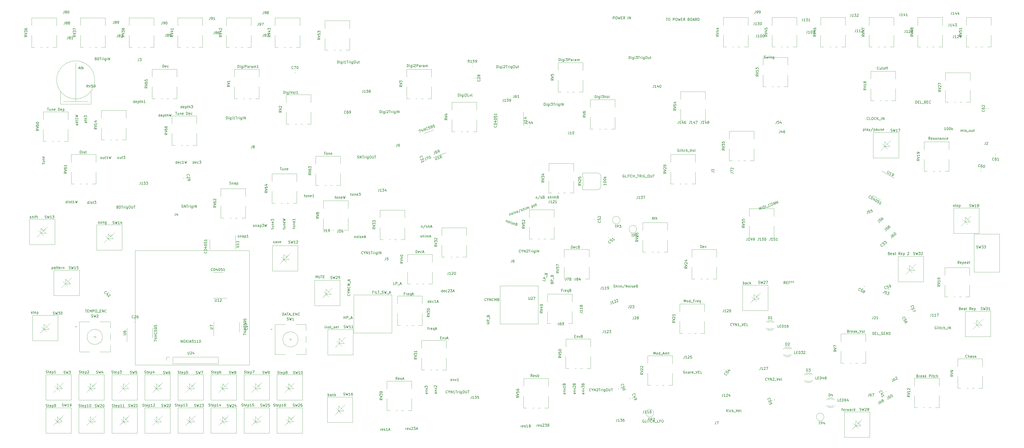
<source format=gbr>
G04 #@! TF.GenerationSoftware,KiCad,Pcbnew,(5.1.2-1)-1*
G04 #@! TF.CreationDate,2022-11-16T18:05:27-05:00*
G04 #@! TF.ProjectId,DrumMachineControlBoard,4472756d-4d61-4636-9869-6e65436f6e74,rev?*
G04 #@! TF.SameCoordinates,Original*
G04 #@! TF.FileFunction,Legend,Top*
G04 #@! TF.FilePolarity,Positive*
%FSLAX46Y46*%
G04 Gerber Fmt 4.6, Leading zero omitted, Abs format (unit mm)*
G04 Created by KiCad (PCBNEW (5.1.2-1)-1) date 2022-11-16 18:05:27*
%MOMM*%
%LPD*%
G04 APERTURE LIST*
%ADD10C,0.150000*%
%ADD11C,0.120000*%
G04 APERTURE END LIST*
D10*
X266328571Y1967619D02*
X266900000Y1967619D01*
X266614285Y967619D02*
X266614285Y1967619D01*
X267423809Y1967619D02*
X267614285Y1967619D01*
X267709523Y1920000D01*
X267804761Y1824761D01*
X267852380Y1634285D01*
X267852380Y1300952D01*
X267804761Y1110476D01*
X267709523Y1015238D01*
X267614285Y967619D01*
X267423809Y967619D01*
X267328571Y1015238D01*
X267233333Y1110476D01*
X267185714Y1300952D01*
X267185714Y1634285D01*
X267233333Y1824761D01*
X267328571Y1920000D01*
X267423809Y1967619D01*
X269042857Y967619D02*
X269042857Y1967619D01*
X269423809Y1967619D01*
X269519047Y1920000D01*
X269566666Y1872380D01*
X269614285Y1777142D01*
X269614285Y1634285D01*
X269566666Y1539047D01*
X269519047Y1491428D01*
X269423809Y1443809D01*
X269042857Y1443809D01*
X270233333Y1967619D02*
X270423809Y1967619D01*
X270519047Y1920000D01*
X270614285Y1824761D01*
X270661904Y1634285D01*
X270661904Y1300952D01*
X270614285Y1110476D01*
X270519047Y1015238D01*
X270423809Y967619D01*
X270233333Y967619D01*
X270138095Y1015238D01*
X270042857Y1110476D01*
X269995238Y1300952D01*
X269995238Y1634285D01*
X270042857Y1824761D01*
X270138095Y1920000D01*
X270233333Y1967619D01*
X270995238Y1967619D02*
X271233333Y967619D01*
X271423809Y1681904D01*
X271614285Y967619D01*
X271852380Y1967619D01*
X272233333Y1491428D02*
X272566666Y1491428D01*
X272709523Y967619D02*
X272233333Y967619D01*
X272233333Y1967619D01*
X272709523Y1967619D01*
X273709523Y967619D02*
X273376190Y1443809D01*
X273138095Y967619D02*
X273138095Y1967619D01*
X273519047Y1967619D01*
X273614285Y1920000D01*
X273661904Y1872380D01*
X273709523Y1777142D01*
X273709523Y1634285D01*
X273661904Y1539047D01*
X273614285Y1491428D01*
X273519047Y1443809D01*
X273138095Y1443809D01*
X275233333Y1491428D02*
X275376190Y1443809D01*
X275423809Y1396190D01*
X275471428Y1300952D01*
X275471428Y1158095D01*
X275423809Y1062857D01*
X275376190Y1015238D01*
X275280952Y967619D01*
X274900000Y967619D01*
X274900000Y1967619D01*
X275233333Y1967619D01*
X275328571Y1920000D01*
X275376190Y1872380D01*
X275423809Y1777142D01*
X275423809Y1681904D01*
X275376190Y1586666D01*
X275328571Y1539047D01*
X275233333Y1491428D01*
X274900000Y1491428D01*
X276090476Y1967619D02*
X276280952Y1967619D01*
X276376190Y1920000D01*
X276471428Y1824761D01*
X276519047Y1634285D01*
X276519047Y1300952D01*
X276471428Y1110476D01*
X276376190Y1015238D01*
X276280952Y967619D01*
X276090476Y967619D01*
X275995238Y1015238D01*
X275900000Y1110476D01*
X275852380Y1300952D01*
X275852380Y1634285D01*
X275900000Y1824761D01*
X275995238Y1920000D01*
X276090476Y1967619D01*
X276900000Y1253333D02*
X277376190Y1253333D01*
X276804761Y967619D02*
X277138095Y1967619D01*
X277471428Y967619D01*
X278376190Y967619D02*
X278042857Y1443809D01*
X277804761Y967619D02*
X277804761Y1967619D01*
X278185714Y1967619D01*
X278280952Y1920000D01*
X278328571Y1872380D01*
X278376190Y1777142D01*
X278376190Y1634285D01*
X278328571Y1539047D01*
X278280952Y1491428D01*
X278185714Y1443809D01*
X277804761Y1443809D01*
X278804761Y967619D02*
X278804761Y1967619D01*
X279042857Y1967619D01*
X279185714Y1920000D01*
X279280952Y1824761D01*
X279328571Y1729523D01*
X279376190Y1539047D01*
X279376190Y1396190D01*
X279328571Y1205714D01*
X279280952Y1110476D01*
X279185714Y1015238D01*
X279042857Y967619D01*
X278804761Y967619D01*
X245427619Y1547619D02*
X245427619Y2547619D01*
X245808571Y2547619D01*
X245903809Y2500000D01*
X245951428Y2452380D01*
X245999047Y2357142D01*
X245999047Y2214285D01*
X245951428Y2119047D01*
X245903809Y2071428D01*
X245808571Y2023809D01*
X245427619Y2023809D01*
X246618095Y2547619D02*
X246808571Y2547619D01*
X246903809Y2500000D01*
X246999047Y2404761D01*
X247046666Y2214285D01*
X247046666Y1880952D01*
X246999047Y1690476D01*
X246903809Y1595238D01*
X246808571Y1547619D01*
X246618095Y1547619D01*
X246522857Y1595238D01*
X246427619Y1690476D01*
X246380000Y1880952D01*
X246380000Y2214285D01*
X246427619Y2404761D01*
X246522857Y2500000D01*
X246618095Y2547619D01*
X247380000Y2547619D02*
X247618095Y1547619D01*
X247808571Y2261904D01*
X247999047Y1547619D01*
X248237142Y2547619D01*
X248618095Y2071428D02*
X248951428Y2071428D01*
X249094285Y1547619D02*
X248618095Y1547619D01*
X248618095Y2547619D01*
X249094285Y2547619D01*
X250094285Y1547619D02*
X249760952Y2023809D01*
X249522857Y1547619D02*
X249522857Y2547619D01*
X249903809Y2547619D01*
X249999047Y2500000D01*
X250046666Y2452380D01*
X250094285Y2357142D01*
X250094285Y2214285D01*
X250046666Y2119047D01*
X249999047Y2071428D01*
X249903809Y2023809D01*
X249522857Y2023809D01*
X251284761Y1547619D02*
X251284761Y2547619D01*
X251760952Y1547619D02*
X251760952Y2547619D01*
X252332380Y1547619D01*
X252332380Y2547619D01*
X115770476Y-27762380D02*
X115770476Y-26762380D01*
X116008571Y-26762380D01*
X116151428Y-26810000D01*
X116246666Y-26905238D01*
X116294285Y-27000476D01*
X116341904Y-27190952D01*
X116341904Y-27333809D01*
X116294285Y-27524285D01*
X116246666Y-27619523D01*
X116151428Y-27714761D01*
X116008571Y-27762380D01*
X115770476Y-27762380D01*
X116770476Y-27762380D02*
X116770476Y-27095714D01*
X116770476Y-26762380D02*
X116722857Y-26810000D01*
X116770476Y-26857619D01*
X116818095Y-26810000D01*
X116770476Y-26762380D01*
X116770476Y-26857619D01*
X117675238Y-27095714D02*
X117675238Y-27905238D01*
X117627619Y-28000476D01*
X117580000Y-28048095D01*
X117484761Y-28095714D01*
X117341904Y-28095714D01*
X117246666Y-28048095D01*
X117675238Y-27714761D02*
X117580000Y-27762380D01*
X117389523Y-27762380D01*
X117294285Y-27714761D01*
X117246666Y-27667142D01*
X117199047Y-27571904D01*
X117199047Y-27286190D01*
X117246666Y-27190952D01*
X117294285Y-27143333D01*
X117389523Y-27095714D01*
X117580000Y-27095714D01*
X117675238Y-27143333D01*
X118151428Y-27762380D02*
X118151428Y-27095714D01*
X118151428Y-26762380D02*
X118103809Y-26810000D01*
X118151428Y-26857619D01*
X118199047Y-26810000D01*
X118151428Y-26762380D01*
X118151428Y-26857619D01*
X118484761Y-26762380D02*
X118818095Y-27762380D01*
X119151428Y-26762380D01*
X119627619Y-27762380D02*
X119532380Y-27714761D01*
X119484761Y-27667142D01*
X119437142Y-27571904D01*
X119437142Y-27286190D01*
X119484761Y-27190952D01*
X119532380Y-27143333D01*
X119627619Y-27095714D01*
X119770476Y-27095714D01*
X119865714Y-27143333D01*
X119913333Y-27190952D01*
X119960952Y-27286190D01*
X119960952Y-27571904D01*
X119913333Y-27667142D01*
X119865714Y-27714761D01*
X119770476Y-27762380D01*
X119627619Y-27762380D01*
X120532380Y-27762380D02*
X120437142Y-27714761D01*
X120389523Y-27619523D01*
X120389523Y-26762380D01*
X121437142Y-27762380D02*
X120865714Y-27762380D01*
X121151428Y-27762380D02*
X121151428Y-26762380D01*
X121056190Y-26905238D01*
X120960952Y-27000476D01*
X120865714Y-27048095D01*
X271311428Y-49640000D02*
X271216190Y-49592380D01*
X271073333Y-49592380D01*
X270930476Y-49640000D01*
X270835238Y-49735238D01*
X270787619Y-49830476D01*
X270740000Y-50020952D01*
X270740000Y-50163809D01*
X270787619Y-50354285D01*
X270835238Y-50449523D01*
X270930476Y-50544761D01*
X271073333Y-50592380D01*
X271168571Y-50592380D01*
X271311428Y-50544761D01*
X271359047Y-50497142D01*
X271359047Y-50163809D01*
X271168571Y-50163809D01*
X271930476Y-50592380D02*
X271835238Y-50544761D01*
X271787619Y-50449523D01*
X271787619Y-49592380D01*
X272311428Y-50592380D02*
X272311428Y-49925714D01*
X272311428Y-49592380D02*
X272263809Y-49640000D01*
X272311428Y-49687619D01*
X272359047Y-49640000D01*
X272311428Y-49592380D01*
X272311428Y-49687619D01*
X272644761Y-49925714D02*
X273025714Y-49925714D01*
X272787619Y-49592380D02*
X272787619Y-50449523D01*
X272835238Y-50544761D01*
X272930476Y-50592380D01*
X273025714Y-50592380D01*
X273787619Y-50544761D02*
X273692380Y-50592380D01*
X273501904Y-50592380D01*
X273406666Y-50544761D01*
X273359047Y-50497142D01*
X273311428Y-50401904D01*
X273311428Y-50116190D01*
X273359047Y-50020952D01*
X273406666Y-49973333D01*
X273501904Y-49925714D01*
X273692380Y-49925714D01*
X273787619Y-49973333D01*
X274216190Y-50592380D02*
X274216190Y-49592380D01*
X274644761Y-50592380D02*
X274644761Y-50068571D01*
X274597142Y-49973333D01*
X274501904Y-49925714D01*
X274359047Y-49925714D01*
X274263809Y-49973333D01*
X274216190Y-50020952D01*
X274882857Y-50687619D02*
X275644761Y-50687619D01*
X275740000Y-49592380D02*
X276073333Y-50592380D01*
X276406666Y-49592380D01*
X276882857Y-50592380D02*
X276787619Y-50544761D01*
X276740000Y-50497142D01*
X276692380Y-50401904D01*
X276692380Y-50116190D01*
X276740000Y-50020952D01*
X276787619Y-49973333D01*
X276882857Y-49925714D01*
X277025714Y-49925714D01*
X277120952Y-49973333D01*
X277168571Y-50020952D01*
X277216190Y-50116190D01*
X277216190Y-50401904D01*
X277168571Y-50497142D01*
X277120952Y-50544761D01*
X277025714Y-50592380D01*
X276882857Y-50592380D01*
X277787619Y-50592380D02*
X277692380Y-50544761D01*
X277644761Y-50449523D01*
X277644761Y-49592380D01*
X143623333Y-83875714D02*
X143623333Y-84542380D01*
X143623333Y-83970952D02*
X143670952Y-83923333D01*
X143766190Y-83875714D01*
X143909047Y-83875714D01*
X144004285Y-83923333D01*
X144051904Y-84018571D01*
X144051904Y-84542380D01*
X144670952Y-84542380D02*
X144575714Y-84494761D01*
X144528095Y-84447142D01*
X144480476Y-84351904D01*
X144480476Y-84066190D01*
X144528095Y-83970952D01*
X144575714Y-83923333D01*
X144670952Y-83875714D01*
X144813809Y-83875714D01*
X144909047Y-83923333D01*
X144956666Y-83970952D01*
X145004285Y-84066190D01*
X145004285Y-84351904D01*
X144956666Y-84447142D01*
X144909047Y-84494761D01*
X144813809Y-84542380D01*
X144670952Y-84542380D01*
X145432857Y-84542380D02*
X145432857Y-83875714D01*
X145432857Y-83542380D02*
X145385238Y-83590000D01*
X145432857Y-83637619D01*
X145480476Y-83590000D01*
X145432857Y-83542380D01*
X145432857Y-83637619D01*
X145861428Y-84494761D02*
X145956666Y-84542380D01*
X146147142Y-84542380D01*
X146242380Y-84494761D01*
X146290000Y-84399523D01*
X146290000Y-84351904D01*
X146242380Y-84256666D01*
X146147142Y-84209047D01*
X146004285Y-84209047D01*
X145909047Y-84161428D01*
X145861428Y-84066190D01*
X145861428Y-84018571D01*
X145909047Y-83923333D01*
X146004285Y-83875714D01*
X146147142Y-83875714D01*
X146242380Y-83923333D01*
X147099523Y-84494761D02*
X147004285Y-84542380D01*
X146813809Y-84542380D01*
X146718571Y-84494761D01*
X146670952Y-84399523D01*
X146670952Y-84018571D01*
X146718571Y-83923333D01*
X146813809Y-83875714D01*
X147004285Y-83875714D01*
X147099523Y-83923333D01*
X147147142Y-84018571D01*
X147147142Y-84113809D01*
X146670952Y-84209047D01*
X147528095Y-84256666D02*
X148004285Y-84256666D01*
X147432857Y-84542380D02*
X147766190Y-83542380D01*
X148099523Y-84542380D01*
X169690000Y-84274761D02*
X169785238Y-84322380D01*
X169975714Y-84322380D01*
X170070952Y-84274761D01*
X170118571Y-84179523D01*
X170118571Y-84131904D01*
X170070952Y-84036666D01*
X169975714Y-83989047D01*
X169832857Y-83989047D01*
X169737619Y-83941428D01*
X169690000Y-83846190D01*
X169690000Y-83798571D01*
X169737619Y-83703333D01*
X169832857Y-83655714D01*
X169975714Y-83655714D01*
X170070952Y-83703333D01*
X170547142Y-84322380D02*
X170547142Y-83322380D01*
X170975714Y-84322380D02*
X170975714Y-83798571D01*
X170928095Y-83703333D01*
X170832857Y-83655714D01*
X170690000Y-83655714D01*
X170594761Y-83703333D01*
X170547142Y-83750952D01*
X171451904Y-84322380D02*
X171451904Y-83655714D01*
X171451904Y-83322380D02*
X171404285Y-83370000D01*
X171451904Y-83417619D01*
X171499523Y-83370000D01*
X171451904Y-83322380D01*
X171451904Y-83417619D01*
X171928095Y-84322380D02*
X171928095Y-83655714D01*
X171928095Y-83750952D02*
X171975714Y-83703333D01*
X172070952Y-83655714D01*
X172213809Y-83655714D01*
X172309047Y-83703333D01*
X172356666Y-83798571D01*
X172356666Y-84322380D01*
X172356666Y-83798571D02*
X172404285Y-83703333D01*
X172499523Y-83655714D01*
X172642380Y-83655714D01*
X172737619Y-83703333D01*
X172785238Y-83798571D01*
X172785238Y-84322380D01*
X173213809Y-84036666D02*
X173690000Y-84036666D01*
X173118571Y-84322380D02*
X173451904Y-83322380D01*
X173785238Y-84322380D01*
X169996190Y-79825714D02*
X169996190Y-80492380D01*
X169996190Y-79920952D02*
X170043809Y-79873333D01*
X170139047Y-79825714D01*
X170281904Y-79825714D01*
X170377142Y-79873333D01*
X170424761Y-79968571D01*
X170424761Y-80492380D01*
X171615238Y-79444761D02*
X170758095Y-80730476D01*
X171900952Y-80444761D02*
X171996190Y-80492380D01*
X172186666Y-80492380D01*
X172281904Y-80444761D01*
X172329523Y-80349523D01*
X172329523Y-80301904D01*
X172281904Y-80206666D01*
X172186666Y-80159047D01*
X172043809Y-80159047D01*
X171948571Y-80111428D01*
X171900952Y-80016190D01*
X171900952Y-79968571D01*
X171948571Y-79873333D01*
X172043809Y-79825714D01*
X172186666Y-79825714D01*
X172281904Y-79873333D01*
X172758095Y-80492380D02*
X172758095Y-79492380D01*
X173186666Y-80492380D02*
X173186666Y-79968571D01*
X173139047Y-79873333D01*
X173043809Y-79825714D01*
X172900952Y-79825714D01*
X172805714Y-79873333D01*
X172758095Y-79920952D01*
X173615238Y-80206666D02*
X174091428Y-80206666D01*
X173520000Y-80492380D02*
X173853333Y-79492380D01*
X174186666Y-80492380D01*
X172460476Y-120025714D02*
X172841428Y-120025714D01*
X172603333Y-120692380D02*
X172603333Y-119835238D01*
X172650952Y-119740000D01*
X172746190Y-119692380D01*
X172841428Y-119692380D01*
X173174761Y-120692380D02*
X173174761Y-120025714D01*
X173174761Y-120216190D02*
X173222380Y-120120952D01*
X173270000Y-120073333D01*
X173365238Y-120025714D01*
X173460476Y-120025714D01*
X174174761Y-120644761D02*
X174079523Y-120692380D01*
X173889047Y-120692380D01*
X173793809Y-120644761D01*
X173746190Y-120549523D01*
X173746190Y-120168571D01*
X173793809Y-120073333D01*
X173889047Y-120025714D01*
X174079523Y-120025714D01*
X174174761Y-120073333D01*
X174222380Y-120168571D01*
X174222380Y-120263809D01*
X173746190Y-120359047D01*
X175079523Y-120025714D02*
X175079523Y-121025714D01*
X175079523Y-120644761D02*
X174984285Y-120692380D01*
X174793809Y-120692380D01*
X174698571Y-120644761D01*
X174650952Y-120597142D01*
X174603333Y-120501904D01*
X174603333Y-120216190D01*
X174650952Y-120120952D01*
X174698571Y-120073333D01*
X174793809Y-120025714D01*
X174984285Y-120025714D01*
X175079523Y-120073333D01*
X175508095Y-120406666D02*
X175984285Y-120406666D01*
X175412857Y-120692380D02*
X175746190Y-119692380D01*
X176079523Y-120692380D01*
X303239689Y-73511746D02*
X302897669Y-72572053D01*
X303455200Y-73129255D01*
X303524130Y-72344040D01*
X303866151Y-73283732D01*
X304313623Y-73120866D02*
X303971603Y-72181173D01*
X304761096Y-72957999D02*
X304419076Y-72018306D01*
X304642812Y-71936873D01*
X304793341Y-71932760D01*
X304915408Y-71989681D01*
X304992729Y-72062889D01*
X305102623Y-72225592D01*
X305151483Y-72359833D01*
X305171882Y-72555109D01*
X305159709Y-72660890D01*
X305102787Y-72782958D01*
X304984832Y-72876565D01*
X304761096Y-72957999D01*
X305700788Y-72615979D02*
X305358768Y-71676286D01*
X305957098Y-72624040D02*
X306673054Y-72363453D01*
X307368611Y-71907591D02*
X307340151Y-71968625D01*
X307222196Y-72062232D01*
X307132701Y-72094805D01*
X306982173Y-72098918D01*
X306860105Y-72041997D01*
X306782784Y-71968789D01*
X306672890Y-71806086D01*
X306624030Y-71671845D01*
X306603631Y-71476569D01*
X306615805Y-71370788D01*
X306672726Y-71248720D01*
X306790681Y-71155113D01*
X306880175Y-71122539D01*
X307030704Y-71118426D01*
X307091738Y-71146887D01*
X307640879Y-70845666D02*
X307819868Y-70780519D01*
X307925649Y-70792693D01*
X308047717Y-70849614D01*
X308157611Y-71012317D01*
X308271618Y-71325547D01*
X308292017Y-71520823D01*
X308235096Y-71642891D01*
X308161888Y-71720212D01*
X307982899Y-71785358D01*
X307877118Y-71773184D01*
X307755050Y-71716263D01*
X307645156Y-71553561D01*
X307531149Y-71240330D01*
X307510750Y-71045054D01*
X307567671Y-70922986D01*
X307640879Y-70845666D01*
X308788350Y-71492198D02*
X308446330Y-70552506D01*
X309325317Y-71296758D01*
X308983297Y-70357066D01*
X309772790Y-71133891D02*
X309430770Y-70194199D01*
X310309757Y-70938451D01*
X309967737Y-69998759D01*
X381661904Y-94672380D02*
X381328571Y-94196190D01*
X381090476Y-94672380D02*
X381090476Y-93672380D01*
X381471428Y-93672380D01*
X381566666Y-93720000D01*
X381614285Y-93767619D01*
X381661904Y-93862857D01*
X381661904Y-94005714D01*
X381614285Y-94100952D01*
X381566666Y-94148571D01*
X381471428Y-94196190D01*
X381090476Y-94196190D01*
X382471428Y-94624761D02*
X382376190Y-94672380D01*
X382185714Y-94672380D01*
X382090476Y-94624761D01*
X382042857Y-94529523D01*
X382042857Y-94148571D01*
X382090476Y-94053333D01*
X382185714Y-94005714D01*
X382376190Y-94005714D01*
X382471428Y-94053333D01*
X382519047Y-94148571D01*
X382519047Y-94243809D01*
X382042857Y-94339047D01*
X382947619Y-94005714D02*
X382947619Y-95005714D01*
X382947619Y-94053333D02*
X383042857Y-94005714D01*
X383233333Y-94005714D01*
X383328571Y-94053333D01*
X383376190Y-94100952D01*
X383423809Y-94196190D01*
X383423809Y-94481904D01*
X383376190Y-94577142D01*
X383328571Y-94624761D01*
X383233333Y-94672380D01*
X383042857Y-94672380D01*
X382947619Y-94624761D01*
X384233333Y-94624761D02*
X384138095Y-94672380D01*
X383947619Y-94672380D01*
X383852380Y-94624761D01*
X383804761Y-94529523D01*
X383804761Y-94148571D01*
X383852380Y-94053333D01*
X383947619Y-94005714D01*
X384138095Y-94005714D01*
X384233333Y-94053333D01*
X384280952Y-94148571D01*
X384280952Y-94243809D01*
X383804761Y-94339047D01*
X385138095Y-94672380D02*
X385138095Y-94148571D01*
X385090476Y-94053333D01*
X384995238Y-94005714D01*
X384804761Y-94005714D01*
X384709523Y-94053333D01*
X385138095Y-94624761D02*
X385042857Y-94672380D01*
X384804761Y-94672380D01*
X384709523Y-94624761D01*
X384661904Y-94529523D01*
X384661904Y-94434285D01*
X384709523Y-94339047D01*
X384804761Y-94291428D01*
X385042857Y-94291428D01*
X385138095Y-94243809D01*
X385471428Y-94005714D02*
X385852380Y-94005714D01*
X385614285Y-93672380D02*
X385614285Y-94529523D01*
X385661904Y-94624761D01*
X385757142Y-94672380D01*
X385852380Y-94672380D01*
X346506899Y-68891675D02*
X346441850Y-68909105D01*
X346294322Y-68878916D01*
X346211844Y-68831297D01*
X346111935Y-68718629D01*
X346077076Y-68588531D01*
X346083456Y-68482243D01*
X346137454Y-68293476D01*
X346208883Y-68169758D01*
X346345360Y-68028611D01*
X346434219Y-67969942D01*
X346564316Y-67935082D01*
X346711844Y-67965271D01*
X346794322Y-68012890D01*
X346894231Y-68125558D01*
X346911661Y-68190607D01*
X346830433Y-69188440D02*
X347330433Y-68322414D01*
X347536630Y-68441462D01*
X347636538Y-68554130D01*
X347671398Y-68684227D01*
X347665018Y-68790515D01*
X347611019Y-68979282D01*
X347539591Y-69103000D01*
X347403113Y-69244148D01*
X347314255Y-69302817D01*
X347184157Y-69337676D01*
X347036630Y-69307487D01*
X346830433Y-69188440D01*
X348400946Y-69325375D02*
X348067612Y-69902725D01*
X348385225Y-68876413D02*
X347821886Y-69375955D01*
X348357997Y-69685479D01*
X349186202Y-69393843D02*
X349268681Y-69441462D01*
X349327350Y-69530320D01*
X349344780Y-69595369D01*
X349338400Y-69701657D01*
X349284401Y-69890424D01*
X349165353Y-70096620D01*
X349028876Y-70237768D01*
X348940018Y-70296437D01*
X348874969Y-70313867D01*
X348768681Y-70307487D01*
X348686202Y-70259868D01*
X348627533Y-70171010D01*
X348610103Y-70105961D01*
X348616483Y-69999673D01*
X348670482Y-69810906D01*
X348789529Y-69604710D01*
X348926007Y-69463562D01*
X349014865Y-69404893D01*
X349079914Y-69387463D01*
X349186202Y-69393843D01*
X350258424Y-70012890D02*
X349846031Y-69774795D01*
X349566696Y-70163379D01*
X349631745Y-70145949D01*
X349738033Y-70152329D01*
X349944230Y-70271376D01*
X350002899Y-70360235D01*
X350020329Y-70425283D01*
X350013949Y-70531572D01*
X349894901Y-70737768D01*
X349806043Y-70796437D01*
X349740994Y-70813867D01*
X349634706Y-70807487D01*
X349428510Y-70688440D01*
X349369840Y-70599581D01*
X349352411Y-70534532D01*
X350624449Y-71378916D02*
X350129578Y-71093201D01*
X350377014Y-71236059D02*
X350877014Y-70370033D01*
X350723106Y-70446132D01*
X350593009Y-70480992D01*
X350486721Y-70474612D01*
X382237142Y-42742380D02*
X382237142Y-42075714D01*
X382237142Y-42170952D02*
X382284761Y-42123333D01*
X382380000Y-42075714D01*
X382522857Y-42075714D01*
X382618095Y-42123333D01*
X382665714Y-42218571D01*
X382665714Y-42742380D01*
X382665714Y-42218571D02*
X382713333Y-42123333D01*
X382808571Y-42075714D01*
X382951428Y-42075714D01*
X383046666Y-42123333D01*
X383094285Y-42218571D01*
X383094285Y-42742380D01*
X383570476Y-42742380D02*
X383570476Y-42075714D01*
X383570476Y-41742380D02*
X383522857Y-41790000D01*
X383570476Y-41837619D01*
X383618095Y-41790000D01*
X383570476Y-41742380D01*
X383570476Y-41837619D01*
X383951428Y-42742380D02*
X384475238Y-42075714D01*
X383951428Y-42075714D02*
X384475238Y-42742380D01*
X384618095Y-42837619D02*
X385380000Y-42837619D01*
X385760952Y-42742380D02*
X385665714Y-42694761D01*
X385618095Y-42647142D01*
X385570476Y-42551904D01*
X385570476Y-42266190D01*
X385618095Y-42170952D01*
X385665714Y-42123333D01*
X385760952Y-42075714D01*
X385903809Y-42075714D01*
X385999047Y-42123333D01*
X386046666Y-42170952D01*
X386094285Y-42266190D01*
X386094285Y-42551904D01*
X386046666Y-42647142D01*
X385999047Y-42694761D01*
X385903809Y-42742380D01*
X385760952Y-42742380D01*
X386951428Y-42075714D02*
X386951428Y-42742380D01*
X386522857Y-42075714D02*
X386522857Y-42599523D01*
X386570476Y-42694761D01*
X386665714Y-42742380D01*
X386808571Y-42742380D01*
X386903809Y-42694761D01*
X386951428Y-42647142D01*
X387284761Y-42075714D02*
X387665714Y-42075714D01*
X387427619Y-41742380D02*
X387427619Y-42599523D01*
X387475238Y-42694761D01*
X387570476Y-42742380D01*
X387665714Y-42742380D01*
X364477619Y-31582380D02*
X364477619Y-30582380D01*
X364715714Y-30582380D01*
X364858571Y-30630000D01*
X364953809Y-30725238D01*
X365001428Y-30820476D01*
X365049047Y-31010952D01*
X365049047Y-31153809D01*
X365001428Y-31344285D01*
X364953809Y-31439523D01*
X364858571Y-31534761D01*
X364715714Y-31582380D01*
X364477619Y-31582380D01*
X365477619Y-31058571D02*
X365810952Y-31058571D01*
X365953809Y-31582380D02*
X365477619Y-31582380D01*
X365477619Y-30582380D01*
X365953809Y-30582380D01*
X366858571Y-31582380D02*
X366382380Y-31582380D01*
X366382380Y-30582380D01*
X366953809Y-31677619D02*
X367715714Y-31677619D01*
X368525238Y-31582380D02*
X368191904Y-31106190D01*
X367953809Y-31582380D02*
X367953809Y-30582380D01*
X368334761Y-30582380D01*
X368430000Y-30630000D01*
X368477619Y-30677619D01*
X368525238Y-30772857D01*
X368525238Y-30915714D01*
X368477619Y-31010952D01*
X368430000Y-31058571D01*
X368334761Y-31106190D01*
X367953809Y-31106190D01*
X368953809Y-31058571D02*
X369287142Y-31058571D01*
X369430000Y-31582380D02*
X368953809Y-31582380D01*
X368953809Y-30582380D01*
X369430000Y-30582380D01*
X370430000Y-31487142D02*
X370382380Y-31534761D01*
X370239523Y-31582380D01*
X370144285Y-31582380D01*
X370001428Y-31534761D01*
X369906190Y-31439523D01*
X369858571Y-31344285D01*
X369810952Y-31153809D01*
X369810952Y-31010952D01*
X369858571Y-30820476D01*
X369906190Y-30725238D01*
X370001428Y-30630000D01*
X370144285Y-30582380D01*
X370239523Y-30582380D01*
X370382380Y-30630000D01*
X370430000Y-30677619D01*
X376378571Y-42072380D02*
X375807142Y-42072380D01*
X376092857Y-42072380D02*
X376092857Y-41072380D01*
X375997619Y-41215238D01*
X375902380Y-41310476D01*
X375807142Y-41358095D01*
X376997619Y-41072380D02*
X377092857Y-41072380D01*
X377188095Y-41120000D01*
X377235714Y-41167619D01*
X377283333Y-41262857D01*
X377330952Y-41453333D01*
X377330952Y-41691428D01*
X377283333Y-41881904D01*
X377235714Y-41977142D01*
X377188095Y-42024761D01*
X377092857Y-42072380D01*
X376997619Y-42072380D01*
X376902380Y-42024761D01*
X376854761Y-41977142D01*
X376807142Y-41881904D01*
X376759523Y-41691428D01*
X376759523Y-41453333D01*
X376807142Y-41262857D01*
X376854761Y-41167619D01*
X376902380Y-41120000D01*
X376997619Y-41072380D01*
X377950000Y-41072380D02*
X378045238Y-41072380D01*
X378140476Y-41120000D01*
X378188095Y-41167619D01*
X378235714Y-41262857D01*
X378283333Y-41453333D01*
X378283333Y-41691428D01*
X378235714Y-41881904D01*
X378188095Y-41977142D01*
X378140476Y-42024761D01*
X378045238Y-42072380D01*
X377950000Y-42072380D01*
X377854761Y-42024761D01*
X377807142Y-41977142D01*
X377759523Y-41881904D01*
X377711904Y-41691428D01*
X377711904Y-41453333D01*
X377759523Y-41262857D01*
X377807142Y-41167619D01*
X377854761Y-41120000D01*
X377950000Y-41072380D01*
X378711904Y-42072380D02*
X378711904Y-41072380D01*
X378807142Y-41691428D02*
X379092857Y-42072380D01*
X379092857Y-41405714D02*
X378711904Y-41786666D01*
X345958095Y-37957142D02*
X345910476Y-38004761D01*
X345767619Y-38052380D01*
X345672380Y-38052380D01*
X345529523Y-38004761D01*
X345434285Y-37909523D01*
X345386666Y-37814285D01*
X345339047Y-37623809D01*
X345339047Y-37480952D01*
X345386666Y-37290476D01*
X345434285Y-37195238D01*
X345529523Y-37100000D01*
X345672380Y-37052380D01*
X345767619Y-37052380D01*
X345910476Y-37100000D01*
X345958095Y-37147619D01*
X346862857Y-38052380D02*
X346386666Y-38052380D01*
X346386666Y-37052380D01*
X347386666Y-37052380D02*
X347577142Y-37052380D01*
X347672380Y-37100000D01*
X347767619Y-37195238D01*
X347815238Y-37385714D01*
X347815238Y-37719047D01*
X347767619Y-37909523D01*
X347672380Y-38004761D01*
X347577142Y-38052380D01*
X347386666Y-38052380D01*
X347291428Y-38004761D01*
X347196190Y-37909523D01*
X347148571Y-37719047D01*
X347148571Y-37385714D01*
X347196190Y-37195238D01*
X347291428Y-37100000D01*
X347386666Y-37052380D01*
X348815238Y-37957142D02*
X348767619Y-38004761D01*
X348624761Y-38052380D01*
X348529523Y-38052380D01*
X348386666Y-38004761D01*
X348291428Y-37909523D01*
X348243809Y-37814285D01*
X348196190Y-37623809D01*
X348196190Y-37480952D01*
X348243809Y-37290476D01*
X348291428Y-37195238D01*
X348386666Y-37100000D01*
X348529523Y-37052380D01*
X348624761Y-37052380D01*
X348767619Y-37100000D01*
X348815238Y-37147619D01*
X349243809Y-38052380D02*
X349243809Y-37052380D01*
X349815238Y-38052380D02*
X349386666Y-37480952D01*
X349815238Y-37052380D02*
X349243809Y-37623809D01*
X350005714Y-38147619D02*
X350767619Y-38147619D01*
X351005714Y-38052380D02*
X351005714Y-37052380D01*
X351481904Y-38052380D02*
X351481904Y-37052380D01*
X352053333Y-38052380D01*
X352053333Y-37052380D01*
X347567619Y-122662380D02*
X347567619Y-121662380D01*
X347805714Y-121662380D01*
X347948571Y-121710000D01*
X348043809Y-121805238D01*
X348091428Y-121900476D01*
X348139047Y-122090952D01*
X348139047Y-122233809D01*
X348091428Y-122424285D01*
X348043809Y-122519523D01*
X347948571Y-122614761D01*
X347805714Y-122662380D01*
X347567619Y-122662380D01*
X348567619Y-122138571D02*
X348900952Y-122138571D01*
X349043809Y-122662380D02*
X348567619Y-122662380D01*
X348567619Y-121662380D01*
X349043809Y-121662380D01*
X349948571Y-122662380D02*
X349472380Y-122662380D01*
X349472380Y-121662380D01*
X350043809Y-122757619D02*
X350805714Y-122757619D01*
X350996190Y-122614761D02*
X351139047Y-122662380D01*
X351377142Y-122662380D01*
X351472380Y-122614761D01*
X351520000Y-122567142D01*
X351567619Y-122471904D01*
X351567619Y-122376666D01*
X351520000Y-122281428D01*
X351472380Y-122233809D01*
X351377142Y-122186190D01*
X351186666Y-122138571D01*
X351091428Y-122090952D01*
X351043809Y-122043333D01*
X350996190Y-121948095D01*
X350996190Y-121852857D01*
X351043809Y-121757619D01*
X351091428Y-121710000D01*
X351186666Y-121662380D01*
X351424761Y-121662380D01*
X351567619Y-121710000D01*
X351996190Y-122138571D02*
X352329523Y-122138571D01*
X352472380Y-122662380D02*
X351996190Y-122662380D01*
X351996190Y-121662380D01*
X352472380Y-121662380D01*
X352900952Y-122662380D02*
X352900952Y-121662380D01*
X353472380Y-122662380D01*
X353472380Y-121662380D01*
X353948571Y-122662380D02*
X353948571Y-121662380D01*
X354186666Y-121662380D01*
X354329523Y-121710000D01*
X354424761Y-121805238D01*
X354472380Y-121900476D01*
X354520000Y-122090952D01*
X354520000Y-122233809D01*
X354472380Y-122424285D01*
X354424761Y-122519523D01*
X354329523Y-122614761D01*
X354186666Y-122662380D01*
X353948571Y-122662380D01*
X372652380Y-119460000D02*
X372557142Y-119412380D01*
X372414285Y-119412380D01*
X372271428Y-119460000D01*
X372176190Y-119555238D01*
X372128571Y-119650476D01*
X372080952Y-119840952D01*
X372080952Y-119983809D01*
X372128571Y-120174285D01*
X372176190Y-120269523D01*
X372271428Y-120364761D01*
X372414285Y-120412380D01*
X372509523Y-120412380D01*
X372652380Y-120364761D01*
X372700000Y-120317142D01*
X372700000Y-119983809D01*
X372509523Y-119983809D01*
X373271428Y-120412380D02*
X373176190Y-120364761D01*
X373128571Y-120269523D01*
X373128571Y-119412380D01*
X373652380Y-120412380D02*
X373652380Y-119745714D01*
X373652380Y-119412380D02*
X373604761Y-119460000D01*
X373652380Y-119507619D01*
X373700000Y-119460000D01*
X373652380Y-119412380D01*
X373652380Y-119507619D01*
X373985714Y-119745714D02*
X374366666Y-119745714D01*
X374128571Y-119412380D02*
X374128571Y-120269523D01*
X374176190Y-120364761D01*
X374271428Y-120412380D01*
X374366666Y-120412380D01*
X375128571Y-120364761D02*
X375033333Y-120412380D01*
X374842857Y-120412380D01*
X374747619Y-120364761D01*
X374700000Y-120317142D01*
X374652380Y-120221904D01*
X374652380Y-119936190D01*
X374700000Y-119840952D01*
X374747619Y-119793333D01*
X374842857Y-119745714D01*
X375033333Y-119745714D01*
X375128571Y-119793333D01*
X375557142Y-120412380D02*
X375557142Y-119412380D01*
X375985714Y-120412380D02*
X375985714Y-119888571D01*
X375938095Y-119793333D01*
X375842857Y-119745714D01*
X375700000Y-119745714D01*
X375604761Y-119793333D01*
X375557142Y-119840952D01*
X376223809Y-120507619D02*
X376985714Y-120507619D01*
X377223809Y-120412380D02*
X377223809Y-119412380D01*
X377700000Y-120412380D02*
X377700000Y-119412380D01*
X378271428Y-120412380D01*
X378271428Y-119412380D01*
X305950952Y-140577142D02*
X305903333Y-140624761D01*
X305760476Y-140672380D01*
X305665238Y-140672380D01*
X305522380Y-140624761D01*
X305427142Y-140529523D01*
X305379523Y-140434285D01*
X305331904Y-140243809D01*
X305331904Y-140100952D01*
X305379523Y-139910476D01*
X305427142Y-139815238D01*
X305522380Y-139720000D01*
X305665238Y-139672380D01*
X305760476Y-139672380D01*
X305903333Y-139720000D01*
X305950952Y-139767619D01*
X306570000Y-140196190D02*
X306570000Y-140672380D01*
X306236666Y-139672380D02*
X306570000Y-140196190D01*
X306903333Y-139672380D01*
X307236666Y-140672380D02*
X307236666Y-139672380D01*
X307808095Y-140672380D01*
X307808095Y-139672380D01*
X308236666Y-139767619D02*
X308284285Y-139720000D01*
X308379523Y-139672380D01*
X308617619Y-139672380D01*
X308712857Y-139720000D01*
X308760476Y-139767619D01*
X308808095Y-139862857D01*
X308808095Y-139958095D01*
X308760476Y-140100952D01*
X308189047Y-140672380D01*
X308808095Y-140672380D01*
X308998571Y-140767619D02*
X309760476Y-140767619D01*
X309855714Y-139672380D02*
X310189047Y-140672380D01*
X310522380Y-139672380D01*
X311236666Y-140624761D02*
X311141428Y-140672380D01*
X310950952Y-140672380D01*
X310855714Y-140624761D01*
X310808095Y-140529523D01*
X310808095Y-140148571D01*
X310855714Y-140053333D01*
X310950952Y-140005714D01*
X311141428Y-140005714D01*
X311236666Y-140053333D01*
X311284285Y-140148571D01*
X311284285Y-140243809D01*
X310808095Y-140339047D01*
X311855714Y-140672380D02*
X311760476Y-140624761D01*
X311712857Y-140529523D01*
X311712857Y-139672380D01*
X290076666Y-153062380D02*
X290076666Y-152062380D01*
X290648095Y-153062380D02*
X290219523Y-152490952D01*
X290648095Y-152062380D02*
X290076666Y-152633809D01*
X291076666Y-153062380D02*
X291076666Y-152395714D01*
X291076666Y-152062380D02*
X291029047Y-152110000D01*
X291076666Y-152157619D01*
X291124285Y-152110000D01*
X291076666Y-152062380D01*
X291076666Y-152157619D01*
X291981428Y-153014761D02*
X291886190Y-153062380D01*
X291695714Y-153062380D01*
X291600476Y-153014761D01*
X291552857Y-152967142D01*
X291505238Y-152871904D01*
X291505238Y-152586190D01*
X291552857Y-152490952D01*
X291600476Y-152443333D01*
X291695714Y-152395714D01*
X291886190Y-152395714D01*
X291981428Y-152443333D01*
X292410000Y-153062380D02*
X292410000Y-152062380D01*
X292505238Y-152681428D02*
X292790952Y-153062380D01*
X292790952Y-152395714D02*
X292410000Y-152776666D01*
X292981428Y-153157619D02*
X293743333Y-153157619D01*
X293838571Y-152062380D02*
X294171904Y-153062380D01*
X294505238Y-152062380D01*
X295219523Y-153014761D02*
X295124285Y-153062380D01*
X294933809Y-153062380D01*
X294838571Y-153014761D01*
X294790952Y-152919523D01*
X294790952Y-152538571D01*
X294838571Y-152443333D01*
X294933809Y-152395714D01*
X295124285Y-152395714D01*
X295219523Y-152443333D01*
X295267142Y-152538571D01*
X295267142Y-152633809D01*
X294790952Y-152729047D01*
X295838571Y-153062380D02*
X295743333Y-153014761D01*
X295695714Y-152919523D01*
X295695714Y-152062380D01*
X273104761Y-137864761D02*
X273247619Y-137912380D01*
X273485714Y-137912380D01*
X273580952Y-137864761D01*
X273628571Y-137817142D01*
X273676190Y-137721904D01*
X273676190Y-137626666D01*
X273628571Y-137531428D01*
X273580952Y-137483809D01*
X273485714Y-137436190D01*
X273295238Y-137388571D01*
X273200000Y-137340952D01*
X273152380Y-137293333D01*
X273104761Y-137198095D01*
X273104761Y-137102857D01*
X273152380Y-137007619D01*
X273200000Y-136960000D01*
X273295238Y-136912380D01*
X273533333Y-136912380D01*
X273676190Y-136960000D01*
X274104761Y-137245714D02*
X274104761Y-137912380D01*
X274104761Y-137340952D02*
X274152380Y-137293333D01*
X274247619Y-137245714D01*
X274390476Y-137245714D01*
X274485714Y-137293333D01*
X274533333Y-137388571D01*
X274533333Y-137912380D01*
X275438095Y-137912380D02*
X275438095Y-137388571D01*
X275390476Y-137293333D01*
X275295238Y-137245714D01*
X275104761Y-137245714D01*
X275009523Y-137293333D01*
X275438095Y-137864761D02*
X275342857Y-137912380D01*
X275104761Y-137912380D01*
X275009523Y-137864761D01*
X274961904Y-137769523D01*
X274961904Y-137674285D01*
X275009523Y-137579047D01*
X275104761Y-137531428D01*
X275342857Y-137531428D01*
X275438095Y-137483809D01*
X275914285Y-137912380D02*
X275914285Y-137245714D01*
X275914285Y-137436190D02*
X275961904Y-137340952D01*
X276009523Y-137293333D01*
X276104761Y-137245714D01*
X276200000Y-137245714D01*
X276914285Y-137864761D02*
X276819047Y-137912380D01*
X276628571Y-137912380D01*
X276533333Y-137864761D01*
X276485714Y-137769523D01*
X276485714Y-137388571D01*
X276533333Y-137293333D01*
X276628571Y-137245714D01*
X276819047Y-137245714D01*
X276914285Y-137293333D01*
X276961904Y-137388571D01*
X276961904Y-137483809D01*
X276485714Y-137579047D01*
X277152380Y-138007619D02*
X277914285Y-138007619D01*
X278009523Y-136912380D02*
X278342857Y-137912380D01*
X278676190Y-136912380D01*
X279009523Y-137388571D02*
X279342857Y-137388571D01*
X279485714Y-137912380D02*
X279009523Y-137912380D01*
X279009523Y-136912380D01*
X279485714Y-136912380D01*
X280390476Y-137912380D02*
X279914285Y-137912380D01*
X279914285Y-136912380D01*
X292234285Y-119047142D02*
X292186666Y-119094761D01*
X292043809Y-119142380D01*
X291948571Y-119142380D01*
X291805714Y-119094761D01*
X291710476Y-118999523D01*
X291662857Y-118904285D01*
X291615238Y-118713809D01*
X291615238Y-118570952D01*
X291662857Y-118380476D01*
X291710476Y-118285238D01*
X291805714Y-118190000D01*
X291948571Y-118142380D01*
X292043809Y-118142380D01*
X292186666Y-118190000D01*
X292234285Y-118237619D01*
X292853333Y-118666190D02*
X292853333Y-119142380D01*
X292520000Y-118142380D02*
X292853333Y-118666190D01*
X293186666Y-118142380D01*
X293520000Y-119142380D02*
X293520000Y-118142380D01*
X294091428Y-119142380D01*
X294091428Y-118142380D01*
X295091428Y-119142380D02*
X294520000Y-119142380D01*
X294805714Y-119142380D02*
X294805714Y-118142380D01*
X294710476Y-118285238D01*
X294615238Y-118380476D01*
X294520000Y-118428095D01*
X295281904Y-119237619D02*
X296043809Y-119237619D01*
X296139047Y-118142380D02*
X296472380Y-119142380D01*
X296805714Y-118142380D01*
X297139047Y-118618571D02*
X297472380Y-118618571D01*
X297615238Y-119142380D02*
X297139047Y-119142380D01*
X297139047Y-118142380D01*
X297615238Y-118142380D01*
X298520000Y-119142380D02*
X298043809Y-119142380D01*
X298043809Y-118142380D01*
X249784761Y-59750000D02*
X249689523Y-59702380D01*
X249546666Y-59702380D01*
X249403809Y-59750000D01*
X249308571Y-59845238D01*
X249260952Y-59940476D01*
X249213333Y-60130952D01*
X249213333Y-60273809D01*
X249260952Y-60464285D01*
X249308571Y-60559523D01*
X249403809Y-60654761D01*
X249546666Y-60702380D01*
X249641904Y-60702380D01*
X249784761Y-60654761D01*
X249832380Y-60607142D01*
X249832380Y-60273809D01*
X249641904Y-60273809D01*
X250737142Y-60702380D02*
X250260952Y-60702380D01*
X250260952Y-59702380D01*
X251070476Y-60702380D02*
X251070476Y-59702380D01*
X251403809Y-59702380D02*
X251975238Y-59702380D01*
X251689523Y-60702380D02*
X251689523Y-59702380D01*
X252880000Y-60607142D02*
X252832380Y-60654761D01*
X252689523Y-60702380D01*
X252594285Y-60702380D01*
X252451428Y-60654761D01*
X252356190Y-60559523D01*
X252308571Y-60464285D01*
X252260952Y-60273809D01*
X252260952Y-60130952D01*
X252308571Y-59940476D01*
X252356190Y-59845238D01*
X252451428Y-59750000D01*
X252594285Y-59702380D01*
X252689523Y-59702380D01*
X252832380Y-59750000D01*
X252880000Y-59797619D01*
X253308571Y-60702380D02*
X253308571Y-59702380D01*
X253308571Y-60178571D02*
X253880000Y-60178571D01*
X253880000Y-60702380D02*
X253880000Y-59702380D01*
X254118095Y-60797619D02*
X254880000Y-60797619D01*
X254975238Y-59702380D02*
X255546666Y-59702380D01*
X255260952Y-60702380D02*
X255260952Y-59702380D01*
X256451428Y-60702380D02*
X256118095Y-60226190D01*
X255880000Y-60702380D02*
X255880000Y-59702380D01*
X256260952Y-59702380D01*
X256356190Y-59750000D01*
X256403809Y-59797619D01*
X256451428Y-59892857D01*
X256451428Y-60035714D01*
X256403809Y-60130952D01*
X256356190Y-60178571D01*
X256260952Y-60226190D01*
X255880000Y-60226190D01*
X256880000Y-60702380D02*
X256880000Y-59702380D01*
X257880000Y-59750000D02*
X257784761Y-59702380D01*
X257641904Y-59702380D01*
X257499047Y-59750000D01*
X257403809Y-59845238D01*
X257356190Y-59940476D01*
X257308571Y-60130952D01*
X257308571Y-60273809D01*
X257356190Y-60464285D01*
X257403809Y-60559523D01*
X257499047Y-60654761D01*
X257641904Y-60702380D01*
X257737142Y-60702380D01*
X257880000Y-60654761D01*
X257927619Y-60607142D01*
X257927619Y-60273809D01*
X257737142Y-60273809D01*
X258118095Y-60797619D02*
X258880000Y-60797619D01*
X259308571Y-59702380D02*
X259499047Y-59702380D01*
X259594285Y-59750000D01*
X259689523Y-59845238D01*
X259737142Y-60035714D01*
X259737142Y-60369047D01*
X259689523Y-60559523D01*
X259594285Y-60654761D01*
X259499047Y-60702380D01*
X259308571Y-60702380D01*
X259213333Y-60654761D01*
X259118095Y-60559523D01*
X259070476Y-60369047D01*
X259070476Y-60035714D01*
X259118095Y-59845238D01*
X259213333Y-59750000D01*
X259308571Y-59702380D01*
X260165714Y-59702380D02*
X260165714Y-60511904D01*
X260213333Y-60607142D01*
X260260952Y-60654761D01*
X260356190Y-60702380D01*
X260546666Y-60702380D01*
X260641904Y-60654761D01*
X260689523Y-60607142D01*
X260737142Y-60511904D01*
X260737142Y-59702380D01*
X261070476Y-59702380D02*
X261641904Y-59702380D01*
X261356190Y-60702380D02*
X261356190Y-59702380D01*
X37749523Y-112822380D02*
X38320952Y-112822380D01*
X38035238Y-113822380D02*
X38035238Y-112822380D01*
X38654285Y-113298571D02*
X38987619Y-113298571D01*
X39130476Y-113822380D02*
X38654285Y-113822380D01*
X38654285Y-112822380D01*
X39130476Y-112822380D01*
X39559047Y-113822380D02*
X39559047Y-112822380D01*
X39892380Y-113536666D01*
X40225714Y-112822380D01*
X40225714Y-113822380D01*
X40701904Y-113822380D02*
X40701904Y-112822380D01*
X41082857Y-112822380D01*
X41178095Y-112870000D01*
X41225714Y-112917619D01*
X41273333Y-113012857D01*
X41273333Y-113155714D01*
X41225714Y-113250952D01*
X41178095Y-113298571D01*
X41082857Y-113346190D01*
X40701904Y-113346190D01*
X41892380Y-112822380D02*
X42082857Y-112822380D01*
X42178095Y-112870000D01*
X42273333Y-112965238D01*
X42320952Y-113155714D01*
X42320952Y-113489047D01*
X42273333Y-113679523D01*
X42178095Y-113774761D01*
X42082857Y-113822380D01*
X41892380Y-113822380D01*
X41797142Y-113774761D01*
X41701904Y-113679523D01*
X41654285Y-113489047D01*
X41654285Y-113155714D01*
X41701904Y-112965238D01*
X41797142Y-112870000D01*
X41892380Y-112822380D01*
X42511428Y-113917619D02*
X43273333Y-113917619D01*
X43511428Y-113298571D02*
X43844761Y-113298571D01*
X43987619Y-113822380D02*
X43511428Y-113822380D01*
X43511428Y-112822380D01*
X43987619Y-112822380D01*
X44416190Y-113822380D02*
X44416190Y-112822380D01*
X44987619Y-113822380D01*
X44987619Y-112822380D01*
X46035238Y-113727142D02*
X45987619Y-113774761D01*
X45844761Y-113822380D01*
X45749523Y-113822380D01*
X45606666Y-113774761D01*
X45511428Y-113679523D01*
X45463809Y-113584285D01*
X45416190Y-113393809D01*
X45416190Y-113250952D01*
X45463809Y-113060476D01*
X45511428Y-112965238D01*
X45606666Y-112870000D01*
X45749523Y-112822380D01*
X45844761Y-112822380D01*
X45987619Y-112870000D01*
X46035238Y-112917619D01*
X115332857Y-115052380D02*
X115332857Y-114052380D01*
X115570952Y-114052380D01*
X115713809Y-114100000D01*
X115809047Y-114195238D01*
X115856666Y-114290476D01*
X115904285Y-114480952D01*
X115904285Y-114623809D01*
X115856666Y-114814285D01*
X115809047Y-114909523D01*
X115713809Y-115004761D01*
X115570952Y-115052380D01*
X115332857Y-115052380D01*
X116285238Y-114766666D02*
X116761428Y-114766666D01*
X116190000Y-115052380D02*
X116523333Y-114052380D01*
X116856666Y-115052380D01*
X117047142Y-114052380D02*
X117618571Y-114052380D01*
X117332857Y-115052380D02*
X117332857Y-114052380D01*
X117904285Y-114766666D02*
X118380476Y-114766666D01*
X117809047Y-115052380D02*
X118142380Y-114052380D01*
X118475714Y-115052380D01*
X118570952Y-115147619D02*
X119332857Y-115147619D01*
X119570952Y-114528571D02*
X119904285Y-114528571D01*
X120047142Y-115052380D02*
X119570952Y-115052380D01*
X119570952Y-114052380D01*
X120047142Y-114052380D01*
X120475714Y-115052380D02*
X120475714Y-114052380D01*
X121047142Y-115052380D01*
X121047142Y-114052380D01*
X122094761Y-114957142D02*
X122047142Y-115004761D01*
X121904285Y-115052380D01*
X121809047Y-115052380D01*
X121666190Y-115004761D01*
X121570952Y-114909523D01*
X121523333Y-114814285D01*
X121475714Y-114623809D01*
X121475714Y-114480952D01*
X121523333Y-114290476D01*
X121570952Y-114195238D01*
X121666190Y-114100000D01*
X121809047Y-114052380D01*
X121904285Y-114052380D01*
X122047142Y-114100000D01*
X122094761Y-114147619D01*
X128479523Y-100362380D02*
X128479523Y-99362380D01*
X128812857Y-100076666D01*
X129146190Y-99362380D01*
X129146190Y-100362380D01*
X129622380Y-99362380D02*
X129622380Y-100171904D01*
X129670000Y-100267142D01*
X129717619Y-100314761D01*
X129812857Y-100362380D01*
X130003333Y-100362380D01*
X130098571Y-100314761D01*
X130146190Y-100267142D01*
X130193809Y-100171904D01*
X130193809Y-99362380D01*
X130527142Y-99362380D02*
X131098571Y-99362380D01*
X130812857Y-100362380D02*
X130812857Y-99362380D01*
X131431904Y-99838571D02*
X131765238Y-99838571D01*
X131908095Y-100362380D02*
X131431904Y-100362380D01*
X131431904Y-99362380D01*
X131908095Y-99362380D01*
X141847142Y-106721428D02*
X141894761Y-106769047D01*
X141942380Y-106911904D01*
X141942380Y-107007142D01*
X141894761Y-107150000D01*
X141799523Y-107245238D01*
X141704285Y-107292857D01*
X141513809Y-107340476D01*
X141370952Y-107340476D01*
X141180476Y-107292857D01*
X141085238Y-107245238D01*
X140990000Y-107150000D01*
X140942380Y-107007142D01*
X140942380Y-106911904D01*
X140990000Y-106769047D01*
X141037619Y-106721428D01*
X141466190Y-106102380D02*
X141942380Y-106102380D01*
X140942380Y-106435714D02*
X141466190Y-106102380D01*
X140942380Y-105769047D01*
X141942380Y-105435714D02*
X140942380Y-105435714D01*
X141656666Y-105102380D01*
X140942380Y-104769047D01*
X141942380Y-104769047D01*
X141847142Y-103721428D02*
X141894761Y-103769047D01*
X141942380Y-103911904D01*
X141942380Y-104007142D01*
X141894761Y-104150000D01*
X141799523Y-104245238D01*
X141704285Y-104292857D01*
X141513809Y-104340476D01*
X141370952Y-104340476D01*
X141180476Y-104292857D01*
X141085238Y-104245238D01*
X140990000Y-104150000D01*
X140942380Y-104007142D01*
X140942380Y-103911904D01*
X140990000Y-103769047D01*
X141037619Y-103721428D01*
X141942380Y-103292857D02*
X140942380Y-103292857D01*
X141656666Y-102959523D01*
X140942380Y-102626190D01*
X141942380Y-102626190D01*
X142037619Y-102388095D02*
X142037619Y-101626190D01*
X141656666Y-101435714D02*
X141656666Y-100959523D01*
X141942380Y-101530952D02*
X140942380Y-101197619D01*
X141942380Y-100864285D01*
X139524761Y-116372380D02*
X139524761Y-115372380D01*
X139524761Y-115848571D02*
X140096190Y-115848571D01*
X140096190Y-116372380D02*
X140096190Y-115372380D01*
X140572380Y-116372380D02*
X140572380Y-115372380D01*
X140953333Y-115372380D01*
X141048571Y-115420000D01*
X141096190Y-115467619D01*
X141143809Y-115562857D01*
X141143809Y-115705714D01*
X141096190Y-115800952D01*
X141048571Y-115848571D01*
X140953333Y-115896190D01*
X140572380Y-115896190D01*
X141334285Y-116467619D02*
X142096190Y-116467619D01*
X142286666Y-116086666D02*
X142762857Y-116086666D01*
X142191428Y-116372380D02*
X142524761Y-115372380D01*
X142858095Y-116372380D01*
X151210952Y-105918571D02*
X150877619Y-105918571D01*
X150877619Y-106442380D02*
X150877619Y-105442380D01*
X151353809Y-105442380D01*
X151734761Y-106442380D02*
X151734761Y-105442380D01*
X152687142Y-106442380D02*
X152210952Y-106442380D01*
X152210952Y-105442380D01*
X152877619Y-105442380D02*
X153449047Y-105442380D01*
X153163333Y-106442380D02*
X153163333Y-105442380D01*
X153544285Y-106537619D02*
X154306190Y-106537619D01*
X154496666Y-106394761D02*
X154639523Y-106442380D01*
X154877619Y-106442380D01*
X154972857Y-106394761D01*
X155020476Y-106347142D01*
X155068095Y-106251904D01*
X155068095Y-106156666D01*
X155020476Y-106061428D01*
X154972857Y-106013809D01*
X154877619Y-105966190D01*
X154687142Y-105918571D01*
X154591904Y-105870952D01*
X154544285Y-105823333D01*
X154496666Y-105728095D01*
X154496666Y-105632857D01*
X154544285Y-105537619D01*
X154591904Y-105490000D01*
X154687142Y-105442380D01*
X154925238Y-105442380D01*
X155068095Y-105490000D01*
X155401428Y-105442380D02*
X155639523Y-106442380D01*
X155830000Y-105728095D01*
X156020476Y-106442380D01*
X156258571Y-105442380D01*
X156401428Y-106537619D02*
X157163333Y-106537619D01*
X157353809Y-106156666D02*
X157830000Y-106156666D01*
X157258571Y-106442380D02*
X157591904Y-105442380D01*
X157925238Y-106442380D01*
X159550000Y-102982380D02*
X159073809Y-102982380D01*
X159073809Y-101982380D01*
X159883333Y-102982380D02*
X159883333Y-101982380D01*
X160264285Y-101982380D01*
X160359523Y-102030000D01*
X160407142Y-102077619D01*
X160454761Y-102172857D01*
X160454761Y-102315714D01*
X160407142Y-102410952D01*
X160359523Y-102458571D01*
X160264285Y-102506190D01*
X159883333Y-102506190D01*
X160645238Y-103077619D02*
X161407142Y-103077619D01*
X161597619Y-102696666D02*
X162073809Y-102696666D01*
X161502380Y-102982380D02*
X161835714Y-101982380D01*
X162169047Y-102982380D01*
X178356190Y-105842380D02*
X178356190Y-104842380D01*
X178356190Y-105794761D02*
X178260952Y-105842380D01*
X178070476Y-105842380D01*
X177975238Y-105794761D01*
X177927619Y-105747142D01*
X177880000Y-105651904D01*
X177880000Y-105366190D01*
X177927619Y-105270952D01*
X177975238Y-105223333D01*
X178070476Y-105175714D01*
X178260952Y-105175714D01*
X178356190Y-105223333D01*
X179213333Y-105794761D02*
X179118095Y-105842380D01*
X178927619Y-105842380D01*
X178832380Y-105794761D01*
X178784761Y-105699523D01*
X178784761Y-105318571D01*
X178832380Y-105223333D01*
X178927619Y-105175714D01*
X179118095Y-105175714D01*
X179213333Y-105223333D01*
X179260952Y-105318571D01*
X179260952Y-105413809D01*
X178784761Y-105509047D01*
X180118095Y-105794761D02*
X180022857Y-105842380D01*
X179832380Y-105842380D01*
X179737142Y-105794761D01*
X179689523Y-105747142D01*
X179641904Y-105651904D01*
X179641904Y-105366190D01*
X179689523Y-105270952D01*
X179737142Y-105223333D01*
X179832380Y-105175714D01*
X180022857Y-105175714D01*
X180118095Y-105223333D01*
X180499047Y-104937619D02*
X180546666Y-104890000D01*
X180641904Y-104842380D01*
X180880000Y-104842380D01*
X180975238Y-104890000D01*
X181022857Y-104937619D01*
X181070476Y-105032857D01*
X181070476Y-105128095D01*
X181022857Y-105270952D01*
X180451428Y-105842380D01*
X181070476Y-105842380D01*
X181403809Y-104842380D02*
X182022857Y-104842380D01*
X181689523Y-105223333D01*
X181832380Y-105223333D01*
X181927619Y-105270952D01*
X181975238Y-105318571D01*
X182022857Y-105413809D01*
X182022857Y-105651904D01*
X181975238Y-105747142D01*
X181927619Y-105794761D01*
X181832380Y-105842380D01*
X181546666Y-105842380D01*
X181451428Y-105794761D01*
X181403809Y-105747142D01*
X182403809Y-105556666D02*
X182880000Y-105556666D01*
X182308571Y-105842380D02*
X182641904Y-104842380D01*
X182975238Y-105842380D01*
X173052380Y-110042380D02*
X173052380Y-109042380D01*
X173052380Y-109994761D02*
X172957142Y-110042380D01*
X172766666Y-110042380D01*
X172671428Y-109994761D01*
X172623809Y-109947142D01*
X172576190Y-109851904D01*
X172576190Y-109566190D01*
X172623809Y-109470952D01*
X172671428Y-109423333D01*
X172766666Y-109375714D01*
X172957142Y-109375714D01*
X173052380Y-109423333D01*
X173909523Y-109994761D02*
X173814285Y-110042380D01*
X173623809Y-110042380D01*
X173528571Y-109994761D01*
X173480952Y-109899523D01*
X173480952Y-109518571D01*
X173528571Y-109423333D01*
X173623809Y-109375714D01*
X173814285Y-109375714D01*
X173909523Y-109423333D01*
X173957142Y-109518571D01*
X173957142Y-109613809D01*
X173480952Y-109709047D01*
X174814285Y-109994761D02*
X174719047Y-110042380D01*
X174528571Y-110042380D01*
X174433333Y-109994761D01*
X174385714Y-109947142D01*
X174338095Y-109851904D01*
X174338095Y-109566190D01*
X174385714Y-109470952D01*
X174433333Y-109423333D01*
X174528571Y-109375714D01*
X174719047Y-109375714D01*
X174814285Y-109423333D01*
X175766666Y-110042380D02*
X175195238Y-110042380D01*
X175480952Y-110042380D02*
X175480952Y-109042380D01*
X175385714Y-109185238D01*
X175290476Y-109280476D01*
X175195238Y-109328095D01*
X176147619Y-109756666D02*
X176623809Y-109756666D01*
X176052380Y-110042380D02*
X176385714Y-109042380D01*
X176719047Y-110042380D01*
X196822380Y-118396666D02*
X195822380Y-118396666D01*
X196298571Y-118396666D02*
X196298571Y-117825238D01*
X196822380Y-117825238D02*
X195822380Y-117825238D01*
X196822380Y-117349047D02*
X195822380Y-117349047D01*
X195822380Y-116968095D01*
X195870000Y-116872857D01*
X195917619Y-116825238D01*
X196012857Y-116777619D01*
X196155714Y-116777619D01*
X196250952Y-116825238D01*
X196298571Y-116872857D01*
X196346190Y-116968095D01*
X196346190Y-117349047D01*
X196917619Y-116587142D02*
X196917619Y-115825238D01*
X196298571Y-115253809D02*
X196346190Y-115110952D01*
X196393809Y-115063333D01*
X196489047Y-115015714D01*
X196631904Y-115015714D01*
X196727142Y-115063333D01*
X196774761Y-115110952D01*
X196822380Y-115206190D01*
X196822380Y-115587142D01*
X195822380Y-115587142D01*
X195822380Y-115253809D01*
X195870000Y-115158571D01*
X195917619Y-115110952D01*
X196012857Y-115063333D01*
X196108095Y-115063333D01*
X196203333Y-115110952D01*
X196250952Y-115158571D01*
X196298571Y-115253809D01*
X196298571Y-115587142D01*
X195505714Y-109237142D02*
X195458095Y-109284761D01*
X195315238Y-109332380D01*
X195220000Y-109332380D01*
X195077142Y-109284761D01*
X194981904Y-109189523D01*
X194934285Y-109094285D01*
X194886666Y-108903809D01*
X194886666Y-108760952D01*
X194934285Y-108570476D01*
X194981904Y-108475238D01*
X195077142Y-108380000D01*
X195220000Y-108332380D01*
X195315238Y-108332380D01*
X195458095Y-108380000D01*
X195505714Y-108427619D01*
X196124761Y-108856190D02*
X196124761Y-109332380D01*
X195791428Y-108332380D02*
X196124761Y-108856190D01*
X196458095Y-108332380D01*
X196791428Y-109332380D02*
X196791428Y-108332380D01*
X197362857Y-109332380D01*
X197362857Y-108332380D01*
X198410476Y-109237142D02*
X198362857Y-109284761D01*
X198220000Y-109332380D01*
X198124761Y-109332380D01*
X197981904Y-109284761D01*
X197886666Y-109189523D01*
X197839047Y-109094285D01*
X197791428Y-108903809D01*
X197791428Y-108760952D01*
X197839047Y-108570476D01*
X197886666Y-108475238D01*
X197981904Y-108380000D01*
X198124761Y-108332380D01*
X198220000Y-108332380D01*
X198362857Y-108380000D01*
X198410476Y-108427619D01*
X198839047Y-109332380D02*
X198839047Y-108332380D01*
X199172380Y-109046666D01*
X199505714Y-108332380D01*
X199505714Y-109332380D01*
X200315238Y-108808571D02*
X200458095Y-108856190D01*
X200505714Y-108903809D01*
X200553333Y-108999047D01*
X200553333Y-109141904D01*
X200505714Y-109237142D01*
X200458095Y-109284761D01*
X200362857Y-109332380D01*
X199981904Y-109332380D01*
X199981904Y-108332380D01*
X200315238Y-108332380D01*
X200410476Y-108380000D01*
X200458095Y-108427619D01*
X200505714Y-108522857D01*
X200505714Y-108618095D01*
X200458095Y-108713333D01*
X200410476Y-108760952D01*
X200315238Y-108808571D01*
X199981904Y-108808571D01*
X221408571Y-102209523D02*
X221456190Y-102066666D01*
X221503809Y-102019047D01*
X221599047Y-101971428D01*
X221741904Y-101971428D01*
X221837142Y-102019047D01*
X221884761Y-102066666D01*
X221932380Y-102161904D01*
X221932380Y-102542857D01*
X220932380Y-102542857D01*
X220932380Y-102209523D01*
X220980000Y-102114285D01*
X221027619Y-102066666D01*
X221122857Y-102019047D01*
X221218095Y-102019047D01*
X221313333Y-102066666D01*
X221360952Y-102114285D01*
X221408571Y-102209523D01*
X221408571Y-102542857D01*
X221932380Y-101542857D02*
X220932380Y-101542857D01*
X220932380Y-101161904D01*
X220980000Y-101066666D01*
X221027619Y-101019047D01*
X221122857Y-100971428D01*
X221265714Y-100971428D01*
X221360952Y-101019047D01*
X221408571Y-101066666D01*
X221456190Y-101161904D01*
X221456190Y-101542857D01*
X222027619Y-100780952D02*
X222027619Y-100019047D01*
X221408571Y-99447619D02*
X221456190Y-99304761D01*
X221503809Y-99257142D01*
X221599047Y-99209523D01*
X221741904Y-99209523D01*
X221837142Y-99257142D01*
X221884761Y-99304761D01*
X221932380Y-99400000D01*
X221932380Y-99780952D01*
X220932380Y-99780952D01*
X220932380Y-99447619D01*
X220980000Y-99352380D01*
X221027619Y-99304761D01*
X221122857Y-99257142D01*
X221218095Y-99257142D01*
X221313333Y-99304761D01*
X221360952Y-99352380D01*
X221408571Y-99447619D01*
X221408571Y-99780952D01*
X218798648Y-101151536D02*
X218635782Y-101599009D01*
X217696089Y-101256989D01*
X218912655Y-100838306D02*
X217972962Y-100496285D01*
X218103256Y-100138307D01*
X218180576Y-100065099D01*
X218241610Y-100036639D01*
X218347392Y-100024465D01*
X218481633Y-100073325D01*
X218554841Y-100150646D01*
X218583302Y-100211679D01*
X218595476Y-100317461D01*
X218465182Y-100675439D01*
X219262736Y-100154923D02*
X219523323Y-99438966D01*
X219137049Y-98690272D02*
X219230656Y-98572317D01*
X219291690Y-98543857D01*
X219397471Y-98531683D01*
X219531713Y-98580543D01*
X219604921Y-98657863D01*
X219633381Y-98718897D01*
X219645555Y-98824679D01*
X219515262Y-99182657D01*
X218575569Y-98840637D01*
X218689576Y-98527406D01*
X218766897Y-98454198D01*
X218827931Y-98425737D01*
X218933712Y-98413563D01*
X219023206Y-98446137D01*
X219096414Y-98523457D01*
X219124875Y-98584491D01*
X219137049Y-98690272D01*
X219023042Y-99003503D01*
X203490168Y-77603163D02*
X203262155Y-78229625D01*
X203457595Y-77692658D02*
X203518629Y-77664197D01*
X203624410Y-77652023D01*
X203758652Y-77700883D01*
X203831859Y-77778204D01*
X203844033Y-77883985D01*
X203664880Y-78376205D01*
X204246594Y-78587932D02*
X204173387Y-78510611D01*
X204144926Y-78449577D01*
X204132752Y-78343796D01*
X204230472Y-78075312D01*
X204307793Y-78002104D01*
X204368827Y-77973644D01*
X204474608Y-77961470D01*
X204608850Y-78010330D01*
X204682058Y-78087651D01*
X204710518Y-78148685D01*
X204722692Y-78254466D01*
X204624972Y-78522949D01*
X204547651Y-78596157D01*
X204486617Y-78624618D01*
X204380836Y-78636792D01*
X204246594Y-78587932D01*
X204962551Y-78848518D02*
X205190564Y-78222057D01*
X205304571Y-77908826D02*
X205243537Y-77937286D01*
X205271997Y-77998320D01*
X205333031Y-77969860D01*
X205304571Y-77908826D01*
X205271997Y-77998320D01*
X205381563Y-78950351D02*
X205454771Y-79027672D01*
X205633760Y-79092819D01*
X205739541Y-79080645D01*
X205816862Y-79007437D01*
X205833148Y-78962690D01*
X205820974Y-78856908D01*
X205747766Y-78779588D01*
X205613525Y-78730728D01*
X205540317Y-78653407D01*
X205528143Y-78547626D01*
X205544430Y-78502879D01*
X205621750Y-78429671D01*
X205727531Y-78417497D01*
X205861773Y-78466357D01*
X205934981Y-78543677D01*
X206544992Y-79373805D02*
X206439211Y-79385979D01*
X206260221Y-79320832D01*
X206187014Y-79243511D01*
X206174840Y-79137730D01*
X206305133Y-78779752D01*
X206382454Y-78706544D01*
X206488235Y-78694370D01*
X206667224Y-78759517D01*
X206740432Y-78836838D01*
X206752606Y-78942619D01*
X206720032Y-79032113D01*
X206239986Y-78958741D01*
X207468562Y-79203206D02*
X207586517Y-79296813D01*
X207614978Y-79357847D01*
X207627152Y-79463628D01*
X207578292Y-79597870D01*
X207500971Y-79671078D01*
X207439937Y-79699538D01*
X207334156Y-79711712D01*
X206976178Y-79581419D01*
X207318198Y-78641726D01*
X207631429Y-78755733D01*
X207704637Y-78833053D01*
X207733097Y-78894087D01*
X207745271Y-78999869D01*
X207712698Y-79089363D01*
X207635377Y-79162571D01*
X207574343Y-79191032D01*
X207468562Y-79203206D01*
X207155331Y-79089199D01*
X204578906Y-75072321D02*
X204806919Y-75698783D01*
X204611479Y-75161815D02*
X204639939Y-75100782D01*
X204713147Y-75023461D01*
X204847389Y-74974601D01*
X204953170Y-74986775D01*
X205030491Y-75059983D01*
X205209644Y-75552203D01*
X205791359Y-75340476D02*
X205685578Y-75328302D01*
X205624544Y-75299841D01*
X205547223Y-75226633D01*
X205449503Y-74958150D01*
X205461677Y-74852369D01*
X205490138Y-74791335D01*
X205563345Y-74714014D01*
X205697587Y-74665154D01*
X205803368Y-74677328D01*
X205864402Y-74705789D01*
X205941723Y-74778996D01*
X206039443Y-75047480D01*
X206027269Y-75153261D01*
X205998809Y-75214295D01*
X205925601Y-75291616D01*
X205791359Y-75340476D01*
X206507315Y-75079889D02*
X206279302Y-74453427D01*
X206165295Y-74140196D02*
X206136834Y-74201230D01*
X206197868Y-74229691D01*
X206226329Y-74168657D01*
X206165295Y-74140196D01*
X206197868Y-74229691D01*
X206893754Y-74888562D02*
X206999535Y-74900736D01*
X207178524Y-74835589D01*
X207251732Y-74758268D01*
X207263906Y-74652487D01*
X207247619Y-74607740D01*
X207170299Y-74534532D01*
X207064517Y-74522358D01*
X206930276Y-74571218D01*
X206824494Y-74559044D01*
X206747174Y-74485836D01*
X206730887Y-74441089D01*
X206743061Y-74335308D01*
X206816269Y-74257987D01*
X206950511Y-74209127D01*
X207056292Y-74221301D01*
X208057183Y-74465108D02*
X207983975Y-74542429D01*
X207804986Y-74607576D01*
X207699205Y-74595402D01*
X207621884Y-74522194D01*
X207491591Y-74164216D01*
X207503765Y-74058434D01*
X207576972Y-73981114D01*
X207755962Y-73915967D01*
X207861743Y-73928141D01*
X207939063Y-74001349D01*
X207971637Y-74090843D01*
X207556737Y-74343205D01*
X208833844Y-73118249D02*
X208468134Y-74619585D01*
X209444348Y-73960221D02*
X209550129Y-73972395D01*
X209729118Y-73907249D01*
X209802326Y-73829928D01*
X209814500Y-73724147D01*
X209798213Y-73679400D01*
X209720893Y-73606192D01*
X209615112Y-73594018D01*
X209480870Y-73642878D01*
X209375089Y-73630704D01*
X209297768Y-73557496D01*
X209281481Y-73512749D01*
X209293655Y-73406967D01*
X209366863Y-73329647D01*
X209501105Y-73280787D01*
X209606886Y-73292961D01*
X210266086Y-73711809D02*
X209924065Y-72772116D01*
X210668811Y-73565228D02*
X210489658Y-73073009D01*
X210412337Y-72999801D01*
X210306556Y-72987627D01*
X210172314Y-73036487D01*
X210099106Y-73113807D01*
X210070646Y-73174841D01*
X211116284Y-73402362D02*
X210888270Y-72775900D01*
X210774264Y-72462669D02*
X210745803Y-72523703D01*
X210806837Y-72552164D01*
X210835297Y-72491130D01*
X210774264Y-72462669D01*
X210806837Y-72552164D01*
X211563756Y-73239495D02*
X211335743Y-72613033D01*
X211368316Y-72702528D02*
X211396777Y-72641494D01*
X211469985Y-72564173D01*
X211604227Y-72515313D01*
X211710008Y-72527487D01*
X211787328Y-72600695D01*
X211966482Y-73092915D01*
X211787328Y-72600695D02*
X211799502Y-72494914D01*
X211872710Y-72417593D01*
X212006952Y-72368733D01*
X212112733Y-72380907D01*
X212190054Y-72454115D01*
X212369207Y-72946335D01*
X213304623Y-71896420D02*
X213646643Y-72836112D01*
X213320909Y-71941167D02*
X213394117Y-71863846D01*
X213573106Y-71798700D01*
X213678888Y-71810873D01*
X213739921Y-71839334D01*
X213817242Y-71912542D01*
X213914962Y-72181026D01*
X213902788Y-72286807D01*
X213874328Y-72347841D01*
X213801120Y-72425161D01*
X213622131Y-72490308D01*
X213516349Y-72478134D01*
X214517076Y-72164575D02*
X214411295Y-72152401D01*
X214350261Y-72123940D01*
X214272940Y-72050732D01*
X214175220Y-71782249D01*
X214187394Y-71676467D01*
X214215855Y-71615433D01*
X214289063Y-71538113D01*
X214423304Y-71489253D01*
X214529086Y-71501427D01*
X214590120Y-71529887D01*
X214667440Y-71603095D01*
X214765160Y-71871579D01*
X214752986Y-71977360D01*
X214724526Y-72038394D01*
X214651318Y-72115715D01*
X214517076Y-72164575D01*
X214870777Y-71326386D02*
X215228755Y-71196093D01*
X214891012Y-70964295D02*
X215184172Y-71769746D01*
X215261493Y-71842954D01*
X215367274Y-71855128D01*
X215456769Y-71822554D01*
X219818571Y-68944761D02*
X219913809Y-68992380D01*
X220104285Y-68992380D01*
X220199523Y-68944761D01*
X220247142Y-68849523D01*
X220247142Y-68801904D01*
X220199523Y-68706666D01*
X220104285Y-68659047D01*
X219961428Y-68659047D01*
X219866190Y-68611428D01*
X219818571Y-68516190D01*
X219818571Y-68468571D01*
X219866190Y-68373333D01*
X219961428Y-68325714D01*
X220104285Y-68325714D01*
X220199523Y-68373333D01*
X220675714Y-68992380D02*
X220675714Y-67992380D01*
X221104285Y-68992380D02*
X221104285Y-68468571D01*
X221056666Y-68373333D01*
X220961428Y-68325714D01*
X220818571Y-68325714D01*
X220723333Y-68373333D01*
X220675714Y-68420952D01*
X221580476Y-68992380D02*
X221580476Y-68325714D01*
X221580476Y-67992380D02*
X221532857Y-68040000D01*
X221580476Y-68087619D01*
X221628095Y-68040000D01*
X221580476Y-67992380D01*
X221580476Y-68087619D01*
X222056666Y-68992380D02*
X222056666Y-68325714D01*
X222056666Y-68420952D02*
X222104285Y-68373333D01*
X222199523Y-68325714D01*
X222342380Y-68325714D01*
X222437619Y-68373333D01*
X222485238Y-68468571D01*
X222485238Y-68992380D01*
X222485238Y-68468571D02*
X222532857Y-68373333D01*
X222628095Y-68325714D01*
X222770952Y-68325714D01*
X222866190Y-68373333D01*
X222913809Y-68468571D01*
X222913809Y-68992380D01*
X223723333Y-68468571D02*
X223866190Y-68516190D01*
X223913809Y-68563809D01*
X223961428Y-68659047D01*
X223961428Y-68801904D01*
X223913809Y-68897142D01*
X223866190Y-68944761D01*
X223770952Y-68992380D01*
X223390000Y-68992380D01*
X223390000Y-67992380D01*
X223723333Y-67992380D01*
X223818571Y-68040000D01*
X223866190Y-68087619D01*
X223913809Y-68182857D01*
X223913809Y-68278095D01*
X223866190Y-68373333D01*
X223818571Y-68420952D01*
X223723333Y-68468571D01*
X223390000Y-68468571D01*
X215077142Y-68365714D02*
X215077142Y-69032380D01*
X215077142Y-68460952D02*
X215124761Y-68413333D01*
X215220000Y-68365714D01*
X215362857Y-68365714D01*
X215458095Y-68413333D01*
X215505714Y-68508571D01*
X215505714Y-69032380D01*
X216696190Y-67984761D02*
X215839047Y-69270476D01*
X216981904Y-68984761D02*
X217077142Y-69032380D01*
X217267619Y-69032380D01*
X217362857Y-68984761D01*
X217410476Y-68889523D01*
X217410476Y-68841904D01*
X217362857Y-68746666D01*
X217267619Y-68699047D01*
X217124761Y-68699047D01*
X217029523Y-68651428D01*
X216981904Y-68556190D01*
X216981904Y-68508571D01*
X217029523Y-68413333D01*
X217124761Y-68365714D01*
X217267619Y-68365714D01*
X217362857Y-68413333D01*
X218172380Y-68508571D02*
X218315238Y-68556190D01*
X218362857Y-68603809D01*
X218410476Y-68699047D01*
X218410476Y-68841904D01*
X218362857Y-68937142D01*
X218315238Y-68984761D01*
X218220000Y-69032380D01*
X217839047Y-69032380D01*
X217839047Y-68032380D01*
X218172380Y-68032380D01*
X218267619Y-68080000D01*
X218315238Y-68127619D01*
X218362857Y-68222857D01*
X218362857Y-68318095D01*
X218315238Y-68413333D01*
X218267619Y-68460952D01*
X218172380Y-68508571D01*
X217839047Y-68508571D01*
X242672380Y-63191428D02*
X242672380Y-63762857D01*
X242672380Y-63477142D02*
X241672380Y-63477142D01*
X241815238Y-63572380D01*
X241910476Y-63667619D01*
X241958095Y-63762857D01*
X241672380Y-62572380D02*
X241672380Y-62477142D01*
X241720000Y-62381904D01*
X241767619Y-62334285D01*
X241862857Y-62286666D01*
X242053333Y-62239047D01*
X242291428Y-62239047D01*
X242481904Y-62286666D01*
X242577142Y-62334285D01*
X242624761Y-62381904D01*
X242672380Y-62477142D01*
X242672380Y-62572380D01*
X242624761Y-62667619D01*
X242577142Y-62715238D01*
X242481904Y-62762857D01*
X242291428Y-62810476D01*
X242053333Y-62810476D01*
X241862857Y-62762857D01*
X241767619Y-62715238D01*
X241720000Y-62667619D01*
X241672380Y-62572380D01*
X241672380Y-61620000D02*
X241672380Y-61524761D01*
X241720000Y-61429523D01*
X241767619Y-61381904D01*
X241862857Y-61334285D01*
X242053333Y-61286666D01*
X242291428Y-61286666D01*
X242481904Y-61334285D01*
X242577142Y-61381904D01*
X242624761Y-61429523D01*
X242672380Y-61524761D01*
X242672380Y-61620000D01*
X242624761Y-61715238D01*
X242577142Y-61762857D01*
X242481904Y-61810476D01*
X242291428Y-61858095D01*
X242053333Y-61858095D01*
X241862857Y-61810476D01*
X241767619Y-61762857D01*
X241720000Y-61715238D01*
X241672380Y-61620000D01*
X242672380Y-60858095D02*
X241672380Y-60858095D01*
X242291428Y-60762857D02*
X242672380Y-60477142D01*
X242005714Y-60477142D02*
X242386666Y-60858095D01*
X168897515Y-42191043D02*
X169523977Y-41963030D01*
X169463271Y-43049302D01*
X170398687Y-41999387D02*
X170626700Y-42625849D01*
X170044657Y-41722842D02*
X170065221Y-42475485D01*
X170646935Y-42263758D01*
X171118920Y-42446695D02*
X170776900Y-41507003D01*
X170939767Y-41954475D02*
X171476734Y-41759035D01*
X171655888Y-42251255D02*
X171313867Y-41311563D01*
X172607754Y-41803454D02*
X172579293Y-41864488D01*
X172461338Y-41958095D01*
X172371844Y-41990669D01*
X172221315Y-41994781D01*
X172099247Y-41937860D01*
X172021927Y-41864652D01*
X171912033Y-41701950D01*
X171863173Y-41567708D01*
X171842773Y-41372432D01*
X171854947Y-41266651D01*
X171911869Y-41144583D01*
X172029824Y-41050976D01*
X172119318Y-41018403D01*
X172269847Y-41014290D01*
X172330881Y-41042750D01*
X173148505Y-40643809D02*
X172701033Y-40806676D01*
X172819152Y-41270435D01*
X172847613Y-41209401D01*
X172920821Y-41132081D01*
X173144557Y-41050647D01*
X173250338Y-41062821D01*
X173311372Y-41091282D01*
X173388693Y-41164490D01*
X173470126Y-41388226D01*
X173457952Y-41494007D01*
X173429492Y-41555041D01*
X173356284Y-41632362D01*
X173132547Y-41713795D01*
X173026766Y-41701621D01*
X172965732Y-41673161D01*
X173982745Y-41404348D02*
X174161735Y-41339202D01*
X174234942Y-41261881D01*
X174263403Y-41200847D01*
X174304037Y-41034032D01*
X174283638Y-40838756D01*
X174153345Y-40480778D01*
X174076024Y-40407570D01*
X174014990Y-40379110D01*
X173909209Y-40366936D01*
X173730220Y-40432082D01*
X173657012Y-40509403D01*
X173628551Y-40570437D01*
X173616377Y-40676218D01*
X173697811Y-40899954D01*
X173775131Y-40973162D01*
X173836165Y-41001623D01*
X173941947Y-41013797D01*
X174120936Y-40948650D01*
X174194144Y-40871329D01*
X174222604Y-40810296D01*
X174234778Y-40704514D01*
X174938396Y-39992342D02*
X174490923Y-40155209D01*
X174609043Y-40618968D01*
X174637503Y-40557934D01*
X174710711Y-40480614D01*
X174934448Y-40399180D01*
X175040229Y-40411354D01*
X175101263Y-40439815D01*
X175178583Y-40513023D01*
X175260017Y-40736759D01*
X175247843Y-40842540D01*
X175219382Y-40903574D01*
X175146174Y-40980895D01*
X174922438Y-41062328D01*
X174816657Y-41050154D01*
X174755623Y-41021694D01*
X257606190Y-156210000D02*
X257510952Y-156162380D01*
X257368095Y-156162380D01*
X257225238Y-156210000D01*
X257130000Y-156305238D01*
X257082380Y-156400476D01*
X257034761Y-156590952D01*
X257034761Y-156733809D01*
X257082380Y-156924285D01*
X257130000Y-157019523D01*
X257225238Y-157114761D01*
X257368095Y-157162380D01*
X257463333Y-157162380D01*
X257606190Y-157114761D01*
X257653809Y-157067142D01*
X257653809Y-156733809D01*
X257463333Y-156733809D01*
X258558571Y-157162380D02*
X258082380Y-157162380D01*
X258082380Y-156162380D01*
X258891904Y-157162380D02*
X258891904Y-156162380D01*
X259225238Y-156162380D02*
X259796666Y-156162380D01*
X259510952Y-157162380D02*
X259510952Y-156162380D01*
X260701428Y-157067142D02*
X260653809Y-157114761D01*
X260510952Y-157162380D01*
X260415714Y-157162380D01*
X260272857Y-157114761D01*
X260177619Y-157019523D01*
X260130000Y-156924285D01*
X260082380Y-156733809D01*
X260082380Y-156590952D01*
X260130000Y-156400476D01*
X260177619Y-156305238D01*
X260272857Y-156210000D01*
X260415714Y-156162380D01*
X260510952Y-156162380D01*
X260653809Y-156210000D01*
X260701428Y-156257619D01*
X261130000Y-157162380D02*
X261130000Y-156162380D01*
X261130000Y-156638571D02*
X261701428Y-156638571D01*
X261701428Y-157162380D02*
X261701428Y-156162380D01*
X261939523Y-157257619D02*
X262701428Y-157257619D01*
X263415714Y-157162380D02*
X262939523Y-157162380D01*
X262939523Y-156162380D01*
X264082380Y-156638571D02*
X263749047Y-156638571D01*
X263749047Y-157162380D02*
X263749047Y-156162380D01*
X264225238Y-156162380D01*
X264796666Y-156162380D02*
X264987142Y-156162380D01*
X265082380Y-156210000D01*
X265177619Y-156305238D01*
X265225238Y-156495714D01*
X265225238Y-156829047D01*
X265177619Y-157019523D01*
X265082380Y-157114761D01*
X264987142Y-157162380D01*
X264796666Y-157162380D01*
X264701428Y-157114761D01*
X264606190Y-157019523D01*
X264558571Y-156829047D01*
X264558571Y-156495714D01*
X264606190Y-156305238D01*
X264701428Y-156210000D01*
X264796666Y-156162380D01*
X234054761Y-145549047D02*
X234102380Y-145644285D01*
X234102380Y-145834761D01*
X234054761Y-145930000D01*
X233959523Y-145977619D01*
X233578571Y-145977619D01*
X233483333Y-145930000D01*
X233435714Y-145834761D01*
X233435714Y-145644285D01*
X233483333Y-145549047D01*
X233578571Y-145501428D01*
X233673809Y-145501428D01*
X233769047Y-145977619D01*
X233435714Y-145072857D02*
X234102380Y-145072857D01*
X233530952Y-145072857D02*
X233483333Y-145025238D01*
X233435714Y-144930000D01*
X233435714Y-144787142D01*
X233483333Y-144691904D01*
X233578571Y-144644285D01*
X234102380Y-144644285D01*
X233435714Y-144263333D02*
X234102380Y-144025238D01*
X233435714Y-143787142D01*
X233102380Y-143501428D02*
X233102380Y-142882380D01*
X233483333Y-143215714D01*
X233483333Y-143072857D01*
X233530952Y-142977619D01*
X233578571Y-142930000D01*
X233673809Y-142882380D01*
X233911904Y-142882380D01*
X234007142Y-142930000D01*
X234054761Y-142977619D01*
X234102380Y-143072857D01*
X234102380Y-143358571D01*
X234054761Y-143453809D01*
X234007142Y-143501428D01*
X233578571Y-142120476D02*
X233626190Y-141977619D01*
X233673809Y-141930000D01*
X233769047Y-141882380D01*
X233911904Y-141882380D01*
X234007142Y-141930000D01*
X234054761Y-141977619D01*
X234102380Y-142072857D01*
X234102380Y-142453809D01*
X233102380Y-142453809D01*
X233102380Y-142120476D01*
X233150000Y-142025238D01*
X233197619Y-141977619D01*
X233292857Y-141930000D01*
X233388095Y-141930000D01*
X233483333Y-141977619D01*
X233530952Y-142025238D01*
X233578571Y-142120476D01*
X233578571Y-142453809D01*
X230604761Y-145529047D02*
X230652380Y-145624285D01*
X230652380Y-145814761D01*
X230604761Y-145910000D01*
X230509523Y-145957619D01*
X230128571Y-145957619D01*
X230033333Y-145910000D01*
X229985714Y-145814761D01*
X229985714Y-145624285D01*
X230033333Y-145529047D01*
X230128571Y-145481428D01*
X230223809Y-145481428D01*
X230319047Y-145957619D01*
X229985714Y-145052857D02*
X230652380Y-145052857D01*
X230080952Y-145052857D02*
X230033333Y-145005238D01*
X229985714Y-144910000D01*
X229985714Y-144767142D01*
X230033333Y-144671904D01*
X230128571Y-144624285D01*
X230652380Y-144624285D01*
X229985714Y-144243333D02*
X230652380Y-144005238D01*
X229985714Y-143767142D01*
X229747619Y-143433809D02*
X229700000Y-143386190D01*
X229652380Y-143290952D01*
X229652380Y-143052857D01*
X229700000Y-142957619D01*
X229747619Y-142910000D01*
X229842857Y-142862380D01*
X229938095Y-142862380D01*
X230080952Y-142910000D01*
X230652380Y-143481428D01*
X230652380Y-142862380D01*
X230128571Y-142100476D02*
X230176190Y-141957619D01*
X230223809Y-141910000D01*
X230319047Y-141862380D01*
X230461904Y-141862380D01*
X230557142Y-141910000D01*
X230604761Y-141957619D01*
X230652380Y-142052857D01*
X230652380Y-142433809D01*
X229652380Y-142433809D01*
X229652380Y-142100476D01*
X229700000Y-142005238D01*
X229747619Y-141957619D01*
X229842857Y-141910000D01*
X229938095Y-141910000D01*
X230033333Y-141957619D01*
X230080952Y-142005238D01*
X230128571Y-142100476D01*
X230128571Y-142433809D01*
X226664761Y-145599047D02*
X226712380Y-145694285D01*
X226712380Y-145884761D01*
X226664761Y-145980000D01*
X226569523Y-146027619D01*
X226188571Y-146027619D01*
X226093333Y-145980000D01*
X226045714Y-145884761D01*
X226045714Y-145694285D01*
X226093333Y-145599047D01*
X226188571Y-145551428D01*
X226283809Y-145551428D01*
X226379047Y-146027619D01*
X226045714Y-145122857D02*
X226712380Y-145122857D01*
X226140952Y-145122857D02*
X226093333Y-145075238D01*
X226045714Y-144980000D01*
X226045714Y-144837142D01*
X226093333Y-144741904D01*
X226188571Y-144694285D01*
X226712380Y-144694285D01*
X226045714Y-144313333D02*
X226712380Y-144075238D01*
X226045714Y-143837142D01*
X226712380Y-142932380D02*
X226712380Y-143503809D01*
X226712380Y-143218095D02*
X225712380Y-143218095D01*
X225855238Y-143313333D01*
X225950476Y-143408571D01*
X225998095Y-143503809D01*
X226188571Y-142170476D02*
X226236190Y-142027619D01*
X226283809Y-141980000D01*
X226379047Y-141932380D01*
X226521904Y-141932380D01*
X226617142Y-141980000D01*
X226664761Y-142027619D01*
X226712380Y-142122857D01*
X226712380Y-142503809D01*
X225712380Y-142503809D01*
X225712380Y-142170476D01*
X225760000Y-142075238D01*
X225807619Y-142027619D01*
X225902857Y-141980000D01*
X225998095Y-141980000D01*
X226093333Y-142027619D01*
X226140952Y-142075238D01*
X226188571Y-142170476D01*
X226188571Y-142503809D01*
X215472857Y-158772380D02*
X215472857Y-158105714D01*
X215472857Y-158296190D02*
X215520476Y-158200952D01*
X215568095Y-158153333D01*
X215663333Y-158105714D01*
X215758571Y-158105714D01*
X216472857Y-158724761D02*
X216377619Y-158772380D01*
X216187142Y-158772380D01*
X216091904Y-158724761D01*
X216044285Y-158629523D01*
X216044285Y-158248571D01*
X216091904Y-158153333D01*
X216187142Y-158105714D01*
X216377619Y-158105714D01*
X216472857Y-158153333D01*
X216520476Y-158248571D01*
X216520476Y-158343809D01*
X216044285Y-158439047D01*
X216901428Y-158724761D02*
X216996666Y-158772380D01*
X217187142Y-158772380D01*
X217282380Y-158724761D01*
X217330000Y-158629523D01*
X217330000Y-158581904D01*
X217282380Y-158486666D01*
X217187142Y-158439047D01*
X217044285Y-158439047D01*
X216949047Y-158391428D01*
X216901428Y-158296190D01*
X216901428Y-158248571D01*
X216949047Y-158153333D01*
X217044285Y-158105714D01*
X217187142Y-158105714D01*
X217282380Y-158153333D01*
X217710952Y-157867619D02*
X217758571Y-157820000D01*
X217853809Y-157772380D01*
X218091904Y-157772380D01*
X218187142Y-157820000D01*
X218234761Y-157867619D01*
X218282380Y-157962857D01*
X218282380Y-158058095D01*
X218234761Y-158200952D01*
X217663333Y-158772380D01*
X218282380Y-158772380D01*
X218615714Y-157772380D02*
X219234761Y-157772380D01*
X218901428Y-158153333D01*
X219044285Y-158153333D01*
X219139523Y-158200952D01*
X219187142Y-158248571D01*
X219234761Y-158343809D01*
X219234761Y-158581904D01*
X219187142Y-158677142D01*
X219139523Y-158724761D01*
X219044285Y-158772380D01*
X218758571Y-158772380D01*
X218663333Y-158724761D01*
X218615714Y-158677142D01*
X219996666Y-158248571D02*
X220139523Y-158296190D01*
X220187142Y-158343809D01*
X220234761Y-158439047D01*
X220234761Y-158581904D01*
X220187142Y-158677142D01*
X220139523Y-158724761D01*
X220044285Y-158772380D01*
X219663333Y-158772380D01*
X219663333Y-157772380D01*
X219996666Y-157772380D01*
X220091904Y-157820000D01*
X220139523Y-157867619D01*
X220187142Y-157962857D01*
X220187142Y-158058095D01*
X220139523Y-158153333D01*
X220091904Y-158200952D01*
X219996666Y-158248571D01*
X219663333Y-158248571D01*
X209129047Y-159082380D02*
X209129047Y-158415714D01*
X209129047Y-158606190D02*
X209176666Y-158510952D01*
X209224285Y-158463333D01*
X209319523Y-158415714D01*
X209414761Y-158415714D01*
X210129047Y-159034761D02*
X210033809Y-159082380D01*
X209843333Y-159082380D01*
X209748095Y-159034761D01*
X209700476Y-158939523D01*
X209700476Y-158558571D01*
X209748095Y-158463333D01*
X209843333Y-158415714D01*
X210033809Y-158415714D01*
X210129047Y-158463333D01*
X210176666Y-158558571D01*
X210176666Y-158653809D01*
X209700476Y-158749047D01*
X210557619Y-159034761D02*
X210652857Y-159082380D01*
X210843333Y-159082380D01*
X210938571Y-159034761D01*
X210986190Y-158939523D01*
X210986190Y-158891904D01*
X210938571Y-158796666D01*
X210843333Y-158749047D01*
X210700476Y-158749047D01*
X210605238Y-158701428D01*
X210557619Y-158606190D01*
X210557619Y-158558571D01*
X210605238Y-158463333D01*
X210700476Y-158415714D01*
X210843333Y-158415714D01*
X210938571Y-158463333D01*
X211938571Y-159082380D02*
X211367142Y-159082380D01*
X211652857Y-159082380D02*
X211652857Y-158082380D01*
X211557619Y-158225238D01*
X211462380Y-158320476D01*
X211367142Y-158368095D01*
X212700476Y-158558571D02*
X212843333Y-158606190D01*
X212890952Y-158653809D01*
X212938571Y-158749047D01*
X212938571Y-158891904D01*
X212890952Y-158987142D01*
X212843333Y-159034761D01*
X212748095Y-159082380D01*
X212367142Y-159082380D01*
X212367142Y-158082380D01*
X212700476Y-158082380D01*
X212795714Y-158130000D01*
X212843333Y-158177619D01*
X212890952Y-158272857D01*
X212890952Y-158368095D01*
X212843333Y-158463333D01*
X212795714Y-158510952D01*
X212700476Y-158558571D01*
X212367142Y-158558571D01*
X182030952Y-140774761D02*
X181935714Y-140822380D01*
X181745238Y-140822380D01*
X181650000Y-140774761D01*
X181602380Y-140679523D01*
X181602380Y-140298571D01*
X181650000Y-140203333D01*
X181745238Y-140155714D01*
X181935714Y-140155714D01*
X182030952Y-140203333D01*
X182078571Y-140298571D01*
X182078571Y-140393809D01*
X181602380Y-140489047D01*
X182507142Y-140155714D02*
X182507142Y-140822380D01*
X182507142Y-140250952D02*
X182554761Y-140203333D01*
X182650000Y-140155714D01*
X182792857Y-140155714D01*
X182888095Y-140203333D01*
X182935714Y-140298571D01*
X182935714Y-140822380D01*
X183316666Y-140155714D02*
X183554761Y-140822380D01*
X183792857Y-140155714D01*
X184697619Y-140822380D02*
X184126190Y-140822380D01*
X184411904Y-140822380D02*
X184411904Y-139822380D01*
X184316666Y-139965238D01*
X184221428Y-140060476D01*
X184126190Y-140108095D01*
X175994761Y-145359047D02*
X176042380Y-145454285D01*
X176042380Y-145644761D01*
X175994761Y-145740000D01*
X175899523Y-145787619D01*
X175518571Y-145787619D01*
X175423333Y-145740000D01*
X175375714Y-145644761D01*
X175375714Y-145454285D01*
X175423333Y-145359047D01*
X175518571Y-145311428D01*
X175613809Y-145311428D01*
X175709047Y-145787619D01*
X175375714Y-144882857D02*
X176042380Y-144882857D01*
X175470952Y-144882857D02*
X175423333Y-144835238D01*
X175375714Y-144740000D01*
X175375714Y-144597142D01*
X175423333Y-144501904D01*
X175518571Y-144454285D01*
X176042380Y-144454285D01*
X175375714Y-144073333D02*
X176042380Y-143835238D01*
X175375714Y-143597142D01*
X175137619Y-143263809D02*
X175090000Y-143216190D01*
X175042380Y-143120952D01*
X175042380Y-142882857D01*
X175090000Y-142787619D01*
X175137619Y-142740000D01*
X175232857Y-142692380D01*
X175328095Y-142692380D01*
X175470952Y-142740000D01*
X176042380Y-143311428D01*
X176042380Y-142692380D01*
X172354761Y-145499047D02*
X172402380Y-145594285D01*
X172402380Y-145784761D01*
X172354761Y-145880000D01*
X172259523Y-145927619D01*
X171878571Y-145927619D01*
X171783333Y-145880000D01*
X171735714Y-145784761D01*
X171735714Y-145594285D01*
X171783333Y-145499047D01*
X171878571Y-145451428D01*
X171973809Y-145451428D01*
X172069047Y-145927619D01*
X171735714Y-145022857D02*
X172402380Y-145022857D01*
X171830952Y-145022857D02*
X171783333Y-144975238D01*
X171735714Y-144880000D01*
X171735714Y-144737142D01*
X171783333Y-144641904D01*
X171878571Y-144594285D01*
X172402380Y-144594285D01*
X171735714Y-144213333D02*
X172402380Y-143975238D01*
X171735714Y-143737142D01*
X171402380Y-143451428D02*
X171402380Y-142832380D01*
X171783333Y-143165714D01*
X171783333Y-143022857D01*
X171830952Y-142927619D01*
X171878571Y-142880000D01*
X171973809Y-142832380D01*
X172211904Y-142832380D01*
X172307142Y-142880000D01*
X172354761Y-142927619D01*
X172402380Y-143022857D01*
X172402380Y-143308571D01*
X172354761Y-143403809D01*
X172307142Y-143451428D01*
X163854285Y-160052380D02*
X163854285Y-159385714D01*
X163854285Y-159576190D02*
X163901904Y-159480952D01*
X163949523Y-159433333D01*
X164044761Y-159385714D01*
X164140000Y-159385714D01*
X164854285Y-160004761D02*
X164759047Y-160052380D01*
X164568571Y-160052380D01*
X164473333Y-160004761D01*
X164425714Y-159909523D01*
X164425714Y-159528571D01*
X164473333Y-159433333D01*
X164568571Y-159385714D01*
X164759047Y-159385714D01*
X164854285Y-159433333D01*
X164901904Y-159528571D01*
X164901904Y-159623809D01*
X164425714Y-159719047D01*
X165282857Y-160004761D02*
X165378095Y-160052380D01*
X165568571Y-160052380D01*
X165663809Y-160004761D01*
X165711428Y-159909523D01*
X165711428Y-159861904D01*
X165663809Y-159766666D01*
X165568571Y-159719047D01*
X165425714Y-159719047D01*
X165330476Y-159671428D01*
X165282857Y-159576190D01*
X165282857Y-159528571D01*
X165330476Y-159433333D01*
X165425714Y-159385714D01*
X165568571Y-159385714D01*
X165663809Y-159433333D01*
X166092380Y-159147619D02*
X166140000Y-159100000D01*
X166235238Y-159052380D01*
X166473333Y-159052380D01*
X166568571Y-159100000D01*
X166616190Y-159147619D01*
X166663809Y-159242857D01*
X166663809Y-159338095D01*
X166616190Y-159480952D01*
X166044761Y-160052380D01*
X166663809Y-160052380D01*
X166997142Y-159052380D02*
X167616190Y-159052380D01*
X167282857Y-159433333D01*
X167425714Y-159433333D01*
X167520952Y-159480952D01*
X167568571Y-159528571D01*
X167616190Y-159623809D01*
X167616190Y-159861904D01*
X167568571Y-159957142D01*
X167520952Y-160004761D01*
X167425714Y-160052380D01*
X167140000Y-160052380D01*
X167044761Y-160004761D01*
X166997142Y-159957142D01*
X167997142Y-159766666D02*
X168473333Y-159766666D01*
X167901904Y-160052380D02*
X168235238Y-159052380D01*
X168568571Y-160052380D01*
X153930476Y-160372380D02*
X153930476Y-159705714D01*
X153930476Y-159896190D02*
X153978095Y-159800952D01*
X154025714Y-159753333D01*
X154120952Y-159705714D01*
X154216190Y-159705714D01*
X154930476Y-160324761D02*
X154835238Y-160372380D01*
X154644761Y-160372380D01*
X154549523Y-160324761D01*
X154501904Y-160229523D01*
X154501904Y-159848571D01*
X154549523Y-159753333D01*
X154644761Y-159705714D01*
X154835238Y-159705714D01*
X154930476Y-159753333D01*
X154978095Y-159848571D01*
X154978095Y-159943809D01*
X154501904Y-160039047D01*
X155359047Y-160324761D02*
X155454285Y-160372380D01*
X155644761Y-160372380D01*
X155740000Y-160324761D01*
X155787619Y-160229523D01*
X155787619Y-160181904D01*
X155740000Y-160086666D01*
X155644761Y-160039047D01*
X155501904Y-160039047D01*
X155406666Y-159991428D01*
X155359047Y-159896190D01*
X155359047Y-159848571D01*
X155406666Y-159753333D01*
X155501904Y-159705714D01*
X155644761Y-159705714D01*
X155740000Y-159753333D01*
X156740000Y-160372380D02*
X156168571Y-160372380D01*
X156454285Y-160372380D02*
X156454285Y-159372380D01*
X156359047Y-159515238D01*
X156263809Y-159610476D01*
X156168571Y-159658095D01*
X157120952Y-160086666D02*
X157597142Y-160086666D01*
X157025714Y-160372380D02*
X157359047Y-159372380D01*
X157692380Y-160372380D01*
X64932380Y-125361904D02*
X64932380Y-124695238D01*
X65932380Y-125123809D01*
X65265714Y-123885714D02*
X65932380Y-123885714D01*
X64884761Y-124123809D02*
X65599047Y-124361904D01*
X65599047Y-123742857D01*
X65932380Y-123361904D02*
X64932380Y-123361904D01*
X65408571Y-123361904D02*
X65408571Y-122790476D01*
X65932380Y-122790476D02*
X64932380Y-122790476D01*
X65837142Y-121742857D02*
X65884761Y-121790476D01*
X65932380Y-121933333D01*
X65932380Y-122028571D01*
X65884761Y-122171428D01*
X65789523Y-122266666D01*
X65694285Y-122314285D01*
X65503809Y-122361904D01*
X65360952Y-122361904D01*
X65170476Y-122314285D01*
X65075238Y-122266666D01*
X64980000Y-122171428D01*
X64932380Y-122028571D01*
X64932380Y-121933333D01*
X64980000Y-121790476D01*
X65027619Y-121742857D01*
X64932380Y-120838095D02*
X64932380Y-121314285D01*
X65408571Y-121361904D01*
X65360952Y-121314285D01*
X65313333Y-121219047D01*
X65313333Y-120980952D01*
X65360952Y-120885714D01*
X65408571Y-120838095D01*
X65503809Y-120790476D01*
X65741904Y-120790476D01*
X65837142Y-120838095D01*
X65884761Y-120885714D01*
X65932380Y-120980952D01*
X65932380Y-121219047D01*
X65884761Y-121314285D01*
X65837142Y-121361904D01*
X65932380Y-120314285D02*
X65932380Y-120123809D01*
X65884761Y-120028571D01*
X65837142Y-119980952D01*
X65694285Y-119885714D01*
X65503809Y-119838095D01*
X65122857Y-119838095D01*
X65027619Y-119885714D01*
X64980000Y-119933333D01*
X64932380Y-120028571D01*
X64932380Y-120219047D01*
X64980000Y-120314285D01*
X65027619Y-120361904D01*
X65122857Y-120409523D01*
X65360952Y-120409523D01*
X65456190Y-120361904D01*
X65503809Y-120314285D01*
X65551428Y-120219047D01*
X65551428Y-120028571D01*
X65503809Y-119933333D01*
X65456190Y-119885714D01*
X65360952Y-119838095D01*
X64932380Y-118933333D02*
X64932380Y-119409523D01*
X65408571Y-119457142D01*
X65360952Y-119409523D01*
X65313333Y-119314285D01*
X65313333Y-119076190D01*
X65360952Y-118980952D01*
X65408571Y-118933333D01*
X65503809Y-118885714D01*
X65741904Y-118885714D01*
X65837142Y-118933333D01*
X65884761Y-118980952D01*
X65932380Y-119076190D01*
X65932380Y-119314285D01*
X65884761Y-119409523D01*
X65837142Y-119457142D01*
X100072380Y-122861904D02*
X100072380Y-122195238D01*
X101072380Y-122623809D01*
X100405714Y-121385714D02*
X101072380Y-121385714D01*
X100024761Y-121623809D02*
X100739047Y-121861904D01*
X100739047Y-121242857D01*
X101072380Y-120861904D02*
X100072380Y-120861904D01*
X100548571Y-120861904D02*
X100548571Y-120290476D01*
X101072380Y-120290476D02*
X100072380Y-120290476D01*
X100977142Y-119242857D02*
X101024761Y-119290476D01*
X101072380Y-119433333D01*
X101072380Y-119528571D01*
X101024761Y-119671428D01*
X100929523Y-119766666D01*
X100834285Y-119814285D01*
X100643809Y-119861904D01*
X100500952Y-119861904D01*
X100310476Y-119814285D01*
X100215238Y-119766666D01*
X100120000Y-119671428D01*
X100072380Y-119528571D01*
X100072380Y-119433333D01*
X100120000Y-119290476D01*
X100167619Y-119242857D01*
X100072380Y-118338095D02*
X100072380Y-118814285D01*
X100548571Y-118861904D01*
X100500952Y-118814285D01*
X100453333Y-118719047D01*
X100453333Y-118480952D01*
X100500952Y-118385714D01*
X100548571Y-118338095D01*
X100643809Y-118290476D01*
X100881904Y-118290476D01*
X100977142Y-118338095D01*
X101024761Y-118385714D01*
X101072380Y-118480952D01*
X101072380Y-118719047D01*
X101024761Y-118814285D01*
X100977142Y-118861904D01*
X101072380Y-117814285D02*
X101072380Y-117623809D01*
X101024761Y-117528571D01*
X100977142Y-117480952D01*
X100834285Y-117385714D01*
X100643809Y-117338095D01*
X100262857Y-117338095D01*
X100167619Y-117385714D01*
X100120000Y-117433333D01*
X100072380Y-117528571D01*
X100072380Y-117719047D01*
X100120000Y-117814285D01*
X100167619Y-117861904D01*
X100262857Y-117909523D01*
X100500952Y-117909523D01*
X100596190Y-117861904D01*
X100643809Y-117814285D01*
X100691428Y-117719047D01*
X100691428Y-117528571D01*
X100643809Y-117433333D01*
X100596190Y-117385714D01*
X100500952Y-117338095D01*
X100072380Y-116433333D02*
X100072380Y-116909523D01*
X100548571Y-116957142D01*
X100500952Y-116909523D01*
X100453333Y-116814285D01*
X100453333Y-116576190D01*
X100500952Y-116480952D01*
X100548571Y-116433333D01*
X100643809Y-116385714D01*
X100881904Y-116385714D01*
X100977142Y-116433333D01*
X101024761Y-116480952D01*
X101072380Y-116576190D01*
X101072380Y-116814285D01*
X101024761Y-116909523D01*
X100977142Y-116957142D01*
X87854761Y-97427142D02*
X87807142Y-97474761D01*
X87664285Y-97522380D01*
X87569047Y-97522380D01*
X87426190Y-97474761D01*
X87330952Y-97379523D01*
X87283333Y-97284285D01*
X87235714Y-97093809D01*
X87235714Y-96950952D01*
X87283333Y-96760476D01*
X87330952Y-96665238D01*
X87426190Y-96570000D01*
X87569047Y-96522380D01*
X87664285Y-96522380D01*
X87807142Y-96570000D01*
X87854761Y-96617619D01*
X88283333Y-97522380D02*
X88283333Y-96522380D01*
X88521428Y-96522380D01*
X88664285Y-96570000D01*
X88759523Y-96665238D01*
X88807142Y-96760476D01*
X88854761Y-96950952D01*
X88854761Y-97093809D01*
X88807142Y-97284285D01*
X88759523Y-97379523D01*
X88664285Y-97474761D01*
X88521428Y-97522380D01*
X88283333Y-97522380D01*
X89711904Y-96855714D02*
X89711904Y-97522380D01*
X89473809Y-96474761D02*
X89235714Y-97189047D01*
X89854761Y-97189047D01*
X90426190Y-96522380D02*
X90521428Y-96522380D01*
X90616666Y-96570000D01*
X90664285Y-96617619D01*
X90711904Y-96712857D01*
X90759523Y-96903333D01*
X90759523Y-97141428D01*
X90711904Y-97331904D01*
X90664285Y-97427142D01*
X90616666Y-97474761D01*
X90521428Y-97522380D01*
X90426190Y-97522380D01*
X90330952Y-97474761D01*
X90283333Y-97427142D01*
X90235714Y-97331904D01*
X90188095Y-97141428D01*
X90188095Y-96903333D01*
X90235714Y-96712857D01*
X90283333Y-96617619D01*
X90330952Y-96570000D01*
X90426190Y-96522380D01*
X91664285Y-96522380D02*
X91188095Y-96522380D01*
X91140476Y-96998571D01*
X91188095Y-96950952D01*
X91283333Y-96903333D01*
X91521428Y-96903333D01*
X91616666Y-96950952D01*
X91664285Y-96998571D01*
X91711904Y-97093809D01*
X91711904Y-97331904D01*
X91664285Y-97427142D01*
X91616666Y-97474761D01*
X91521428Y-97522380D01*
X91283333Y-97522380D01*
X91188095Y-97474761D01*
X91140476Y-97427142D01*
X92664285Y-97522380D02*
X92092857Y-97522380D01*
X92378571Y-97522380D02*
X92378571Y-96522380D01*
X92283333Y-96665238D01*
X92188095Y-96760476D01*
X92092857Y-96808095D01*
X85477142Y-89955238D02*
X85524761Y-90002857D01*
X85572380Y-90145714D01*
X85572380Y-90240952D01*
X85524761Y-90383809D01*
X85429523Y-90479047D01*
X85334285Y-90526666D01*
X85143809Y-90574285D01*
X85000952Y-90574285D01*
X84810476Y-90526666D01*
X84715238Y-90479047D01*
X84620000Y-90383809D01*
X84572380Y-90240952D01*
X84572380Y-90145714D01*
X84620000Y-90002857D01*
X84667619Y-89955238D01*
X85572380Y-89526666D02*
X84572380Y-89526666D01*
X84572380Y-89288571D01*
X84620000Y-89145714D01*
X84715238Y-89050476D01*
X84810476Y-89002857D01*
X85000952Y-88955238D01*
X85143809Y-88955238D01*
X85334285Y-89002857D01*
X85429523Y-89050476D01*
X85524761Y-89145714D01*
X85572380Y-89288571D01*
X85572380Y-89526666D01*
X84905714Y-88098095D02*
X85572380Y-88098095D01*
X84524761Y-88336190D02*
X85239047Y-88574285D01*
X85239047Y-87955238D01*
X84572380Y-87383809D02*
X84572380Y-87288571D01*
X84620000Y-87193333D01*
X84667619Y-87145714D01*
X84762857Y-87098095D01*
X84953333Y-87050476D01*
X85191428Y-87050476D01*
X85381904Y-87098095D01*
X85477142Y-87145714D01*
X85524761Y-87193333D01*
X85572380Y-87288571D01*
X85572380Y-87383809D01*
X85524761Y-87479047D01*
X85477142Y-87526666D01*
X85381904Y-87574285D01*
X85191428Y-87621904D01*
X84953333Y-87621904D01*
X84762857Y-87574285D01*
X84667619Y-87526666D01*
X84620000Y-87479047D01*
X84572380Y-87383809D01*
X84572380Y-86145714D02*
X84572380Y-86621904D01*
X85048571Y-86669523D01*
X85000952Y-86621904D01*
X84953333Y-86526666D01*
X84953333Y-86288571D01*
X85000952Y-86193333D01*
X85048571Y-86145714D01*
X85143809Y-86098095D01*
X85381904Y-86098095D01*
X85477142Y-86145714D01*
X85524761Y-86193333D01*
X85572380Y-86288571D01*
X85572380Y-86526666D01*
X85524761Y-86621904D01*
X85477142Y-86669523D01*
X85572380Y-85145714D02*
X85572380Y-85717142D01*
X85572380Y-85431428D02*
X84572380Y-85431428D01*
X84715238Y-85526666D01*
X84810476Y-85621904D01*
X84858095Y-85717142D01*
X111773809Y-86504761D02*
X111869047Y-86552380D01*
X112059523Y-86552380D01*
X112154761Y-86504761D01*
X112202380Y-86409523D01*
X112202380Y-86361904D01*
X112154761Y-86266666D01*
X112059523Y-86219047D01*
X111916666Y-86219047D01*
X111821428Y-86171428D01*
X111773809Y-86076190D01*
X111773809Y-86028571D01*
X111821428Y-85933333D01*
X111916666Y-85885714D01*
X112059523Y-85885714D01*
X112154761Y-85933333D01*
X113059523Y-86552380D02*
X113059523Y-86028571D01*
X113011904Y-85933333D01*
X112916666Y-85885714D01*
X112726190Y-85885714D01*
X112630952Y-85933333D01*
X113059523Y-86504761D02*
X112964285Y-86552380D01*
X112726190Y-86552380D01*
X112630952Y-86504761D01*
X112583333Y-86409523D01*
X112583333Y-86314285D01*
X112630952Y-86219047D01*
X112726190Y-86171428D01*
X112964285Y-86171428D01*
X113059523Y-86123809D01*
X113440476Y-85885714D02*
X113678571Y-86552380D01*
X113916666Y-85885714D01*
X114678571Y-86504761D02*
X114583333Y-86552380D01*
X114392857Y-86552380D01*
X114297619Y-86504761D01*
X114250000Y-86409523D01*
X114250000Y-86028571D01*
X114297619Y-85933333D01*
X114392857Y-85885714D01*
X114583333Y-85885714D01*
X114678571Y-85933333D01*
X114726190Y-86028571D01*
X114726190Y-86123809D01*
X114250000Y-86219047D01*
X103870952Y-80074761D02*
X103966190Y-80122380D01*
X104156666Y-80122380D01*
X104251904Y-80074761D01*
X104299523Y-79979523D01*
X104299523Y-79931904D01*
X104251904Y-79836666D01*
X104156666Y-79789047D01*
X104013809Y-79789047D01*
X103918571Y-79741428D01*
X103870952Y-79646190D01*
X103870952Y-79598571D01*
X103918571Y-79503333D01*
X104013809Y-79455714D01*
X104156666Y-79455714D01*
X104251904Y-79503333D01*
X104728095Y-79455714D02*
X104728095Y-80122380D01*
X104728095Y-79550952D02*
X104775714Y-79503333D01*
X104870952Y-79455714D01*
X105013809Y-79455714D01*
X105109047Y-79503333D01*
X105156666Y-79598571D01*
X105156666Y-80122380D01*
X106061428Y-80122380D02*
X106061428Y-79598571D01*
X106013809Y-79503333D01*
X105918571Y-79455714D01*
X105728095Y-79455714D01*
X105632857Y-79503333D01*
X106061428Y-80074761D02*
X105966190Y-80122380D01*
X105728095Y-80122380D01*
X105632857Y-80074761D01*
X105585238Y-79979523D01*
X105585238Y-79884285D01*
X105632857Y-79789047D01*
X105728095Y-79741428D01*
X105966190Y-79741428D01*
X106061428Y-79693809D01*
X106537619Y-79455714D02*
X106537619Y-80455714D01*
X106537619Y-79503333D02*
X106632857Y-79455714D01*
X106823333Y-79455714D01*
X106918571Y-79503333D01*
X106966190Y-79550952D01*
X107013809Y-79646190D01*
X107013809Y-79931904D01*
X106966190Y-80027142D01*
X106918571Y-80074761D01*
X106823333Y-80122380D01*
X106632857Y-80122380D01*
X106537619Y-80074761D01*
X107347142Y-79122380D02*
X107966190Y-79122380D01*
X107632857Y-79503333D01*
X107775714Y-79503333D01*
X107870952Y-79550952D01*
X107918571Y-79598571D01*
X107966190Y-79693809D01*
X107966190Y-79931904D01*
X107918571Y-80027142D01*
X107870952Y-80074761D01*
X107775714Y-80122380D01*
X107490000Y-80122380D01*
X107394761Y-80074761D01*
X107347142Y-80027142D01*
X108299523Y-79122380D02*
X108537619Y-80122380D01*
X108728095Y-79408095D01*
X108918571Y-80122380D01*
X109156666Y-79122380D01*
X97822380Y-84234761D02*
X97917619Y-84282380D01*
X98108095Y-84282380D01*
X98203333Y-84234761D01*
X98250952Y-84139523D01*
X98250952Y-84091904D01*
X98203333Y-83996666D01*
X98108095Y-83949047D01*
X97965238Y-83949047D01*
X97870000Y-83901428D01*
X97822380Y-83806190D01*
X97822380Y-83758571D01*
X97870000Y-83663333D01*
X97965238Y-83615714D01*
X98108095Y-83615714D01*
X98203333Y-83663333D01*
X98679523Y-83615714D02*
X98679523Y-84282380D01*
X98679523Y-83710952D02*
X98727142Y-83663333D01*
X98822380Y-83615714D01*
X98965238Y-83615714D01*
X99060476Y-83663333D01*
X99108095Y-83758571D01*
X99108095Y-84282380D01*
X100012857Y-84282380D02*
X100012857Y-83758571D01*
X99965238Y-83663333D01*
X99870000Y-83615714D01*
X99679523Y-83615714D01*
X99584285Y-83663333D01*
X100012857Y-84234761D02*
X99917619Y-84282380D01*
X99679523Y-84282380D01*
X99584285Y-84234761D01*
X99536666Y-84139523D01*
X99536666Y-84044285D01*
X99584285Y-83949047D01*
X99679523Y-83901428D01*
X99917619Y-83901428D01*
X100012857Y-83853809D01*
X100489047Y-83615714D02*
X100489047Y-84615714D01*
X100489047Y-83663333D02*
X100584285Y-83615714D01*
X100774761Y-83615714D01*
X100870000Y-83663333D01*
X100917619Y-83710952D01*
X100965238Y-83806190D01*
X100965238Y-84091904D01*
X100917619Y-84187142D01*
X100870000Y-84234761D01*
X100774761Y-84282380D01*
X100584285Y-84282380D01*
X100489047Y-84234761D01*
X101917619Y-84282380D02*
X101346190Y-84282380D01*
X101631904Y-84282380D02*
X101631904Y-83282380D01*
X101536666Y-83425238D01*
X101441428Y-83520476D01*
X101346190Y-83568095D01*
X119595714Y-80950000D02*
X119595714Y-80569047D01*
X119262380Y-80807142D02*
X120119523Y-80807142D01*
X120214761Y-80759523D01*
X120262380Y-80664285D01*
X120262380Y-80569047D01*
X119595714Y-79807142D02*
X120262380Y-79807142D01*
X119595714Y-80235714D02*
X120119523Y-80235714D01*
X120214761Y-80188095D01*
X120262380Y-80092857D01*
X120262380Y-79950000D01*
X120214761Y-79854761D01*
X120167142Y-79807142D01*
X119595714Y-79330952D02*
X120262380Y-79330952D01*
X119690952Y-79330952D02*
X119643333Y-79283333D01*
X119595714Y-79188095D01*
X119595714Y-79045238D01*
X119643333Y-78950000D01*
X119738571Y-78902380D01*
X120262380Y-78902380D01*
X120214761Y-78045238D02*
X120262380Y-78140476D01*
X120262380Y-78330952D01*
X120214761Y-78426190D01*
X120119523Y-78473809D01*
X119738571Y-78473809D01*
X119643333Y-78426190D01*
X119595714Y-78330952D01*
X119595714Y-78140476D01*
X119643333Y-78045238D01*
X119738571Y-77997619D01*
X119833809Y-77997619D01*
X119929047Y-78473809D01*
X120262380Y-77045238D02*
X120262380Y-77616666D01*
X120262380Y-77330952D02*
X119262380Y-77330952D01*
X119405238Y-77426190D01*
X119500476Y-77521428D01*
X119548095Y-77616666D01*
X115765714Y-81155238D02*
X115765714Y-80774285D01*
X115432380Y-81012380D02*
X116289523Y-81012380D01*
X116384761Y-80964761D01*
X116432380Y-80869523D01*
X116432380Y-80774285D01*
X115765714Y-80012380D02*
X116432380Y-80012380D01*
X115765714Y-80440952D02*
X116289523Y-80440952D01*
X116384761Y-80393333D01*
X116432380Y-80298095D01*
X116432380Y-80155238D01*
X116384761Y-80060000D01*
X116337142Y-80012380D01*
X115765714Y-79536190D02*
X116432380Y-79536190D01*
X115860952Y-79536190D02*
X115813333Y-79488571D01*
X115765714Y-79393333D01*
X115765714Y-79250476D01*
X115813333Y-79155238D01*
X115908571Y-79107619D01*
X116432380Y-79107619D01*
X116384761Y-78250476D02*
X116432380Y-78345714D01*
X116432380Y-78536190D01*
X116384761Y-78631428D01*
X116289523Y-78679047D01*
X115908571Y-78679047D01*
X115813333Y-78631428D01*
X115765714Y-78536190D01*
X115765714Y-78345714D01*
X115813333Y-78250476D01*
X115908571Y-78202857D01*
X116003809Y-78202857D01*
X116099047Y-78679047D01*
X115432380Y-77869523D02*
X116432380Y-77631428D01*
X115718095Y-77440952D01*
X116432380Y-77250476D01*
X115432380Y-77012380D01*
X111235714Y-81090000D02*
X111235714Y-80709047D01*
X110902380Y-80947142D02*
X111759523Y-80947142D01*
X111854761Y-80899523D01*
X111902380Y-80804285D01*
X111902380Y-80709047D01*
X111235714Y-79947142D02*
X111902380Y-79947142D01*
X111235714Y-80375714D02*
X111759523Y-80375714D01*
X111854761Y-80328095D01*
X111902380Y-80232857D01*
X111902380Y-80090000D01*
X111854761Y-79994761D01*
X111807142Y-79947142D01*
X111235714Y-79470952D02*
X111902380Y-79470952D01*
X111330952Y-79470952D02*
X111283333Y-79423333D01*
X111235714Y-79328095D01*
X111235714Y-79185238D01*
X111283333Y-79090000D01*
X111378571Y-79042380D01*
X111902380Y-79042380D01*
X111854761Y-78185238D02*
X111902380Y-78280476D01*
X111902380Y-78470952D01*
X111854761Y-78566190D01*
X111759523Y-78613809D01*
X111378571Y-78613809D01*
X111283333Y-78566190D01*
X111235714Y-78470952D01*
X111235714Y-78280476D01*
X111283333Y-78185238D01*
X111378571Y-78137619D01*
X111473809Y-78137619D01*
X111569047Y-78613809D01*
X110902380Y-77804285D02*
X110902380Y-77185238D01*
X111283333Y-77518571D01*
X111283333Y-77375714D01*
X111330952Y-77280476D01*
X111378571Y-77232857D01*
X111473809Y-77185238D01*
X111711904Y-77185238D01*
X111807142Y-77232857D01*
X111854761Y-77280476D01*
X111902380Y-77375714D01*
X111902380Y-77661428D01*
X111854761Y-77756666D01*
X111807142Y-77804285D01*
X142090000Y-67225714D02*
X142470952Y-67225714D01*
X142232857Y-66892380D02*
X142232857Y-67749523D01*
X142280476Y-67844761D01*
X142375714Y-67892380D01*
X142470952Y-67892380D01*
X142947142Y-67892380D02*
X142851904Y-67844761D01*
X142804285Y-67797142D01*
X142756666Y-67701904D01*
X142756666Y-67416190D01*
X142804285Y-67320952D01*
X142851904Y-67273333D01*
X142947142Y-67225714D01*
X143090000Y-67225714D01*
X143185238Y-67273333D01*
X143232857Y-67320952D01*
X143280476Y-67416190D01*
X143280476Y-67701904D01*
X143232857Y-67797142D01*
X143185238Y-67844761D01*
X143090000Y-67892380D01*
X142947142Y-67892380D01*
X143709047Y-67225714D02*
X143709047Y-67892380D01*
X143709047Y-67320952D02*
X143756666Y-67273333D01*
X143851904Y-67225714D01*
X143994761Y-67225714D01*
X144090000Y-67273333D01*
X144137619Y-67368571D01*
X144137619Y-67892380D01*
X144994761Y-67844761D02*
X144899523Y-67892380D01*
X144709047Y-67892380D01*
X144613809Y-67844761D01*
X144566190Y-67749523D01*
X144566190Y-67368571D01*
X144613809Y-67273333D01*
X144709047Y-67225714D01*
X144899523Y-67225714D01*
X144994761Y-67273333D01*
X145042380Y-67368571D01*
X145042380Y-67463809D01*
X144566190Y-67559047D01*
X145375714Y-66892380D02*
X145994761Y-66892380D01*
X145661428Y-67273333D01*
X145804285Y-67273333D01*
X145899523Y-67320952D01*
X145947142Y-67368571D01*
X145994761Y-67463809D01*
X145994761Y-67701904D01*
X145947142Y-67797142D01*
X145899523Y-67844761D01*
X145804285Y-67892380D01*
X145518571Y-67892380D01*
X145423333Y-67844761D01*
X145375714Y-67797142D01*
X135934761Y-68405714D02*
X136315714Y-68405714D01*
X136077619Y-68072380D02*
X136077619Y-68929523D01*
X136125238Y-69024761D01*
X136220476Y-69072380D01*
X136315714Y-69072380D01*
X136791904Y-69072380D02*
X136696666Y-69024761D01*
X136649047Y-68977142D01*
X136601428Y-68881904D01*
X136601428Y-68596190D01*
X136649047Y-68500952D01*
X136696666Y-68453333D01*
X136791904Y-68405714D01*
X136934761Y-68405714D01*
X137030000Y-68453333D01*
X137077619Y-68500952D01*
X137125238Y-68596190D01*
X137125238Y-68881904D01*
X137077619Y-68977142D01*
X137030000Y-69024761D01*
X136934761Y-69072380D01*
X136791904Y-69072380D01*
X137553809Y-68405714D02*
X137553809Y-69072380D01*
X137553809Y-68500952D02*
X137601428Y-68453333D01*
X137696666Y-68405714D01*
X137839523Y-68405714D01*
X137934761Y-68453333D01*
X137982380Y-68548571D01*
X137982380Y-69072380D01*
X138839523Y-69024761D02*
X138744285Y-69072380D01*
X138553809Y-69072380D01*
X138458571Y-69024761D01*
X138410952Y-68929523D01*
X138410952Y-68548571D01*
X138458571Y-68453333D01*
X138553809Y-68405714D01*
X138744285Y-68405714D01*
X138839523Y-68453333D01*
X138887142Y-68548571D01*
X138887142Y-68643809D01*
X138410952Y-68739047D01*
X139220476Y-68072380D02*
X139458571Y-69072380D01*
X139649047Y-68358095D01*
X139839523Y-69072380D01*
X140077619Y-68072380D01*
X123840000Y-67745714D02*
X124220952Y-67745714D01*
X123982857Y-67412380D02*
X123982857Y-68269523D01*
X124030476Y-68364761D01*
X124125714Y-68412380D01*
X124220952Y-68412380D01*
X124697142Y-68412380D02*
X124601904Y-68364761D01*
X124554285Y-68317142D01*
X124506666Y-68221904D01*
X124506666Y-67936190D01*
X124554285Y-67840952D01*
X124601904Y-67793333D01*
X124697142Y-67745714D01*
X124840000Y-67745714D01*
X124935238Y-67793333D01*
X124982857Y-67840952D01*
X125030476Y-67936190D01*
X125030476Y-68221904D01*
X124982857Y-68317142D01*
X124935238Y-68364761D01*
X124840000Y-68412380D01*
X124697142Y-68412380D01*
X125459047Y-67745714D02*
X125459047Y-68412380D01*
X125459047Y-67840952D02*
X125506666Y-67793333D01*
X125601904Y-67745714D01*
X125744761Y-67745714D01*
X125840000Y-67793333D01*
X125887619Y-67888571D01*
X125887619Y-68412380D01*
X126744761Y-68364761D02*
X126649523Y-68412380D01*
X126459047Y-68412380D01*
X126363809Y-68364761D01*
X126316190Y-68269523D01*
X126316190Y-67888571D01*
X126363809Y-67793333D01*
X126459047Y-67745714D01*
X126649523Y-67745714D01*
X126744761Y-67793333D01*
X126792380Y-67888571D01*
X126792380Y-67983809D01*
X126316190Y-68079047D01*
X127744761Y-68412380D02*
X127173333Y-68412380D01*
X127459047Y-68412380D02*
X127459047Y-67412380D01*
X127363809Y-67555238D01*
X127268571Y-67650476D01*
X127173333Y-67698095D01*
X199487142Y-40385238D02*
X199534761Y-40432857D01*
X199582380Y-40575714D01*
X199582380Y-40670952D01*
X199534761Y-40813809D01*
X199439523Y-40909047D01*
X199344285Y-40956666D01*
X199153809Y-41004285D01*
X199010952Y-41004285D01*
X198820476Y-40956666D01*
X198725238Y-40909047D01*
X198630000Y-40813809D01*
X198582380Y-40670952D01*
X198582380Y-40575714D01*
X198630000Y-40432857D01*
X198677619Y-40385238D01*
X199582380Y-39956666D02*
X198582380Y-39956666D01*
X198582380Y-39718571D01*
X198630000Y-39575714D01*
X198725238Y-39480476D01*
X198820476Y-39432857D01*
X199010952Y-39385238D01*
X199153809Y-39385238D01*
X199344285Y-39432857D01*
X199439523Y-39480476D01*
X199534761Y-39575714D01*
X199582380Y-39718571D01*
X199582380Y-39956666D01*
X198915714Y-38528095D02*
X199582380Y-38528095D01*
X198534761Y-38766190D02*
X199249047Y-39004285D01*
X199249047Y-38385238D01*
X198582380Y-37813809D02*
X198582380Y-37718571D01*
X198630000Y-37623333D01*
X198677619Y-37575714D01*
X198772857Y-37528095D01*
X198963333Y-37480476D01*
X199201428Y-37480476D01*
X199391904Y-37528095D01*
X199487142Y-37575714D01*
X199534761Y-37623333D01*
X199582380Y-37718571D01*
X199582380Y-37813809D01*
X199534761Y-37909047D01*
X199487142Y-37956666D01*
X199391904Y-38004285D01*
X199201428Y-38051904D01*
X198963333Y-38051904D01*
X198772857Y-38004285D01*
X198677619Y-37956666D01*
X198630000Y-37909047D01*
X198582380Y-37813809D01*
X198582380Y-36575714D02*
X198582380Y-37051904D01*
X199058571Y-37099523D01*
X199010952Y-37051904D01*
X198963333Y-36956666D01*
X198963333Y-36718571D01*
X199010952Y-36623333D01*
X199058571Y-36575714D01*
X199153809Y-36528095D01*
X199391904Y-36528095D01*
X199487142Y-36575714D01*
X199534761Y-36623333D01*
X199582380Y-36718571D01*
X199582380Y-36956666D01*
X199534761Y-37051904D01*
X199487142Y-37099523D01*
X199582380Y-35575714D02*
X199582380Y-36147142D01*
X199582380Y-35861428D02*
X198582380Y-35861428D01*
X198725238Y-35956666D01*
X198820476Y-36051904D01*
X198868095Y-36147142D01*
X80570952Y-55262380D02*
X80570952Y-54262380D01*
X80570952Y-55214761D02*
X80475714Y-55262380D01*
X80285238Y-55262380D01*
X80190000Y-55214761D01*
X80142380Y-55167142D01*
X80094761Y-55071904D01*
X80094761Y-54786190D01*
X80142380Y-54690952D01*
X80190000Y-54643333D01*
X80285238Y-54595714D01*
X80475714Y-54595714D01*
X80570952Y-54643333D01*
X81428095Y-55214761D02*
X81332857Y-55262380D01*
X81142380Y-55262380D01*
X81047142Y-55214761D01*
X80999523Y-55119523D01*
X80999523Y-54738571D01*
X81047142Y-54643333D01*
X81142380Y-54595714D01*
X81332857Y-54595714D01*
X81428095Y-54643333D01*
X81475714Y-54738571D01*
X81475714Y-54833809D01*
X80999523Y-54929047D01*
X82332857Y-55214761D02*
X82237619Y-55262380D01*
X82047142Y-55262380D01*
X81951904Y-55214761D01*
X81904285Y-55167142D01*
X81856666Y-55071904D01*
X81856666Y-54786190D01*
X81904285Y-54690952D01*
X81951904Y-54643333D01*
X82047142Y-54595714D01*
X82237619Y-54595714D01*
X82332857Y-54643333D01*
X82666190Y-54262380D02*
X83285238Y-54262380D01*
X82951904Y-54643333D01*
X83094761Y-54643333D01*
X83190000Y-54690952D01*
X83237619Y-54738571D01*
X83285238Y-54833809D01*
X83285238Y-55071904D01*
X83237619Y-55167142D01*
X83190000Y-55214761D01*
X83094761Y-55262380D01*
X82809047Y-55262380D01*
X82713809Y-55214761D01*
X82666190Y-55167142D01*
X73799523Y-55262380D02*
X73799523Y-54262380D01*
X73799523Y-55214761D02*
X73704285Y-55262380D01*
X73513809Y-55262380D01*
X73418571Y-55214761D01*
X73370952Y-55167142D01*
X73323333Y-55071904D01*
X73323333Y-54786190D01*
X73370952Y-54690952D01*
X73418571Y-54643333D01*
X73513809Y-54595714D01*
X73704285Y-54595714D01*
X73799523Y-54643333D01*
X74656666Y-55214761D02*
X74561428Y-55262380D01*
X74370952Y-55262380D01*
X74275714Y-55214761D01*
X74228095Y-55119523D01*
X74228095Y-54738571D01*
X74275714Y-54643333D01*
X74370952Y-54595714D01*
X74561428Y-54595714D01*
X74656666Y-54643333D01*
X74704285Y-54738571D01*
X74704285Y-54833809D01*
X74228095Y-54929047D01*
X75561428Y-55214761D02*
X75466190Y-55262380D01*
X75275714Y-55262380D01*
X75180476Y-55214761D01*
X75132857Y-55167142D01*
X75085238Y-55071904D01*
X75085238Y-54786190D01*
X75132857Y-54690952D01*
X75180476Y-54643333D01*
X75275714Y-54595714D01*
X75466190Y-54595714D01*
X75561428Y-54643333D01*
X76513809Y-55262380D02*
X75942380Y-55262380D01*
X76228095Y-55262380D02*
X76228095Y-54262380D01*
X76132857Y-54405238D01*
X76037619Y-54500476D01*
X75942380Y-54548095D01*
X76847142Y-54262380D02*
X77085238Y-55262380D01*
X77275714Y-54548095D01*
X77466190Y-55262380D01*
X77704285Y-54262380D01*
X67133809Y-36742380D02*
X67133809Y-35742380D01*
X67133809Y-36694761D02*
X67038571Y-36742380D01*
X66848095Y-36742380D01*
X66752857Y-36694761D01*
X66705238Y-36647142D01*
X66657619Y-36551904D01*
X66657619Y-36266190D01*
X66705238Y-36170952D01*
X66752857Y-36123333D01*
X66848095Y-36075714D01*
X67038571Y-36075714D01*
X67133809Y-36123333D01*
X67990952Y-36694761D02*
X67895714Y-36742380D01*
X67705238Y-36742380D01*
X67610000Y-36694761D01*
X67562380Y-36599523D01*
X67562380Y-36218571D01*
X67610000Y-36123333D01*
X67705238Y-36075714D01*
X67895714Y-36075714D01*
X67990952Y-36123333D01*
X68038571Y-36218571D01*
X68038571Y-36313809D01*
X67562380Y-36409047D01*
X68467142Y-36075714D02*
X68467142Y-37075714D01*
X68467142Y-36123333D02*
X68562380Y-36075714D01*
X68752857Y-36075714D01*
X68848095Y-36123333D01*
X68895714Y-36170952D01*
X68943333Y-36266190D01*
X68943333Y-36551904D01*
X68895714Y-36647142D01*
X68848095Y-36694761D01*
X68752857Y-36742380D01*
X68562380Y-36742380D01*
X68467142Y-36694761D01*
X69229047Y-36075714D02*
X69610000Y-36075714D01*
X69371904Y-35742380D02*
X69371904Y-36599523D01*
X69419523Y-36694761D01*
X69514761Y-36742380D01*
X69610000Y-36742380D01*
X69943333Y-36742380D02*
X69943333Y-35742380D01*
X70371904Y-36742380D02*
X70371904Y-36218571D01*
X70324285Y-36123333D01*
X70229047Y-36075714D01*
X70086190Y-36075714D01*
X69990952Y-36123333D01*
X69943333Y-36170952D01*
X70752857Y-35742380D02*
X70990952Y-36742380D01*
X71181428Y-36028095D01*
X71371904Y-36742380D01*
X71610000Y-35742380D01*
X75789047Y-33432380D02*
X75789047Y-32432380D01*
X75789047Y-33384761D02*
X75693809Y-33432380D01*
X75503333Y-33432380D01*
X75408095Y-33384761D01*
X75360476Y-33337142D01*
X75312857Y-33241904D01*
X75312857Y-32956190D01*
X75360476Y-32860952D01*
X75408095Y-32813333D01*
X75503333Y-32765714D01*
X75693809Y-32765714D01*
X75789047Y-32813333D01*
X76646190Y-33384761D02*
X76550952Y-33432380D01*
X76360476Y-33432380D01*
X76265238Y-33384761D01*
X76217619Y-33289523D01*
X76217619Y-32908571D01*
X76265238Y-32813333D01*
X76360476Y-32765714D01*
X76550952Y-32765714D01*
X76646190Y-32813333D01*
X76693809Y-32908571D01*
X76693809Y-33003809D01*
X76217619Y-33099047D01*
X77122380Y-32765714D02*
X77122380Y-33765714D01*
X77122380Y-32813333D02*
X77217619Y-32765714D01*
X77408095Y-32765714D01*
X77503333Y-32813333D01*
X77550952Y-32860952D01*
X77598571Y-32956190D01*
X77598571Y-33241904D01*
X77550952Y-33337142D01*
X77503333Y-33384761D01*
X77408095Y-33432380D01*
X77217619Y-33432380D01*
X77122380Y-33384761D01*
X77884285Y-32765714D02*
X78265238Y-32765714D01*
X78027142Y-32432380D02*
X78027142Y-33289523D01*
X78074761Y-33384761D01*
X78170000Y-33432380D01*
X78265238Y-33432380D01*
X78598571Y-33432380D02*
X78598571Y-32432380D01*
X79027142Y-33432380D02*
X79027142Y-32908571D01*
X78979523Y-32813333D01*
X78884285Y-32765714D01*
X78741428Y-32765714D01*
X78646190Y-32813333D01*
X78598571Y-32860952D01*
X79408095Y-32432380D02*
X80027142Y-32432380D01*
X79693809Y-32813333D01*
X79836666Y-32813333D01*
X79931904Y-32860952D01*
X79979523Y-32908571D01*
X80027142Y-33003809D01*
X80027142Y-33241904D01*
X79979523Y-33337142D01*
X79931904Y-33384761D01*
X79836666Y-33432380D01*
X79550952Y-33432380D01*
X79455714Y-33384761D01*
X79408095Y-33337142D01*
X57169047Y-31352380D02*
X57169047Y-30352380D01*
X57169047Y-31304761D02*
X57073809Y-31352380D01*
X56883333Y-31352380D01*
X56788095Y-31304761D01*
X56740476Y-31257142D01*
X56692857Y-31161904D01*
X56692857Y-30876190D01*
X56740476Y-30780952D01*
X56788095Y-30733333D01*
X56883333Y-30685714D01*
X57073809Y-30685714D01*
X57169047Y-30733333D01*
X58026190Y-31304761D02*
X57930952Y-31352380D01*
X57740476Y-31352380D01*
X57645238Y-31304761D01*
X57597619Y-31209523D01*
X57597619Y-30828571D01*
X57645238Y-30733333D01*
X57740476Y-30685714D01*
X57930952Y-30685714D01*
X58026190Y-30733333D01*
X58073809Y-30828571D01*
X58073809Y-30923809D01*
X57597619Y-31019047D01*
X58502380Y-30685714D02*
X58502380Y-31685714D01*
X58502380Y-30733333D02*
X58597619Y-30685714D01*
X58788095Y-30685714D01*
X58883333Y-30733333D01*
X58930952Y-30780952D01*
X58978571Y-30876190D01*
X58978571Y-31161904D01*
X58930952Y-31257142D01*
X58883333Y-31304761D01*
X58788095Y-31352380D01*
X58597619Y-31352380D01*
X58502380Y-31304761D01*
X59264285Y-30685714D02*
X59645238Y-30685714D01*
X59407142Y-30352380D02*
X59407142Y-31209523D01*
X59454761Y-31304761D01*
X59550000Y-31352380D01*
X59645238Y-31352380D01*
X59978571Y-31352380D02*
X59978571Y-30352380D01*
X60407142Y-31352380D02*
X60407142Y-30828571D01*
X60359523Y-30733333D01*
X60264285Y-30685714D01*
X60121428Y-30685714D01*
X60026190Y-30733333D01*
X59978571Y-30780952D01*
X61407142Y-31352380D02*
X60835714Y-31352380D01*
X61121428Y-31352380D02*
X61121428Y-30352380D01*
X61026190Y-30495238D01*
X60930952Y-30590476D01*
X60835714Y-30638095D01*
X50634285Y-53382380D02*
X50539047Y-53334761D01*
X50491428Y-53287142D01*
X50443809Y-53191904D01*
X50443809Y-52906190D01*
X50491428Y-52810952D01*
X50539047Y-52763333D01*
X50634285Y-52715714D01*
X50777142Y-52715714D01*
X50872380Y-52763333D01*
X50920000Y-52810952D01*
X50967619Y-52906190D01*
X50967619Y-53191904D01*
X50920000Y-53287142D01*
X50872380Y-53334761D01*
X50777142Y-53382380D01*
X50634285Y-53382380D01*
X51824761Y-52715714D02*
X51824761Y-53382380D01*
X51396190Y-52715714D02*
X51396190Y-53239523D01*
X51443809Y-53334761D01*
X51539047Y-53382380D01*
X51681904Y-53382380D01*
X51777142Y-53334761D01*
X51824761Y-53287142D01*
X52158095Y-52715714D02*
X52539047Y-52715714D01*
X52300952Y-52382380D02*
X52300952Y-53239523D01*
X52348571Y-53334761D01*
X52443809Y-53382380D01*
X52539047Y-53382380D01*
X52777142Y-52382380D02*
X53396190Y-52382380D01*
X53062857Y-52763333D01*
X53205714Y-52763333D01*
X53300952Y-52810952D01*
X53348571Y-52858571D01*
X53396190Y-52953809D01*
X53396190Y-53191904D01*
X53348571Y-53287142D01*
X53300952Y-53334761D01*
X53205714Y-53382380D01*
X52920000Y-53382380D01*
X52824761Y-53334761D01*
X52777142Y-53287142D01*
X43962857Y-53412380D02*
X43867619Y-53364761D01*
X43820000Y-53317142D01*
X43772380Y-53221904D01*
X43772380Y-52936190D01*
X43820000Y-52840952D01*
X43867619Y-52793333D01*
X43962857Y-52745714D01*
X44105714Y-52745714D01*
X44200952Y-52793333D01*
X44248571Y-52840952D01*
X44296190Y-52936190D01*
X44296190Y-53221904D01*
X44248571Y-53317142D01*
X44200952Y-53364761D01*
X44105714Y-53412380D01*
X43962857Y-53412380D01*
X45153333Y-52745714D02*
X45153333Y-53412380D01*
X44724761Y-52745714D02*
X44724761Y-53269523D01*
X44772380Y-53364761D01*
X44867619Y-53412380D01*
X45010476Y-53412380D01*
X45105714Y-53364761D01*
X45153333Y-53317142D01*
X45486666Y-52745714D02*
X45867619Y-52745714D01*
X45629523Y-52412380D02*
X45629523Y-53269523D01*
X45677142Y-53364761D01*
X45772380Y-53412380D01*
X45867619Y-53412380D01*
X46724761Y-53412380D02*
X46153333Y-53412380D01*
X46439047Y-53412380D02*
X46439047Y-52412380D01*
X46343809Y-52555238D01*
X46248571Y-52650476D01*
X46153333Y-52698095D01*
X47058095Y-52412380D02*
X47296190Y-53412380D01*
X47486666Y-52698095D01*
X47677142Y-53412380D01*
X47915238Y-52412380D01*
X39109523Y-71052380D02*
X39109523Y-70052380D01*
X39109523Y-71004761D02*
X39014285Y-71052380D01*
X38823809Y-71052380D01*
X38728571Y-71004761D01*
X38680952Y-70957142D01*
X38633333Y-70861904D01*
X38633333Y-70576190D01*
X38680952Y-70480952D01*
X38728571Y-70433333D01*
X38823809Y-70385714D01*
X39014285Y-70385714D01*
X39109523Y-70433333D01*
X39585714Y-71052380D02*
X39585714Y-70385714D01*
X39585714Y-70052380D02*
X39538095Y-70100000D01*
X39585714Y-70147619D01*
X39633333Y-70100000D01*
X39585714Y-70052380D01*
X39585714Y-70147619D01*
X40014285Y-71004761D02*
X40109523Y-71052380D01*
X40300000Y-71052380D01*
X40395238Y-71004761D01*
X40442857Y-70909523D01*
X40442857Y-70861904D01*
X40395238Y-70766666D01*
X40300000Y-70719047D01*
X40157142Y-70719047D01*
X40061904Y-70671428D01*
X40014285Y-70576190D01*
X40014285Y-70528571D01*
X40061904Y-70433333D01*
X40157142Y-70385714D01*
X40300000Y-70385714D01*
X40395238Y-70433333D01*
X40728571Y-70385714D02*
X41109523Y-70385714D01*
X40871428Y-70052380D02*
X40871428Y-70909523D01*
X40919047Y-71004761D01*
X41014285Y-71052380D01*
X41109523Y-71052380D01*
X41347619Y-70052380D02*
X41966666Y-70052380D01*
X41633333Y-70433333D01*
X41776190Y-70433333D01*
X41871428Y-70480952D01*
X41919047Y-70528571D01*
X41966666Y-70623809D01*
X41966666Y-70861904D01*
X41919047Y-70957142D01*
X41871428Y-71004761D01*
X41776190Y-71052380D01*
X41490476Y-71052380D01*
X41395238Y-71004761D01*
X41347619Y-70957142D01*
X30618095Y-70852380D02*
X30618095Y-69852380D01*
X30618095Y-70804761D02*
X30522857Y-70852380D01*
X30332380Y-70852380D01*
X30237142Y-70804761D01*
X30189523Y-70757142D01*
X30141904Y-70661904D01*
X30141904Y-70376190D01*
X30189523Y-70280952D01*
X30237142Y-70233333D01*
X30332380Y-70185714D01*
X30522857Y-70185714D01*
X30618095Y-70233333D01*
X31094285Y-70852380D02*
X31094285Y-70185714D01*
X31094285Y-69852380D02*
X31046666Y-69900000D01*
X31094285Y-69947619D01*
X31141904Y-69900000D01*
X31094285Y-69852380D01*
X31094285Y-69947619D01*
X31522857Y-70804761D02*
X31618095Y-70852380D01*
X31808571Y-70852380D01*
X31903809Y-70804761D01*
X31951428Y-70709523D01*
X31951428Y-70661904D01*
X31903809Y-70566666D01*
X31808571Y-70519047D01*
X31665714Y-70519047D01*
X31570476Y-70471428D01*
X31522857Y-70376190D01*
X31522857Y-70328571D01*
X31570476Y-70233333D01*
X31665714Y-70185714D01*
X31808571Y-70185714D01*
X31903809Y-70233333D01*
X32237142Y-70185714D02*
X32618095Y-70185714D01*
X32380000Y-69852380D02*
X32380000Y-70709523D01*
X32427619Y-70804761D01*
X32522857Y-70852380D01*
X32618095Y-70852380D01*
X33475238Y-70852380D02*
X32903809Y-70852380D01*
X33189523Y-70852380D02*
X33189523Y-69852380D01*
X33094285Y-69995238D01*
X32999047Y-70090476D01*
X32903809Y-70138095D01*
X33808571Y-69852380D02*
X34046666Y-70852380D01*
X34237142Y-70138095D01*
X34427619Y-70852380D01*
X34665714Y-69852380D01*
X21065714Y-55493809D02*
X21065714Y-55112857D01*
X20732380Y-55350952D02*
X21589523Y-55350952D01*
X21684761Y-55303333D01*
X21732380Y-55208095D01*
X21732380Y-55112857D01*
X21065714Y-54350952D02*
X21732380Y-54350952D01*
X21065714Y-54779523D02*
X21589523Y-54779523D01*
X21684761Y-54731904D01*
X21732380Y-54636666D01*
X21732380Y-54493809D01*
X21684761Y-54398571D01*
X21637142Y-54350952D01*
X21065714Y-53874761D02*
X21732380Y-53874761D01*
X21160952Y-53874761D02*
X21113333Y-53827142D01*
X21065714Y-53731904D01*
X21065714Y-53589047D01*
X21113333Y-53493809D01*
X21208571Y-53446190D01*
X21732380Y-53446190D01*
X21684761Y-52589047D02*
X21732380Y-52684285D01*
X21732380Y-52874761D01*
X21684761Y-52970000D01*
X21589523Y-53017619D01*
X21208571Y-53017619D01*
X21113333Y-52970000D01*
X21065714Y-52874761D01*
X21065714Y-52684285D01*
X21113333Y-52589047D01*
X21208571Y-52541428D01*
X21303809Y-52541428D01*
X21399047Y-53017619D01*
X38332380Y-38792380D02*
X37808571Y-38792380D01*
X37713333Y-38840000D01*
X37665714Y-38935238D01*
X37665714Y-39125714D01*
X37713333Y-39220952D01*
X38284761Y-38792380D02*
X38332380Y-38887619D01*
X38332380Y-39125714D01*
X38284761Y-39220952D01*
X38189523Y-39268571D01*
X38094285Y-39268571D01*
X37999047Y-39220952D01*
X37951428Y-39125714D01*
X37951428Y-38887619D01*
X37903809Y-38792380D01*
X37665714Y-38459047D02*
X37665714Y-38078095D01*
X37332380Y-38316190D02*
X38189523Y-38316190D01*
X38284761Y-38268571D01*
X38332380Y-38173333D01*
X38332380Y-38078095D01*
X38332380Y-37744761D02*
X37332380Y-37744761D01*
X37951428Y-37649523D02*
X38332380Y-37363809D01*
X37665714Y-37363809D02*
X38046666Y-37744761D01*
X37332380Y-37030476D02*
X37332380Y-36411428D01*
X37713333Y-36744761D01*
X37713333Y-36601904D01*
X37760952Y-36506666D01*
X37808571Y-36459047D01*
X37903809Y-36411428D01*
X38141904Y-36411428D01*
X38237142Y-36459047D01*
X38284761Y-36506666D01*
X38332380Y-36601904D01*
X38332380Y-36887619D01*
X38284761Y-36982857D01*
X38237142Y-37030476D01*
X34862380Y-39733809D02*
X34338571Y-39733809D01*
X34243333Y-39781428D01*
X34195714Y-39876666D01*
X34195714Y-40067142D01*
X34243333Y-40162380D01*
X34814761Y-39733809D02*
X34862380Y-39829047D01*
X34862380Y-40067142D01*
X34814761Y-40162380D01*
X34719523Y-40210000D01*
X34624285Y-40210000D01*
X34529047Y-40162380D01*
X34481428Y-40067142D01*
X34481428Y-39829047D01*
X34433809Y-39733809D01*
X34862380Y-39257619D02*
X33862380Y-39257619D01*
X34481428Y-39162380D02*
X34862380Y-38876666D01*
X34195714Y-38876666D02*
X34576666Y-39257619D01*
X34195714Y-38590952D02*
X34195714Y-38210000D01*
X33862380Y-38448095D02*
X34719523Y-38448095D01*
X34814761Y-38400476D01*
X34862380Y-38305238D01*
X34862380Y-38210000D01*
X34862380Y-37352857D02*
X34862380Y-37924285D01*
X34862380Y-37638571D02*
X33862380Y-37638571D01*
X34005238Y-37733809D01*
X34100476Y-37829047D01*
X34148095Y-37924285D01*
X33862380Y-37019523D02*
X34862380Y-36781428D01*
X34148095Y-36590952D01*
X34862380Y-36400476D01*
X33862380Y-36162380D01*
X75379047Y-125752380D02*
X75379047Y-124752380D01*
X75950476Y-125752380D01*
X75950476Y-124752380D01*
X76617142Y-124752380D02*
X76807619Y-124752380D01*
X76902857Y-124800000D01*
X76998095Y-124895238D01*
X77045714Y-125085714D01*
X77045714Y-125419047D01*
X76998095Y-125609523D01*
X76902857Y-125704761D01*
X76807619Y-125752380D01*
X76617142Y-125752380D01*
X76521904Y-125704761D01*
X76426666Y-125609523D01*
X76379047Y-125419047D01*
X76379047Y-125085714D01*
X76426666Y-124895238D01*
X76521904Y-124800000D01*
X76617142Y-124752380D01*
X77474285Y-125752380D02*
X77474285Y-124752380D01*
X78045714Y-125752380D02*
X77617142Y-125180952D01*
X78045714Y-124752380D02*
X77474285Y-125323809D01*
X78474285Y-125752380D02*
X78474285Y-124752380D01*
X78902857Y-125466666D02*
X79379047Y-125466666D01*
X78807619Y-125752380D02*
X79140952Y-124752380D01*
X79474285Y-125752380D01*
X80283809Y-124752380D02*
X79807619Y-124752380D01*
X79760000Y-125228571D01*
X79807619Y-125180952D01*
X79902857Y-125133333D01*
X80140952Y-125133333D01*
X80236190Y-125180952D01*
X80283809Y-125228571D01*
X80331428Y-125323809D01*
X80331428Y-125561904D01*
X80283809Y-125657142D01*
X80236190Y-125704761D01*
X80140952Y-125752380D01*
X79902857Y-125752380D01*
X79807619Y-125704761D01*
X79760000Y-125657142D01*
X81283809Y-125752380D02*
X80712380Y-125752380D01*
X80998095Y-125752380D02*
X80998095Y-124752380D01*
X80902857Y-124895238D01*
X80807619Y-124990476D01*
X80712380Y-125038095D01*
X82236190Y-125752380D02*
X81664761Y-125752380D01*
X81950476Y-125752380D02*
X81950476Y-124752380D01*
X81855238Y-124895238D01*
X81760000Y-124990476D01*
X81664761Y-125038095D01*
X82855238Y-124752380D02*
X82950476Y-124752380D01*
X83045714Y-124800000D01*
X83093333Y-124847619D01*
X83140952Y-124942857D01*
X83188571Y-125133333D01*
X83188571Y-125371428D01*
X83140952Y-125561904D01*
X83093333Y-125657142D01*
X83045714Y-125704761D01*
X82950476Y-125752380D01*
X82855238Y-125752380D01*
X82760000Y-125704761D01*
X82712380Y-125657142D01*
X82664761Y-125561904D01*
X82617142Y-125371428D01*
X82617142Y-125133333D01*
X82664761Y-124942857D01*
X82712380Y-124847619D01*
X82760000Y-124800000D01*
X82855238Y-124752380D01*
X334364761Y-148852380D02*
X333888571Y-148852380D01*
X333888571Y-147852380D01*
X334698095Y-148328571D02*
X335031428Y-148328571D01*
X335174285Y-148852380D02*
X334698095Y-148852380D01*
X334698095Y-147852380D01*
X335174285Y-147852380D01*
X335602857Y-148852380D02*
X335602857Y-147852380D01*
X335840952Y-147852380D01*
X335983809Y-147900000D01*
X336079047Y-147995238D01*
X336126666Y-148090476D01*
X336174285Y-148280952D01*
X336174285Y-148423809D01*
X336126666Y-148614285D01*
X336079047Y-148709523D01*
X335983809Y-148804761D01*
X335840952Y-148852380D01*
X335602857Y-148852380D01*
X337031428Y-147852380D02*
X336840952Y-147852380D01*
X336745714Y-147900000D01*
X336698095Y-147947619D01*
X336602857Y-148090476D01*
X336555238Y-148280952D01*
X336555238Y-148661904D01*
X336602857Y-148757142D01*
X336650476Y-148804761D01*
X336745714Y-148852380D01*
X336936190Y-148852380D01*
X337031428Y-148804761D01*
X337079047Y-148757142D01*
X337126666Y-148661904D01*
X337126666Y-148423809D01*
X337079047Y-148328571D01*
X337031428Y-148280952D01*
X336936190Y-148233333D01*
X336745714Y-148233333D01*
X336650476Y-148280952D01*
X336602857Y-148328571D01*
X336555238Y-148423809D01*
X337983809Y-148185714D02*
X337983809Y-148852380D01*
X337745714Y-147804761D02*
X337507619Y-148519047D01*
X338126666Y-148519047D01*
X325634761Y-140202380D02*
X325158571Y-140202380D01*
X325158571Y-139202380D01*
X325968095Y-139678571D02*
X326301428Y-139678571D01*
X326444285Y-140202380D02*
X325968095Y-140202380D01*
X325968095Y-139202380D01*
X326444285Y-139202380D01*
X326872857Y-140202380D02*
X326872857Y-139202380D01*
X327110952Y-139202380D01*
X327253809Y-139250000D01*
X327349047Y-139345238D01*
X327396666Y-139440476D01*
X327444285Y-139630952D01*
X327444285Y-139773809D01*
X327396666Y-139964285D01*
X327349047Y-140059523D01*
X327253809Y-140154761D01*
X327110952Y-140202380D01*
X326872857Y-140202380D01*
X328301428Y-139535714D02*
X328301428Y-140202380D01*
X328063333Y-139154761D02*
X327825238Y-139869047D01*
X328444285Y-139869047D01*
X328968095Y-139630952D02*
X328872857Y-139583333D01*
X328825238Y-139535714D01*
X328777619Y-139440476D01*
X328777619Y-139392857D01*
X328825238Y-139297619D01*
X328872857Y-139250000D01*
X328968095Y-139202380D01*
X329158571Y-139202380D01*
X329253809Y-139250000D01*
X329301428Y-139297619D01*
X329349047Y-139392857D01*
X329349047Y-139440476D01*
X329301428Y-139535714D01*
X329253809Y-139583333D01*
X329158571Y-139630952D01*
X328968095Y-139630952D01*
X328872857Y-139678571D01*
X328825238Y-139726190D01*
X328777619Y-139821428D01*
X328777619Y-140011904D01*
X328825238Y-140107142D01*
X328872857Y-140154761D01*
X328968095Y-140202380D01*
X329158571Y-140202380D01*
X329253809Y-140154761D01*
X329301428Y-140107142D01*
X329349047Y-140011904D01*
X329349047Y-139821428D01*
X329301428Y-139726190D01*
X329253809Y-139678571D01*
X329158571Y-139630952D01*
X317284761Y-130152380D02*
X316808571Y-130152380D01*
X316808571Y-129152380D01*
X317618095Y-129628571D02*
X317951428Y-129628571D01*
X318094285Y-130152380D02*
X317618095Y-130152380D01*
X317618095Y-129152380D01*
X318094285Y-129152380D01*
X318522857Y-130152380D02*
X318522857Y-129152380D01*
X318760952Y-129152380D01*
X318903809Y-129200000D01*
X318999047Y-129295238D01*
X319046666Y-129390476D01*
X319094285Y-129580952D01*
X319094285Y-129723809D01*
X319046666Y-129914285D01*
X318999047Y-130009523D01*
X318903809Y-130104761D01*
X318760952Y-130152380D01*
X318522857Y-130152380D01*
X319427619Y-129152380D02*
X320046666Y-129152380D01*
X319713333Y-129533333D01*
X319856190Y-129533333D01*
X319951428Y-129580952D01*
X319999047Y-129628571D01*
X320046666Y-129723809D01*
X320046666Y-129961904D01*
X319999047Y-130057142D01*
X319951428Y-130104761D01*
X319856190Y-130152380D01*
X319570476Y-130152380D01*
X319475238Y-130104761D01*
X319427619Y-130057142D01*
X320427619Y-129247619D02*
X320475238Y-129200000D01*
X320570476Y-129152380D01*
X320808571Y-129152380D01*
X320903809Y-129200000D01*
X320951428Y-129247619D01*
X320999047Y-129342857D01*
X320999047Y-129438095D01*
X320951428Y-129580952D01*
X320380000Y-130152380D01*
X320999047Y-130152380D01*
X310714761Y-119802380D02*
X310238571Y-119802380D01*
X310238571Y-118802380D01*
X311048095Y-119278571D02*
X311381428Y-119278571D01*
X311524285Y-119802380D02*
X311048095Y-119802380D01*
X311048095Y-118802380D01*
X311524285Y-118802380D01*
X311952857Y-119802380D02*
X311952857Y-118802380D01*
X312190952Y-118802380D01*
X312333809Y-118850000D01*
X312429047Y-118945238D01*
X312476666Y-119040476D01*
X312524285Y-119230952D01*
X312524285Y-119373809D01*
X312476666Y-119564285D01*
X312429047Y-119659523D01*
X312333809Y-119754761D01*
X312190952Y-119802380D01*
X311952857Y-119802380D01*
X313476666Y-119802380D02*
X312905238Y-119802380D01*
X313190952Y-119802380D02*
X313190952Y-118802380D01*
X313095714Y-118945238D01*
X313000476Y-119040476D01*
X312905238Y-119088095D01*
X314333809Y-118802380D02*
X314143333Y-118802380D01*
X314048095Y-118850000D01*
X314000476Y-118897619D01*
X313905238Y-119040476D01*
X313857619Y-119230952D01*
X313857619Y-119611904D01*
X313905238Y-119707142D01*
X313952857Y-119754761D01*
X314048095Y-119802380D01*
X314238571Y-119802380D01*
X314333809Y-119754761D01*
X314381428Y-119707142D01*
X314429047Y-119611904D01*
X314429047Y-119373809D01*
X314381428Y-119278571D01*
X314333809Y-119230952D01*
X314238571Y-119183333D01*
X314048095Y-119183333D01*
X313952857Y-119230952D01*
X313905238Y-119278571D01*
X313857619Y-119373809D01*
X209078095Y-90157142D02*
X209030476Y-90204761D01*
X208887619Y-90252380D01*
X208792380Y-90252380D01*
X208649523Y-90204761D01*
X208554285Y-90109523D01*
X208506666Y-90014285D01*
X208459047Y-89823809D01*
X208459047Y-89680952D01*
X208506666Y-89490476D01*
X208554285Y-89395238D01*
X208649523Y-89300000D01*
X208792380Y-89252380D01*
X208887619Y-89252380D01*
X209030476Y-89300000D01*
X209078095Y-89347619D01*
X209697142Y-89776190D02*
X209697142Y-90252380D01*
X209363809Y-89252380D02*
X209697142Y-89776190D01*
X210030476Y-89252380D01*
X210363809Y-90252380D02*
X210363809Y-89252380D01*
X210935238Y-90252380D01*
X210935238Y-89252380D01*
X211363809Y-89347619D02*
X211411428Y-89300000D01*
X211506666Y-89252380D01*
X211744761Y-89252380D01*
X211840000Y-89300000D01*
X211887619Y-89347619D01*
X211935238Y-89442857D01*
X211935238Y-89538095D01*
X211887619Y-89680952D01*
X211316190Y-90252380D01*
X211935238Y-90252380D01*
X212220952Y-89252380D02*
X212792380Y-89252380D01*
X212506666Y-90252380D02*
X212506666Y-89252380D01*
X213125714Y-90252380D02*
X213125714Y-89585714D01*
X213125714Y-89776190D02*
X213173333Y-89680952D01*
X213220952Y-89633333D01*
X213316190Y-89585714D01*
X213411428Y-89585714D01*
X213744761Y-90252380D02*
X213744761Y-89585714D01*
X213744761Y-89252380D02*
X213697142Y-89300000D01*
X213744761Y-89347619D01*
X213792380Y-89300000D01*
X213744761Y-89252380D01*
X213744761Y-89347619D01*
X214649523Y-89585714D02*
X214649523Y-90395238D01*
X214601904Y-90490476D01*
X214554285Y-90538095D01*
X214459047Y-90585714D01*
X214316190Y-90585714D01*
X214220952Y-90538095D01*
X214649523Y-90204761D02*
X214554285Y-90252380D01*
X214363809Y-90252380D01*
X214268571Y-90204761D01*
X214220952Y-90157142D01*
X214173333Y-90061904D01*
X214173333Y-89776190D01*
X214220952Y-89680952D01*
X214268571Y-89633333D01*
X214363809Y-89585714D01*
X214554285Y-89585714D01*
X214649523Y-89633333D01*
X215125714Y-90252380D02*
X215125714Y-89252380D01*
X215601904Y-90252380D02*
X215601904Y-89252380D01*
X216173333Y-90252380D01*
X216173333Y-89252380D01*
X147008095Y-90797142D02*
X146960476Y-90844761D01*
X146817619Y-90892380D01*
X146722380Y-90892380D01*
X146579523Y-90844761D01*
X146484285Y-90749523D01*
X146436666Y-90654285D01*
X146389047Y-90463809D01*
X146389047Y-90320952D01*
X146436666Y-90130476D01*
X146484285Y-90035238D01*
X146579523Y-89940000D01*
X146722380Y-89892380D01*
X146817619Y-89892380D01*
X146960476Y-89940000D01*
X147008095Y-89987619D01*
X147627142Y-90416190D02*
X147627142Y-90892380D01*
X147293809Y-89892380D02*
X147627142Y-90416190D01*
X147960476Y-89892380D01*
X148293809Y-90892380D02*
X148293809Y-89892380D01*
X148865238Y-90892380D01*
X148865238Y-89892380D01*
X149865238Y-90892380D02*
X149293809Y-90892380D01*
X149579523Y-90892380D02*
X149579523Y-89892380D01*
X149484285Y-90035238D01*
X149389047Y-90130476D01*
X149293809Y-90178095D01*
X150150952Y-89892380D02*
X150722380Y-89892380D01*
X150436666Y-90892380D02*
X150436666Y-89892380D01*
X151055714Y-90892380D02*
X151055714Y-90225714D01*
X151055714Y-90416190D02*
X151103333Y-90320952D01*
X151150952Y-90273333D01*
X151246190Y-90225714D01*
X151341428Y-90225714D01*
X151674761Y-90892380D02*
X151674761Y-90225714D01*
X151674761Y-89892380D02*
X151627142Y-89940000D01*
X151674761Y-89987619D01*
X151722380Y-89940000D01*
X151674761Y-89892380D01*
X151674761Y-89987619D01*
X152579523Y-90225714D02*
X152579523Y-91035238D01*
X152531904Y-91130476D01*
X152484285Y-91178095D01*
X152389047Y-91225714D01*
X152246190Y-91225714D01*
X152150952Y-91178095D01*
X152579523Y-90844761D02*
X152484285Y-90892380D01*
X152293809Y-90892380D01*
X152198571Y-90844761D01*
X152150952Y-90797142D01*
X152103333Y-90701904D01*
X152103333Y-90416190D01*
X152150952Y-90320952D01*
X152198571Y-90273333D01*
X152293809Y-90225714D01*
X152484285Y-90225714D01*
X152579523Y-90273333D01*
X153055714Y-90892380D02*
X153055714Y-89892380D01*
X153531904Y-90892380D02*
X153531904Y-89892380D01*
X154103333Y-90892380D01*
X154103333Y-89892380D01*
X144810952Y-53154761D02*
X144953809Y-53202380D01*
X145191904Y-53202380D01*
X145287142Y-53154761D01*
X145334761Y-53107142D01*
X145382380Y-53011904D01*
X145382380Y-52916666D01*
X145334761Y-52821428D01*
X145287142Y-52773809D01*
X145191904Y-52726190D01*
X145001428Y-52678571D01*
X144906190Y-52630952D01*
X144858571Y-52583333D01*
X144810952Y-52488095D01*
X144810952Y-52392857D01*
X144858571Y-52297619D01*
X144906190Y-52250000D01*
X145001428Y-52202380D01*
X145239523Y-52202380D01*
X145382380Y-52250000D01*
X145810952Y-53202380D02*
X145810952Y-52202380D01*
X146382380Y-53202380D01*
X146382380Y-52202380D01*
X146715714Y-52202380D02*
X147287142Y-52202380D01*
X147001428Y-53202380D02*
X147001428Y-52202380D01*
X147620476Y-53202380D02*
X147620476Y-52535714D01*
X147620476Y-52726190D02*
X147668095Y-52630952D01*
X147715714Y-52583333D01*
X147810952Y-52535714D01*
X147906190Y-52535714D01*
X148239523Y-53202380D02*
X148239523Y-52535714D01*
X148239523Y-52202380D02*
X148191904Y-52250000D01*
X148239523Y-52297619D01*
X148287142Y-52250000D01*
X148239523Y-52202380D01*
X148239523Y-52297619D01*
X149144285Y-52535714D02*
X149144285Y-53345238D01*
X149096666Y-53440476D01*
X149049047Y-53488095D01*
X148953809Y-53535714D01*
X148810952Y-53535714D01*
X148715714Y-53488095D01*
X149144285Y-53154761D02*
X149049047Y-53202380D01*
X148858571Y-53202380D01*
X148763333Y-53154761D01*
X148715714Y-53107142D01*
X148668095Y-53011904D01*
X148668095Y-52726190D01*
X148715714Y-52630952D01*
X148763333Y-52583333D01*
X148858571Y-52535714D01*
X149049047Y-52535714D01*
X149144285Y-52583333D01*
X149810952Y-52202380D02*
X150001428Y-52202380D01*
X150096666Y-52250000D01*
X150191904Y-52345238D01*
X150239523Y-52535714D01*
X150239523Y-52869047D01*
X150191904Y-53059523D01*
X150096666Y-53154761D01*
X150001428Y-53202380D01*
X149810952Y-53202380D01*
X149715714Y-53154761D01*
X149620476Y-53059523D01*
X149572857Y-52869047D01*
X149572857Y-52535714D01*
X149620476Y-52345238D01*
X149715714Y-52250000D01*
X149810952Y-52202380D01*
X150668095Y-52202380D02*
X150668095Y-53011904D01*
X150715714Y-53107142D01*
X150763333Y-53154761D01*
X150858571Y-53202380D01*
X151049047Y-53202380D01*
X151144285Y-53154761D01*
X151191904Y-53107142D01*
X151239523Y-53011904D01*
X151239523Y-52202380D01*
X151572857Y-52202380D02*
X152144285Y-52202380D01*
X151858571Y-53202380D02*
X151858571Y-52202380D01*
X75657619Y-72554761D02*
X75800476Y-72602380D01*
X76038571Y-72602380D01*
X76133809Y-72554761D01*
X76181428Y-72507142D01*
X76229047Y-72411904D01*
X76229047Y-72316666D01*
X76181428Y-72221428D01*
X76133809Y-72173809D01*
X76038571Y-72126190D01*
X75848095Y-72078571D01*
X75752857Y-72030952D01*
X75705238Y-71983333D01*
X75657619Y-71888095D01*
X75657619Y-71792857D01*
X75705238Y-71697619D01*
X75752857Y-71650000D01*
X75848095Y-71602380D01*
X76086190Y-71602380D01*
X76229047Y-71650000D01*
X76657619Y-72602380D02*
X76657619Y-71602380D01*
X77229047Y-72602380D01*
X77229047Y-71602380D01*
X77562380Y-71602380D02*
X78133809Y-71602380D01*
X77848095Y-72602380D02*
X77848095Y-71602380D01*
X78467142Y-72602380D02*
X78467142Y-71935714D01*
X78467142Y-72126190D02*
X78514761Y-72030952D01*
X78562380Y-71983333D01*
X78657619Y-71935714D01*
X78752857Y-71935714D01*
X79086190Y-72602380D02*
X79086190Y-71935714D01*
X79086190Y-71602380D02*
X79038571Y-71650000D01*
X79086190Y-71697619D01*
X79133809Y-71650000D01*
X79086190Y-71602380D01*
X79086190Y-71697619D01*
X79990952Y-71935714D02*
X79990952Y-72745238D01*
X79943333Y-72840476D01*
X79895714Y-72888095D01*
X79800476Y-72935714D01*
X79657619Y-72935714D01*
X79562380Y-72888095D01*
X79990952Y-72554761D02*
X79895714Y-72602380D01*
X79705238Y-72602380D01*
X79610000Y-72554761D01*
X79562380Y-72507142D01*
X79514761Y-72411904D01*
X79514761Y-72126190D01*
X79562380Y-72030952D01*
X79610000Y-71983333D01*
X79705238Y-71935714D01*
X79895714Y-71935714D01*
X79990952Y-71983333D01*
X80467142Y-72602380D02*
X80467142Y-71602380D01*
X80943333Y-72602380D02*
X80943333Y-71602380D01*
X81514761Y-72602380D01*
X81514761Y-71602380D01*
X50461904Y-72378571D02*
X50604761Y-72426190D01*
X50652380Y-72473809D01*
X50700000Y-72569047D01*
X50700000Y-72711904D01*
X50652380Y-72807142D01*
X50604761Y-72854761D01*
X50509523Y-72902380D01*
X50128571Y-72902380D01*
X50128571Y-71902380D01*
X50461904Y-71902380D01*
X50557142Y-71950000D01*
X50604761Y-71997619D01*
X50652380Y-72092857D01*
X50652380Y-72188095D01*
X50604761Y-72283333D01*
X50557142Y-72330952D01*
X50461904Y-72378571D01*
X50128571Y-72378571D01*
X51128571Y-72902380D02*
X51128571Y-71902380D01*
X51366666Y-71902380D01*
X51509523Y-71950000D01*
X51604761Y-72045238D01*
X51652380Y-72140476D01*
X51700000Y-72330952D01*
X51700000Y-72473809D01*
X51652380Y-72664285D01*
X51604761Y-72759523D01*
X51509523Y-72854761D01*
X51366666Y-72902380D01*
X51128571Y-72902380D01*
X51985714Y-71902380D02*
X52557142Y-71902380D01*
X52271428Y-72902380D02*
X52271428Y-71902380D01*
X52890476Y-72902380D02*
X52890476Y-72235714D01*
X52890476Y-72426190D02*
X52938095Y-72330952D01*
X52985714Y-72283333D01*
X53080952Y-72235714D01*
X53176190Y-72235714D01*
X53509523Y-72902380D02*
X53509523Y-72235714D01*
X53509523Y-71902380D02*
X53461904Y-71950000D01*
X53509523Y-71997619D01*
X53557142Y-71950000D01*
X53509523Y-71902380D01*
X53509523Y-71997619D01*
X54414285Y-72235714D02*
X54414285Y-73045238D01*
X54366666Y-73140476D01*
X54319047Y-73188095D01*
X54223809Y-73235714D01*
X54080952Y-73235714D01*
X53985714Y-73188095D01*
X54414285Y-72854761D02*
X54319047Y-72902380D01*
X54128571Y-72902380D01*
X54033333Y-72854761D01*
X53985714Y-72807142D01*
X53938095Y-72711904D01*
X53938095Y-72426190D01*
X53985714Y-72330952D01*
X54033333Y-72283333D01*
X54128571Y-72235714D01*
X54319047Y-72235714D01*
X54414285Y-72283333D01*
X55080952Y-71902380D02*
X55271428Y-71902380D01*
X55366666Y-71950000D01*
X55461904Y-72045238D01*
X55509523Y-72235714D01*
X55509523Y-72569047D01*
X55461904Y-72759523D01*
X55366666Y-72854761D01*
X55271428Y-72902380D01*
X55080952Y-72902380D01*
X54985714Y-72854761D01*
X54890476Y-72759523D01*
X54842857Y-72569047D01*
X54842857Y-72235714D01*
X54890476Y-72045238D01*
X54985714Y-71950000D01*
X55080952Y-71902380D01*
X55938095Y-71902380D02*
X55938095Y-72711904D01*
X55985714Y-72807142D01*
X56033333Y-72854761D01*
X56128571Y-72902380D01*
X56319047Y-72902380D01*
X56414285Y-72854761D01*
X56461904Y-72807142D01*
X56509523Y-72711904D01*
X56509523Y-71902380D01*
X56842857Y-71902380D02*
X57414285Y-71902380D01*
X57128571Y-72902380D02*
X57128571Y-71902380D01*
X41938571Y-14028571D02*
X42081428Y-14076190D01*
X42129047Y-14123809D01*
X42176666Y-14219047D01*
X42176666Y-14361904D01*
X42129047Y-14457142D01*
X42081428Y-14504761D01*
X41986190Y-14552380D01*
X41605238Y-14552380D01*
X41605238Y-13552380D01*
X41938571Y-13552380D01*
X42033809Y-13600000D01*
X42081428Y-13647619D01*
X42129047Y-13742857D01*
X42129047Y-13838095D01*
X42081428Y-13933333D01*
X42033809Y-13980952D01*
X41938571Y-14028571D01*
X41605238Y-14028571D01*
X42605238Y-14552380D02*
X42605238Y-13552380D01*
X42843333Y-13552380D01*
X42986190Y-13600000D01*
X43081428Y-13695238D01*
X43129047Y-13790476D01*
X43176666Y-13980952D01*
X43176666Y-14123809D01*
X43129047Y-14314285D01*
X43081428Y-14409523D01*
X42986190Y-14504761D01*
X42843333Y-14552380D01*
X42605238Y-14552380D01*
X43462380Y-13552380D02*
X44033809Y-13552380D01*
X43748095Y-14552380D02*
X43748095Y-13552380D01*
X44367142Y-14552380D02*
X44367142Y-13885714D01*
X44367142Y-14076190D02*
X44414761Y-13980952D01*
X44462380Y-13933333D01*
X44557619Y-13885714D01*
X44652857Y-13885714D01*
X44986190Y-14552380D02*
X44986190Y-13885714D01*
X44986190Y-13552380D02*
X44938571Y-13600000D01*
X44986190Y-13647619D01*
X45033809Y-13600000D01*
X44986190Y-13552380D01*
X44986190Y-13647619D01*
X45890952Y-13885714D02*
X45890952Y-14695238D01*
X45843333Y-14790476D01*
X45795714Y-14838095D01*
X45700476Y-14885714D01*
X45557619Y-14885714D01*
X45462380Y-14838095D01*
X45890952Y-14504761D02*
X45795714Y-14552380D01*
X45605238Y-14552380D01*
X45510000Y-14504761D01*
X45462380Y-14457142D01*
X45414761Y-14361904D01*
X45414761Y-14076190D01*
X45462380Y-13980952D01*
X45510000Y-13933333D01*
X45605238Y-13885714D01*
X45795714Y-13885714D01*
X45890952Y-13933333D01*
X46367142Y-14552380D02*
X46367142Y-13552380D01*
X46843333Y-14552380D02*
X46843333Y-13552380D01*
X47414761Y-14552380D01*
X47414761Y-13552380D01*
X218260476Y-32432380D02*
X218260476Y-31432380D01*
X218498571Y-31432380D01*
X218641428Y-31480000D01*
X218736666Y-31575238D01*
X218784285Y-31670476D01*
X218831904Y-31860952D01*
X218831904Y-32003809D01*
X218784285Y-32194285D01*
X218736666Y-32289523D01*
X218641428Y-32384761D01*
X218498571Y-32432380D01*
X218260476Y-32432380D01*
X219260476Y-32432380D02*
X219260476Y-31765714D01*
X219260476Y-31432380D02*
X219212857Y-31480000D01*
X219260476Y-31527619D01*
X219308095Y-31480000D01*
X219260476Y-31432380D01*
X219260476Y-31527619D01*
X220165238Y-31765714D02*
X220165238Y-32575238D01*
X220117619Y-32670476D01*
X220070000Y-32718095D01*
X219974761Y-32765714D01*
X219831904Y-32765714D01*
X219736666Y-32718095D01*
X220165238Y-32384761D02*
X220070000Y-32432380D01*
X219879523Y-32432380D01*
X219784285Y-32384761D01*
X219736666Y-32337142D01*
X219689047Y-32241904D01*
X219689047Y-31956190D01*
X219736666Y-31860952D01*
X219784285Y-31813333D01*
X219879523Y-31765714D01*
X220070000Y-31765714D01*
X220165238Y-31813333D01*
X220641428Y-32432380D02*
X220641428Y-31765714D01*
X220641428Y-31432380D02*
X220593809Y-31480000D01*
X220641428Y-31527619D01*
X220689047Y-31480000D01*
X220641428Y-31432380D01*
X220641428Y-31527619D01*
X221022380Y-31432380D02*
X221641428Y-31432380D01*
X221308095Y-31813333D01*
X221450952Y-31813333D01*
X221546190Y-31860952D01*
X221593809Y-31908571D01*
X221641428Y-32003809D01*
X221641428Y-32241904D01*
X221593809Y-32337142D01*
X221546190Y-32384761D01*
X221450952Y-32432380D01*
X221165238Y-32432380D01*
X221070000Y-32384761D01*
X221022380Y-32337142D01*
X221927142Y-31432380D02*
X222498571Y-31432380D01*
X222212857Y-32432380D02*
X222212857Y-31432380D01*
X222831904Y-32432380D02*
X222831904Y-31765714D01*
X222831904Y-31956190D02*
X222879523Y-31860952D01*
X222927142Y-31813333D01*
X223022380Y-31765714D01*
X223117619Y-31765714D01*
X223450952Y-32432380D02*
X223450952Y-31765714D01*
X223450952Y-31432380D02*
X223403333Y-31480000D01*
X223450952Y-31527619D01*
X223498571Y-31480000D01*
X223450952Y-31432380D01*
X223450952Y-31527619D01*
X224355714Y-31765714D02*
X224355714Y-32575238D01*
X224308095Y-32670476D01*
X224260476Y-32718095D01*
X224165238Y-32765714D01*
X224022380Y-32765714D01*
X223927142Y-32718095D01*
X224355714Y-32384761D02*
X224260476Y-32432380D01*
X224070000Y-32432380D01*
X223974761Y-32384761D01*
X223927142Y-32337142D01*
X223879523Y-32241904D01*
X223879523Y-31956190D01*
X223927142Y-31860952D01*
X223974761Y-31813333D01*
X224070000Y-31765714D01*
X224260476Y-31765714D01*
X224355714Y-31813333D01*
X224831904Y-32432380D02*
X224831904Y-31432380D01*
X225308095Y-32432380D02*
X225308095Y-31432380D01*
X225879523Y-32432380D01*
X225879523Y-31432380D01*
X153630476Y-35382380D02*
X153630476Y-34382380D01*
X153868571Y-34382380D01*
X154011428Y-34430000D01*
X154106666Y-34525238D01*
X154154285Y-34620476D01*
X154201904Y-34810952D01*
X154201904Y-34953809D01*
X154154285Y-35144285D01*
X154106666Y-35239523D01*
X154011428Y-35334761D01*
X153868571Y-35382380D01*
X153630476Y-35382380D01*
X154630476Y-35382380D02*
X154630476Y-34715714D01*
X154630476Y-34382380D02*
X154582857Y-34430000D01*
X154630476Y-34477619D01*
X154678095Y-34430000D01*
X154630476Y-34382380D01*
X154630476Y-34477619D01*
X155535238Y-34715714D02*
X155535238Y-35525238D01*
X155487619Y-35620476D01*
X155440000Y-35668095D01*
X155344761Y-35715714D01*
X155201904Y-35715714D01*
X155106666Y-35668095D01*
X155535238Y-35334761D02*
X155440000Y-35382380D01*
X155249523Y-35382380D01*
X155154285Y-35334761D01*
X155106666Y-35287142D01*
X155059047Y-35191904D01*
X155059047Y-34906190D01*
X155106666Y-34810952D01*
X155154285Y-34763333D01*
X155249523Y-34715714D01*
X155440000Y-34715714D01*
X155535238Y-34763333D01*
X156011428Y-35382380D02*
X156011428Y-34715714D01*
X156011428Y-34382380D02*
X155963809Y-34430000D01*
X156011428Y-34477619D01*
X156059047Y-34430000D01*
X156011428Y-34382380D01*
X156011428Y-34477619D01*
X156440000Y-34477619D02*
X156487619Y-34430000D01*
X156582857Y-34382380D01*
X156820952Y-34382380D01*
X156916190Y-34430000D01*
X156963809Y-34477619D01*
X157011428Y-34572857D01*
X157011428Y-34668095D01*
X156963809Y-34810952D01*
X156392380Y-35382380D01*
X157011428Y-35382380D01*
X157297142Y-34382380D02*
X157868571Y-34382380D01*
X157582857Y-35382380D02*
X157582857Y-34382380D01*
X158201904Y-35382380D02*
X158201904Y-34715714D01*
X158201904Y-34906190D02*
X158249523Y-34810952D01*
X158297142Y-34763333D01*
X158392380Y-34715714D01*
X158487619Y-34715714D01*
X158820952Y-35382380D02*
X158820952Y-34715714D01*
X158820952Y-34382380D02*
X158773333Y-34430000D01*
X158820952Y-34477619D01*
X158868571Y-34430000D01*
X158820952Y-34382380D01*
X158820952Y-34477619D01*
X159725714Y-34715714D02*
X159725714Y-35525238D01*
X159678095Y-35620476D01*
X159630476Y-35668095D01*
X159535238Y-35715714D01*
X159392380Y-35715714D01*
X159297142Y-35668095D01*
X159725714Y-35334761D02*
X159630476Y-35382380D01*
X159440000Y-35382380D01*
X159344761Y-35334761D01*
X159297142Y-35287142D01*
X159249523Y-35191904D01*
X159249523Y-34906190D01*
X159297142Y-34810952D01*
X159344761Y-34763333D01*
X159440000Y-34715714D01*
X159630476Y-34715714D01*
X159725714Y-34763333D01*
X160201904Y-35382380D02*
X160201904Y-34382380D01*
X160678095Y-35382380D02*
X160678095Y-34382380D01*
X161249523Y-35382380D01*
X161249523Y-34382380D01*
X93210476Y-37772380D02*
X93210476Y-36772380D01*
X93448571Y-36772380D01*
X93591428Y-36820000D01*
X93686666Y-36915238D01*
X93734285Y-37010476D01*
X93781904Y-37200952D01*
X93781904Y-37343809D01*
X93734285Y-37534285D01*
X93686666Y-37629523D01*
X93591428Y-37724761D01*
X93448571Y-37772380D01*
X93210476Y-37772380D01*
X94210476Y-37772380D02*
X94210476Y-37105714D01*
X94210476Y-36772380D02*
X94162857Y-36820000D01*
X94210476Y-36867619D01*
X94258095Y-36820000D01*
X94210476Y-36772380D01*
X94210476Y-36867619D01*
X95115238Y-37105714D02*
X95115238Y-37915238D01*
X95067619Y-38010476D01*
X95020000Y-38058095D01*
X94924761Y-38105714D01*
X94781904Y-38105714D01*
X94686666Y-38058095D01*
X95115238Y-37724761D02*
X95020000Y-37772380D01*
X94829523Y-37772380D01*
X94734285Y-37724761D01*
X94686666Y-37677142D01*
X94639047Y-37581904D01*
X94639047Y-37296190D01*
X94686666Y-37200952D01*
X94734285Y-37153333D01*
X94829523Y-37105714D01*
X95020000Y-37105714D01*
X95115238Y-37153333D01*
X95591428Y-37772380D02*
X95591428Y-37105714D01*
X95591428Y-36772380D02*
X95543809Y-36820000D01*
X95591428Y-36867619D01*
X95639047Y-36820000D01*
X95591428Y-36772380D01*
X95591428Y-36867619D01*
X96591428Y-37772380D02*
X96020000Y-37772380D01*
X96305714Y-37772380D02*
X96305714Y-36772380D01*
X96210476Y-36915238D01*
X96115238Y-37010476D01*
X96020000Y-37058095D01*
X96877142Y-36772380D02*
X97448571Y-36772380D01*
X97162857Y-37772380D02*
X97162857Y-36772380D01*
X97781904Y-37772380D02*
X97781904Y-37105714D01*
X97781904Y-37296190D02*
X97829523Y-37200952D01*
X97877142Y-37153333D01*
X97972380Y-37105714D01*
X98067619Y-37105714D01*
X98400952Y-37772380D02*
X98400952Y-37105714D01*
X98400952Y-36772380D02*
X98353333Y-36820000D01*
X98400952Y-36867619D01*
X98448571Y-36820000D01*
X98400952Y-36772380D01*
X98400952Y-36867619D01*
X99305714Y-37105714D02*
X99305714Y-37915238D01*
X99258095Y-38010476D01*
X99210476Y-38058095D01*
X99115238Y-38105714D01*
X98972380Y-38105714D01*
X98877142Y-38058095D01*
X99305714Y-37724761D02*
X99210476Y-37772380D01*
X99020000Y-37772380D01*
X98924761Y-37724761D01*
X98877142Y-37677142D01*
X98829523Y-37581904D01*
X98829523Y-37296190D01*
X98877142Y-37200952D01*
X98924761Y-37153333D01*
X99020000Y-37105714D01*
X99210476Y-37105714D01*
X99305714Y-37153333D01*
X99781904Y-37772380D02*
X99781904Y-36772380D01*
X100258095Y-37772380D02*
X100258095Y-36772380D01*
X100829523Y-37772380D01*
X100829523Y-36772380D01*
X136910476Y-15802380D02*
X136910476Y-14802380D01*
X137148571Y-14802380D01*
X137291428Y-14850000D01*
X137386666Y-14945238D01*
X137434285Y-15040476D01*
X137481904Y-15230952D01*
X137481904Y-15373809D01*
X137434285Y-15564285D01*
X137386666Y-15659523D01*
X137291428Y-15754761D01*
X137148571Y-15802380D01*
X136910476Y-15802380D01*
X137910476Y-15802380D02*
X137910476Y-15135714D01*
X137910476Y-14802380D02*
X137862857Y-14850000D01*
X137910476Y-14897619D01*
X137958095Y-14850000D01*
X137910476Y-14802380D01*
X137910476Y-14897619D01*
X138815238Y-15135714D02*
X138815238Y-15945238D01*
X138767619Y-16040476D01*
X138720000Y-16088095D01*
X138624761Y-16135714D01*
X138481904Y-16135714D01*
X138386666Y-16088095D01*
X138815238Y-15754761D02*
X138720000Y-15802380D01*
X138529523Y-15802380D01*
X138434285Y-15754761D01*
X138386666Y-15707142D01*
X138339047Y-15611904D01*
X138339047Y-15326190D01*
X138386666Y-15230952D01*
X138434285Y-15183333D01*
X138529523Y-15135714D01*
X138720000Y-15135714D01*
X138815238Y-15183333D01*
X139291428Y-15802380D02*
X139291428Y-15135714D01*
X139291428Y-14802380D02*
X139243809Y-14850000D01*
X139291428Y-14897619D01*
X139339047Y-14850000D01*
X139291428Y-14802380D01*
X139291428Y-14897619D01*
X140291428Y-15802380D02*
X139720000Y-15802380D01*
X140005714Y-15802380D02*
X140005714Y-14802380D01*
X139910476Y-14945238D01*
X139815238Y-15040476D01*
X139720000Y-15088095D01*
X140577142Y-14802380D02*
X141148571Y-14802380D01*
X140862857Y-15802380D02*
X140862857Y-14802380D01*
X141481904Y-15802380D02*
X141481904Y-15135714D01*
X141481904Y-15326190D02*
X141529523Y-15230952D01*
X141577142Y-15183333D01*
X141672380Y-15135714D01*
X141767619Y-15135714D01*
X142100952Y-15802380D02*
X142100952Y-15135714D01*
X142100952Y-14802380D02*
X142053333Y-14850000D01*
X142100952Y-14897619D01*
X142148571Y-14850000D01*
X142100952Y-14802380D01*
X142100952Y-14897619D01*
X143005714Y-15135714D02*
X143005714Y-15945238D01*
X142958095Y-16040476D01*
X142910476Y-16088095D01*
X142815238Y-16135714D01*
X142672380Y-16135714D01*
X142577142Y-16088095D01*
X143005714Y-15754761D02*
X142910476Y-15802380D01*
X142720000Y-15802380D01*
X142624761Y-15754761D01*
X142577142Y-15707142D01*
X142529523Y-15611904D01*
X142529523Y-15326190D01*
X142577142Y-15230952D01*
X142624761Y-15183333D01*
X142720000Y-15135714D01*
X142910476Y-15135714D01*
X143005714Y-15183333D01*
X143672380Y-14802380D02*
X143862857Y-14802380D01*
X143958095Y-14850000D01*
X144053333Y-14945238D01*
X144100952Y-15135714D01*
X144100952Y-15469047D01*
X144053333Y-15659523D01*
X143958095Y-15754761D01*
X143862857Y-15802380D01*
X143672380Y-15802380D01*
X143577142Y-15754761D01*
X143481904Y-15659523D01*
X143434285Y-15469047D01*
X143434285Y-15135714D01*
X143481904Y-14945238D01*
X143577142Y-14850000D01*
X143672380Y-14802380D01*
X144958095Y-15135714D02*
X144958095Y-15802380D01*
X144529523Y-15135714D02*
X144529523Y-15659523D01*
X144577142Y-15754761D01*
X144672380Y-15802380D01*
X144815238Y-15802380D01*
X144910476Y-15754761D01*
X144958095Y-15707142D01*
X145291428Y-15135714D02*
X145672380Y-15135714D01*
X145434285Y-14802380D02*
X145434285Y-15659523D01*
X145481904Y-15754761D01*
X145577142Y-15802380D01*
X145672380Y-15802380D01*
X199570476Y-17612380D02*
X199570476Y-16612380D01*
X199808571Y-16612380D01*
X199951428Y-16660000D01*
X200046666Y-16755238D01*
X200094285Y-16850476D01*
X200141904Y-17040952D01*
X200141904Y-17183809D01*
X200094285Y-17374285D01*
X200046666Y-17469523D01*
X199951428Y-17564761D01*
X199808571Y-17612380D01*
X199570476Y-17612380D01*
X200570476Y-17612380D02*
X200570476Y-16945714D01*
X200570476Y-16612380D02*
X200522857Y-16660000D01*
X200570476Y-16707619D01*
X200618095Y-16660000D01*
X200570476Y-16612380D01*
X200570476Y-16707619D01*
X201475238Y-16945714D02*
X201475238Y-17755238D01*
X201427619Y-17850476D01*
X201380000Y-17898095D01*
X201284761Y-17945714D01*
X201141904Y-17945714D01*
X201046666Y-17898095D01*
X201475238Y-17564761D02*
X201380000Y-17612380D01*
X201189523Y-17612380D01*
X201094285Y-17564761D01*
X201046666Y-17517142D01*
X200999047Y-17421904D01*
X200999047Y-17136190D01*
X201046666Y-17040952D01*
X201094285Y-16993333D01*
X201189523Y-16945714D01*
X201380000Y-16945714D01*
X201475238Y-16993333D01*
X201951428Y-17612380D02*
X201951428Y-16945714D01*
X201951428Y-16612380D02*
X201903809Y-16660000D01*
X201951428Y-16707619D01*
X201999047Y-16660000D01*
X201951428Y-16612380D01*
X201951428Y-16707619D01*
X202380000Y-16707619D02*
X202427619Y-16660000D01*
X202522857Y-16612380D01*
X202760952Y-16612380D01*
X202856190Y-16660000D01*
X202903809Y-16707619D01*
X202951428Y-16802857D01*
X202951428Y-16898095D01*
X202903809Y-17040952D01*
X202332380Y-17612380D01*
X202951428Y-17612380D01*
X203237142Y-16612380D02*
X203808571Y-16612380D01*
X203522857Y-17612380D02*
X203522857Y-16612380D01*
X204141904Y-17612380D02*
X204141904Y-16945714D01*
X204141904Y-17136190D02*
X204189523Y-17040952D01*
X204237142Y-16993333D01*
X204332380Y-16945714D01*
X204427619Y-16945714D01*
X204760952Y-17612380D02*
X204760952Y-16945714D01*
X204760952Y-16612380D02*
X204713333Y-16660000D01*
X204760952Y-16707619D01*
X204808571Y-16660000D01*
X204760952Y-16612380D01*
X204760952Y-16707619D01*
X205665714Y-16945714D02*
X205665714Y-17755238D01*
X205618095Y-17850476D01*
X205570476Y-17898095D01*
X205475238Y-17945714D01*
X205332380Y-17945714D01*
X205237142Y-17898095D01*
X205665714Y-17564761D02*
X205570476Y-17612380D01*
X205380000Y-17612380D01*
X205284761Y-17564761D01*
X205237142Y-17517142D01*
X205189523Y-17421904D01*
X205189523Y-17136190D01*
X205237142Y-17040952D01*
X205284761Y-16993333D01*
X205380000Y-16945714D01*
X205570476Y-16945714D01*
X205665714Y-16993333D01*
X206332380Y-16612380D02*
X206522857Y-16612380D01*
X206618095Y-16660000D01*
X206713333Y-16755238D01*
X206760952Y-16945714D01*
X206760952Y-17279047D01*
X206713333Y-17469523D01*
X206618095Y-17564761D01*
X206522857Y-17612380D01*
X206332380Y-17612380D01*
X206237142Y-17564761D01*
X206141904Y-17469523D01*
X206094285Y-17279047D01*
X206094285Y-16945714D01*
X206141904Y-16755238D01*
X206237142Y-16660000D01*
X206332380Y-16612380D01*
X207618095Y-16945714D02*
X207618095Y-17612380D01*
X207189523Y-16945714D02*
X207189523Y-17469523D01*
X207237142Y-17564761D01*
X207332380Y-17612380D01*
X207475238Y-17612380D01*
X207570476Y-17564761D01*
X207618095Y-17517142D01*
X207951428Y-16945714D02*
X208332380Y-16945714D01*
X208094285Y-16612380D02*
X208094285Y-17469523D01*
X208141904Y-17564761D01*
X208237142Y-17612380D01*
X208332380Y-17612380D01*
X251640476Y-14052380D02*
X251640476Y-13052380D01*
X251878571Y-13052380D01*
X252021428Y-13100000D01*
X252116666Y-13195238D01*
X252164285Y-13290476D01*
X252211904Y-13480952D01*
X252211904Y-13623809D01*
X252164285Y-13814285D01*
X252116666Y-13909523D01*
X252021428Y-14004761D01*
X251878571Y-14052380D01*
X251640476Y-14052380D01*
X252640476Y-14052380D02*
X252640476Y-13385714D01*
X252640476Y-13052380D02*
X252592857Y-13100000D01*
X252640476Y-13147619D01*
X252688095Y-13100000D01*
X252640476Y-13052380D01*
X252640476Y-13147619D01*
X253545238Y-13385714D02*
X253545238Y-14195238D01*
X253497619Y-14290476D01*
X253450000Y-14338095D01*
X253354761Y-14385714D01*
X253211904Y-14385714D01*
X253116666Y-14338095D01*
X253545238Y-14004761D02*
X253450000Y-14052380D01*
X253259523Y-14052380D01*
X253164285Y-14004761D01*
X253116666Y-13957142D01*
X253069047Y-13861904D01*
X253069047Y-13576190D01*
X253116666Y-13480952D01*
X253164285Y-13433333D01*
X253259523Y-13385714D01*
X253450000Y-13385714D01*
X253545238Y-13433333D01*
X254021428Y-14052380D02*
X254021428Y-13385714D01*
X254021428Y-13052380D02*
X253973809Y-13100000D01*
X254021428Y-13147619D01*
X254069047Y-13100000D01*
X254021428Y-13052380D01*
X254021428Y-13147619D01*
X254402380Y-13052380D02*
X255021428Y-13052380D01*
X254688095Y-13433333D01*
X254830952Y-13433333D01*
X254926190Y-13480952D01*
X254973809Y-13528571D01*
X255021428Y-13623809D01*
X255021428Y-13861904D01*
X254973809Y-13957142D01*
X254926190Y-14004761D01*
X254830952Y-14052380D01*
X254545238Y-14052380D01*
X254450000Y-14004761D01*
X254402380Y-13957142D01*
X255307142Y-13052380D02*
X255878571Y-13052380D01*
X255592857Y-14052380D02*
X255592857Y-13052380D01*
X256211904Y-14052380D02*
X256211904Y-13385714D01*
X256211904Y-13576190D02*
X256259523Y-13480952D01*
X256307142Y-13433333D01*
X256402380Y-13385714D01*
X256497619Y-13385714D01*
X256830952Y-14052380D02*
X256830952Y-13385714D01*
X256830952Y-13052380D02*
X256783333Y-13100000D01*
X256830952Y-13147619D01*
X256878571Y-13100000D01*
X256830952Y-13052380D01*
X256830952Y-13147619D01*
X257735714Y-13385714D02*
X257735714Y-14195238D01*
X257688095Y-14290476D01*
X257640476Y-14338095D01*
X257545238Y-14385714D01*
X257402380Y-14385714D01*
X257307142Y-14338095D01*
X257735714Y-14004761D02*
X257640476Y-14052380D01*
X257450000Y-14052380D01*
X257354761Y-14004761D01*
X257307142Y-13957142D01*
X257259523Y-13861904D01*
X257259523Y-13576190D01*
X257307142Y-13480952D01*
X257354761Y-13433333D01*
X257450000Y-13385714D01*
X257640476Y-13385714D01*
X257735714Y-13433333D01*
X258402380Y-13052380D02*
X258592857Y-13052380D01*
X258688095Y-13100000D01*
X258783333Y-13195238D01*
X258830952Y-13385714D01*
X258830952Y-13719047D01*
X258783333Y-13909523D01*
X258688095Y-14004761D01*
X258592857Y-14052380D01*
X258402380Y-14052380D01*
X258307142Y-14004761D01*
X258211904Y-13909523D01*
X258164285Y-13719047D01*
X258164285Y-13385714D01*
X258211904Y-13195238D01*
X258307142Y-13100000D01*
X258402380Y-13052380D01*
X259688095Y-13385714D02*
X259688095Y-14052380D01*
X259259523Y-13385714D02*
X259259523Y-13909523D01*
X259307142Y-14004761D01*
X259402380Y-14052380D01*
X259545238Y-14052380D01*
X259640476Y-14004761D01*
X259688095Y-13957142D01*
X260021428Y-13385714D02*
X260402380Y-13385714D01*
X260164285Y-13052380D02*
X260164285Y-13909523D01*
X260211904Y-14004761D01*
X260307142Y-14052380D01*
X260402380Y-14052380D01*
X238290476Y-29452380D02*
X238290476Y-28452380D01*
X238528571Y-28452380D01*
X238671428Y-28500000D01*
X238766666Y-28595238D01*
X238814285Y-28690476D01*
X238861904Y-28880952D01*
X238861904Y-29023809D01*
X238814285Y-29214285D01*
X238766666Y-29309523D01*
X238671428Y-29404761D01*
X238528571Y-29452380D01*
X238290476Y-29452380D01*
X239290476Y-29452380D02*
X239290476Y-28785714D01*
X239290476Y-28452380D02*
X239242857Y-28500000D01*
X239290476Y-28547619D01*
X239338095Y-28500000D01*
X239290476Y-28452380D01*
X239290476Y-28547619D01*
X240195238Y-28785714D02*
X240195238Y-29595238D01*
X240147619Y-29690476D01*
X240100000Y-29738095D01*
X240004761Y-29785714D01*
X239861904Y-29785714D01*
X239766666Y-29738095D01*
X240195238Y-29404761D02*
X240100000Y-29452380D01*
X239909523Y-29452380D01*
X239814285Y-29404761D01*
X239766666Y-29357142D01*
X239719047Y-29261904D01*
X239719047Y-28976190D01*
X239766666Y-28880952D01*
X239814285Y-28833333D01*
X239909523Y-28785714D01*
X240100000Y-28785714D01*
X240195238Y-28833333D01*
X240671428Y-29452380D02*
X240671428Y-28785714D01*
X240671428Y-28452380D02*
X240623809Y-28500000D01*
X240671428Y-28547619D01*
X240719047Y-28500000D01*
X240671428Y-28452380D01*
X240671428Y-28547619D01*
X241052380Y-28452380D02*
X241671428Y-28452380D01*
X241338095Y-28833333D01*
X241480952Y-28833333D01*
X241576190Y-28880952D01*
X241623809Y-28928571D01*
X241671428Y-29023809D01*
X241671428Y-29261904D01*
X241623809Y-29357142D01*
X241576190Y-29404761D01*
X241480952Y-29452380D01*
X241195238Y-29452380D01*
X241100000Y-29404761D01*
X241052380Y-29357142D01*
X241957142Y-28452380D02*
X242290476Y-29452380D01*
X242623809Y-28452380D01*
X243100000Y-29452380D02*
X243004761Y-29404761D01*
X242957142Y-29357142D01*
X242909523Y-29261904D01*
X242909523Y-28976190D01*
X242957142Y-28880952D01*
X243004761Y-28833333D01*
X243100000Y-28785714D01*
X243242857Y-28785714D01*
X243338095Y-28833333D01*
X243385714Y-28880952D01*
X243433333Y-28976190D01*
X243433333Y-29261904D01*
X243385714Y-29357142D01*
X243338095Y-29404761D01*
X243242857Y-29452380D01*
X243100000Y-29452380D01*
X244004761Y-29452380D02*
X243909523Y-29404761D01*
X243861904Y-29309523D01*
X243861904Y-28452380D01*
X224102380Y-14902380D02*
X224102380Y-13902380D01*
X224340476Y-13902380D01*
X224483333Y-13950000D01*
X224578571Y-14045238D01*
X224626190Y-14140476D01*
X224673809Y-14330952D01*
X224673809Y-14473809D01*
X224626190Y-14664285D01*
X224578571Y-14759523D01*
X224483333Y-14854761D01*
X224340476Y-14902380D01*
X224102380Y-14902380D01*
X225102380Y-14902380D02*
X225102380Y-14235714D01*
X225102380Y-13902380D02*
X225054761Y-13950000D01*
X225102380Y-13997619D01*
X225150000Y-13950000D01*
X225102380Y-13902380D01*
X225102380Y-13997619D01*
X226007142Y-14235714D02*
X226007142Y-15045238D01*
X225959523Y-15140476D01*
X225911904Y-15188095D01*
X225816666Y-15235714D01*
X225673809Y-15235714D01*
X225578571Y-15188095D01*
X226007142Y-14854761D02*
X225911904Y-14902380D01*
X225721428Y-14902380D01*
X225626190Y-14854761D01*
X225578571Y-14807142D01*
X225530952Y-14711904D01*
X225530952Y-14426190D01*
X225578571Y-14330952D01*
X225626190Y-14283333D01*
X225721428Y-14235714D01*
X225911904Y-14235714D01*
X226007142Y-14283333D01*
X226483333Y-14902380D02*
X226483333Y-14235714D01*
X226483333Y-13902380D02*
X226435714Y-13950000D01*
X226483333Y-13997619D01*
X226530952Y-13950000D01*
X226483333Y-13902380D01*
X226483333Y-13997619D01*
X226864285Y-13902380D02*
X227483333Y-13902380D01*
X227150000Y-14283333D01*
X227292857Y-14283333D01*
X227388095Y-14330952D01*
X227435714Y-14378571D01*
X227483333Y-14473809D01*
X227483333Y-14711904D01*
X227435714Y-14807142D01*
X227388095Y-14854761D01*
X227292857Y-14902380D01*
X227007142Y-14902380D01*
X226911904Y-14854761D01*
X226864285Y-14807142D01*
X227911904Y-14902380D02*
X227911904Y-13902380D01*
X228292857Y-13902380D01*
X228388095Y-13950000D01*
X228435714Y-13997619D01*
X228483333Y-14092857D01*
X228483333Y-14235714D01*
X228435714Y-14330952D01*
X228388095Y-14378571D01*
X228292857Y-14426190D01*
X227911904Y-14426190D01*
X229340476Y-14902380D02*
X229340476Y-14378571D01*
X229292857Y-14283333D01*
X229197619Y-14235714D01*
X229007142Y-14235714D01*
X228911904Y-14283333D01*
X229340476Y-14854761D02*
X229245238Y-14902380D01*
X229007142Y-14902380D01*
X228911904Y-14854761D01*
X228864285Y-14759523D01*
X228864285Y-14664285D01*
X228911904Y-14569047D01*
X229007142Y-14521428D01*
X229245238Y-14521428D01*
X229340476Y-14473809D01*
X229816666Y-14902380D02*
X229816666Y-14235714D01*
X229816666Y-14426190D02*
X229864285Y-14330952D01*
X229911904Y-14283333D01*
X230007142Y-14235714D01*
X230102380Y-14235714D01*
X230864285Y-14902380D02*
X230864285Y-14378571D01*
X230816666Y-14283333D01*
X230721428Y-14235714D01*
X230530952Y-14235714D01*
X230435714Y-14283333D01*
X230864285Y-14854761D02*
X230769047Y-14902380D01*
X230530952Y-14902380D01*
X230435714Y-14854761D01*
X230388095Y-14759523D01*
X230388095Y-14664285D01*
X230435714Y-14569047D01*
X230530952Y-14521428D01*
X230769047Y-14521428D01*
X230864285Y-14473809D01*
X231340476Y-14902380D02*
X231340476Y-14235714D01*
X231340476Y-14330952D02*
X231388095Y-14283333D01*
X231483333Y-14235714D01*
X231626190Y-14235714D01*
X231721428Y-14283333D01*
X231769047Y-14378571D01*
X231769047Y-14902380D01*
X231769047Y-14378571D02*
X231816666Y-14283333D01*
X231911904Y-14235714D01*
X232054761Y-14235714D01*
X232150000Y-14283333D01*
X232197619Y-14378571D01*
X232197619Y-14902380D01*
X343886190Y-41625714D02*
X343886190Y-42625714D01*
X343886190Y-41673333D02*
X343981428Y-41625714D01*
X344171904Y-41625714D01*
X344267142Y-41673333D01*
X344314761Y-41720952D01*
X344362380Y-41816190D01*
X344362380Y-42101904D01*
X344314761Y-42197142D01*
X344267142Y-42244761D01*
X344171904Y-42292380D01*
X343981428Y-42292380D01*
X343886190Y-42244761D01*
X344933809Y-42292380D02*
X344838571Y-42244761D01*
X344790952Y-42149523D01*
X344790952Y-41292380D01*
X345743333Y-42292380D02*
X345743333Y-41768571D01*
X345695714Y-41673333D01*
X345600476Y-41625714D01*
X345410000Y-41625714D01*
X345314761Y-41673333D01*
X345743333Y-42244761D02*
X345648095Y-42292380D01*
X345410000Y-42292380D01*
X345314761Y-42244761D01*
X345267142Y-42149523D01*
X345267142Y-42054285D01*
X345314761Y-41959047D01*
X345410000Y-41911428D01*
X345648095Y-41911428D01*
X345743333Y-41863809D01*
X346124285Y-41625714D02*
X346362380Y-42292380D01*
X346600476Y-41625714D02*
X346362380Y-42292380D01*
X346267142Y-42530476D01*
X346219523Y-42578095D01*
X346124285Y-42625714D01*
X347695714Y-41244761D02*
X346838571Y-42530476D01*
X348029047Y-41625714D02*
X348029047Y-42625714D01*
X348029047Y-41673333D02*
X348124285Y-41625714D01*
X348314761Y-41625714D01*
X348410000Y-41673333D01*
X348457619Y-41720952D01*
X348505238Y-41816190D01*
X348505238Y-42101904D01*
X348457619Y-42197142D01*
X348410000Y-42244761D01*
X348314761Y-42292380D01*
X348124285Y-42292380D01*
X348029047Y-42244761D01*
X349362380Y-42292380D02*
X349362380Y-41768571D01*
X349314761Y-41673333D01*
X349219523Y-41625714D01*
X349029047Y-41625714D01*
X348933809Y-41673333D01*
X349362380Y-42244761D02*
X349267142Y-42292380D01*
X349029047Y-42292380D01*
X348933809Y-42244761D01*
X348886190Y-42149523D01*
X348886190Y-42054285D01*
X348933809Y-41959047D01*
X349029047Y-41911428D01*
X349267142Y-41911428D01*
X349362380Y-41863809D01*
X350267142Y-41625714D02*
X350267142Y-42292380D01*
X349838571Y-41625714D02*
X349838571Y-42149523D01*
X349886190Y-42244761D01*
X349981428Y-42292380D01*
X350124285Y-42292380D01*
X350219523Y-42244761D01*
X350267142Y-42197142D01*
X350695714Y-42244761D02*
X350790952Y-42292380D01*
X350981428Y-42292380D01*
X351076666Y-42244761D01*
X351124285Y-42149523D01*
X351124285Y-42101904D01*
X351076666Y-42006666D01*
X350981428Y-41959047D01*
X350838571Y-41959047D01*
X350743333Y-41911428D01*
X350695714Y-41816190D01*
X350695714Y-41768571D01*
X350743333Y-41673333D01*
X350838571Y-41625714D01*
X350981428Y-41625714D01*
X351076666Y-41673333D01*
X351933809Y-42244761D02*
X351838571Y-42292380D01*
X351648095Y-42292380D01*
X351552857Y-42244761D01*
X351505238Y-42149523D01*
X351505238Y-41768571D01*
X351552857Y-41673333D01*
X351648095Y-41625714D01*
X351838571Y-41625714D01*
X351933809Y-41673333D01*
X351981428Y-41768571D01*
X351981428Y-41863809D01*
X351505238Y-41959047D01*
X379275238Y-72204761D02*
X379370476Y-72252380D01*
X379560952Y-72252380D01*
X379656190Y-72204761D01*
X379703809Y-72109523D01*
X379703809Y-72061904D01*
X379656190Y-71966666D01*
X379560952Y-71919047D01*
X379418095Y-71919047D01*
X379322857Y-71871428D01*
X379275238Y-71776190D01*
X379275238Y-71728571D01*
X379322857Y-71633333D01*
X379418095Y-71585714D01*
X379560952Y-71585714D01*
X379656190Y-71633333D01*
X379989523Y-71585714D02*
X380370476Y-71585714D01*
X380132380Y-71252380D02*
X380132380Y-72109523D01*
X380180000Y-72204761D01*
X380275238Y-72252380D01*
X380370476Y-72252380D01*
X380846666Y-72252380D02*
X380751428Y-72204761D01*
X380703809Y-72157142D01*
X380656190Y-72061904D01*
X380656190Y-71776190D01*
X380703809Y-71680952D01*
X380751428Y-71633333D01*
X380846666Y-71585714D01*
X380989523Y-71585714D01*
X381084761Y-71633333D01*
X381132380Y-71680952D01*
X381180000Y-71776190D01*
X381180000Y-72061904D01*
X381132380Y-72157142D01*
X381084761Y-72204761D01*
X380989523Y-72252380D01*
X380846666Y-72252380D01*
X381608571Y-71585714D02*
X381608571Y-72585714D01*
X381608571Y-71633333D02*
X381703809Y-71585714D01*
X381894285Y-71585714D01*
X381989523Y-71633333D01*
X382037142Y-71680952D01*
X382084761Y-71776190D01*
X382084761Y-72061904D01*
X382037142Y-72157142D01*
X381989523Y-72204761D01*
X381894285Y-72252380D01*
X381703809Y-72252380D01*
X381608571Y-72204761D01*
X354045714Y-90668571D02*
X354188571Y-90716190D01*
X354236190Y-90763809D01*
X354283809Y-90859047D01*
X354283809Y-91001904D01*
X354236190Y-91097142D01*
X354188571Y-91144761D01*
X354093333Y-91192380D01*
X353712380Y-91192380D01*
X353712380Y-90192380D01*
X354045714Y-90192380D01*
X354140952Y-90240000D01*
X354188571Y-90287619D01*
X354236190Y-90382857D01*
X354236190Y-90478095D01*
X354188571Y-90573333D01*
X354140952Y-90620952D01*
X354045714Y-90668571D01*
X353712380Y-90668571D01*
X355093333Y-91144761D02*
X354998095Y-91192380D01*
X354807619Y-91192380D01*
X354712380Y-91144761D01*
X354664761Y-91049523D01*
X354664761Y-90668571D01*
X354712380Y-90573333D01*
X354807619Y-90525714D01*
X354998095Y-90525714D01*
X355093333Y-90573333D01*
X355140952Y-90668571D01*
X355140952Y-90763809D01*
X354664761Y-90859047D01*
X355998095Y-91192380D02*
X355998095Y-90668571D01*
X355950476Y-90573333D01*
X355855238Y-90525714D01*
X355664761Y-90525714D01*
X355569523Y-90573333D01*
X355998095Y-91144761D02*
X355902857Y-91192380D01*
X355664761Y-91192380D01*
X355569523Y-91144761D01*
X355521904Y-91049523D01*
X355521904Y-90954285D01*
X355569523Y-90859047D01*
X355664761Y-90811428D01*
X355902857Y-90811428D01*
X355998095Y-90763809D01*
X356331428Y-90525714D02*
X356712380Y-90525714D01*
X356474285Y-90192380D02*
X356474285Y-91049523D01*
X356521904Y-91144761D01*
X356617142Y-91192380D01*
X356712380Y-91192380D01*
X358379047Y-91192380D02*
X358045714Y-90716190D01*
X357807619Y-91192380D02*
X357807619Y-90192380D01*
X358188571Y-90192380D01*
X358283809Y-90240000D01*
X358331428Y-90287619D01*
X358379047Y-90382857D01*
X358379047Y-90525714D01*
X358331428Y-90620952D01*
X358283809Y-90668571D01*
X358188571Y-90716190D01*
X357807619Y-90716190D01*
X359188571Y-91144761D02*
X359093333Y-91192380D01*
X358902857Y-91192380D01*
X358807619Y-91144761D01*
X358760000Y-91049523D01*
X358760000Y-90668571D01*
X358807619Y-90573333D01*
X358902857Y-90525714D01*
X359093333Y-90525714D01*
X359188571Y-90573333D01*
X359236190Y-90668571D01*
X359236190Y-90763809D01*
X358760000Y-90859047D01*
X359664761Y-90525714D02*
X359664761Y-91525714D01*
X359664761Y-90573333D02*
X359760000Y-90525714D01*
X359950476Y-90525714D01*
X360045714Y-90573333D01*
X360093333Y-90620952D01*
X360140952Y-90716190D01*
X360140952Y-91001904D01*
X360093333Y-91097142D01*
X360045714Y-91144761D01*
X359950476Y-91192380D01*
X359760000Y-91192380D01*
X359664761Y-91144761D01*
X361283809Y-90287619D02*
X361331428Y-90240000D01*
X361426666Y-90192380D01*
X361664761Y-90192380D01*
X361760000Y-90240000D01*
X361807619Y-90287619D01*
X361855238Y-90382857D01*
X361855238Y-90478095D01*
X361807619Y-90620952D01*
X361236190Y-91192380D01*
X361855238Y-91192380D01*
X381952857Y-112378571D02*
X382095714Y-112426190D01*
X382143333Y-112473809D01*
X382190952Y-112569047D01*
X382190952Y-112711904D01*
X382143333Y-112807142D01*
X382095714Y-112854761D01*
X382000476Y-112902380D01*
X381619523Y-112902380D01*
X381619523Y-111902380D01*
X381952857Y-111902380D01*
X382048095Y-111950000D01*
X382095714Y-111997619D01*
X382143333Y-112092857D01*
X382143333Y-112188095D01*
X382095714Y-112283333D01*
X382048095Y-112330952D01*
X381952857Y-112378571D01*
X381619523Y-112378571D01*
X383000476Y-112854761D02*
X382905238Y-112902380D01*
X382714761Y-112902380D01*
X382619523Y-112854761D01*
X382571904Y-112759523D01*
X382571904Y-112378571D01*
X382619523Y-112283333D01*
X382714761Y-112235714D01*
X382905238Y-112235714D01*
X383000476Y-112283333D01*
X383048095Y-112378571D01*
X383048095Y-112473809D01*
X382571904Y-112569047D01*
X383905238Y-112902380D02*
X383905238Y-112378571D01*
X383857619Y-112283333D01*
X383762380Y-112235714D01*
X383571904Y-112235714D01*
X383476666Y-112283333D01*
X383905238Y-112854761D02*
X383810000Y-112902380D01*
X383571904Y-112902380D01*
X383476666Y-112854761D01*
X383429047Y-112759523D01*
X383429047Y-112664285D01*
X383476666Y-112569047D01*
X383571904Y-112521428D01*
X383810000Y-112521428D01*
X383905238Y-112473809D01*
X384238571Y-112235714D02*
X384619523Y-112235714D01*
X384381428Y-111902380D02*
X384381428Y-112759523D01*
X384429047Y-112854761D01*
X384524285Y-112902380D01*
X384619523Y-112902380D01*
X386286190Y-112902380D02*
X385952857Y-112426190D01*
X385714761Y-112902380D02*
X385714761Y-111902380D01*
X386095714Y-111902380D01*
X386190952Y-111950000D01*
X386238571Y-111997619D01*
X386286190Y-112092857D01*
X386286190Y-112235714D01*
X386238571Y-112330952D01*
X386190952Y-112378571D01*
X386095714Y-112426190D01*
X385714761Y-112426190D01*
X387095714Y-112854761D02*
X387000476Y-112902380D01*
X386810000Y-112902380D01*
X386714761Y-112854761D01*
X386667142Y-112759523D01*
X386667142Y-112378571D01*
X386714761Y-112283333D01*
X386810000Y-112235714D01*
X387000476Y-112235714D01*
X387095714Y-112283333D01*
X387143333Y-112378571D01*
X387143333Y-112473809D01*
X386667142Y-112569047D01*
X387571904Y-112235714D02*
X387571904Y-113235714D01*
X387571904Y-112283333D02*
X387667142Y-112235714D01*
X387857619Y-112235714D01*
X387952857Y-112283333D01*
X388000476Y-112330952D01*
X388048095Y-112426190D01*
X388048095Y-112711904D01*
X388000476Y-112807142D01*
X387952857Y-112854761D01*
X387857619Y-112902380D01*
X387667142Y-112902380D01*
X387571904Y-112854761D01*
X335369523Y-151925714D02*
X335750476Y-151925714D01*
X335512380Y-152592380D02*
X335512380Y-151735238D01*
X335560000Y-151640000D01*
X335655238Y-151592380D01*
X335750476Y-151592380D01*
X336226666Y-152592380D02*
X336131428Y-152544761D01*
X336083809Y-152497142D01*
X336036190Y-152401904D01*
X336036190Y-152116190D01*
X336083809Y-152020952D01*
X336131428Y-151973333D01*
X336226666Y-151925714D01*
X336369523Y-151925714D01*
X336464761Y-151973333D01*
X336512380Y-152020952D01*
X336560000Y-152116190D01*
X336560000Y-152401904D01*
X336512380Y-152497142D01*
X336464761Y-152544761D01*
X336369523Y-152592380D01*
X336226666Y-152592380D01*
X336988571Y-152592380D02*
X336988571Y-151925714D01*
X336988571Y-152116190D02*
X337036190Y-152020952D01*
X337083809Y-151973333D01*
X337179047Y-151925714D01*
X337274285Y-151925714D01*
X337512380Y-151925714D02*
X337702857Y-152592380D01*
X337893333Y-152116190D01*
X338083809Y-152592380D01*
X338274285Y-151925714D01*
X339083809Y-152592380D02*
X339083809Y-152068571D01*
X339036190Y-151973333D01*
X338940952Y-151925714D01*
X338750476Y-151925714D01*
X338655238Y-151973333D01*
X339083809Y-152544761D02*
X338988571Y-152592380D01*
X338750476Y-152592380D01*
X338655238Y-152544761D01*
X338607619Y-152449523D01*
X338607619Y-152354285D01*
X338655238Y-152259047D01*
X338750476Y-152211428D01*
X338988571Y-152211428D01*
X339083809Y-152163809D01*
X339560000Y-152592380D02*
X339560000Y-151925714D01*
X339560000Y-152116190D02*
X339607619Y-152020952D01*
X339655238Y-151973333D01*
X339750476Y-151925714D01*
X339845714Y-151925714D01*
X340607619Y-152592380D02*
X340607619Y-151592380D01*
X340607619Y-152544761D02*
X340512380Y-152592380D01*
X340321904Y-152592380D01*
X340226666Y-152544761D01*
X340179047Y-152497142D01*
X340131428Y-152401904D01*
X340131428Y-152116190D01*
X340179047Y-152020952D01*
X340226666Y-151973333D01*
X340321904Y-151925714D01*
X340512380Y-151925714D01*
X340607619Y-151973333D01*
X296590000Y-102762380D02*
X296590000Y-101762380D01*
X296590000Y-102143333D02*
X296685238Y-102095714D01*
X296875714Y-102095714D01*
X296970952Y-102143333D01*
X297018571Y-102190952D01*
X297066190Y-102286190D01*
X297066190Y-102571904D01*
X297018571Y-102667142D01*
X296970952Y-102714761D01*
X296875714Y-102762380D01*
X296685238Y-102762380D01*
X296590000Y-102714761D01*
X297923333Y-102762380D02*
X297923333Y-102238571D01*
X297875714Y-102143333D01*
X297780476Y-102095714D01*
X297590000Y-102095714D01*
X297494761Y-102143333D01*
X297923333Y-102714761D02*
X297828095Y-102762380D01*
X297590000Y-102762380D01*
X297494761Y-102714761D01*
X297447142Y-102619523D01*
X297447142Y-102524285D01*
X297494761Y-102429047D01*
X297590000Y-102381428D01*
X297828095Y-102381428D01*
X297923333Y-102333809D01*
X298828095Y-102714761D02*
X298732857Y-102762380D01*
X298542380Y-102762380D01*
X298447142Y-102714761D01*
X298399523Y-102667142D01*
X298351904Y-102571904D01*
X298351904Y-102286190D01*
X298399523Y-102190952D01*
X298447142Y-102143333D01*
X298542380Y-102095714D01*
X298732857Y-102095714D01*
X298828095Y-102143333D01*
X299256666Y-102762380D02*
X299256666Y-101762380D01*
X299351904Y-102381428D02*
X299637619Y-102762380D01*
X299637619Y-102095714D02*
X299256666Y-102476666D01*
X133206190Y-146752380D02*
X133206190Y-145752380D01*
X133206190Y-146133333D02*
X133301428Y-146085714D01*
X133491904Y-146085714D01*
X133587142Y-146133333D01*
X133634761Y-146180952D01*
X133682380Y-146276190D01*
X133682380Y-146561904D01*
X133634761Y-146657142D01*
X133587142Y-146704761D01*
X133491904Y-146752380D01*
X133301428Y-146752380D01*
X133206190Y-146704761D01*
X134539523Y-146752380D02*
X134539523Y-146228571D01*
X134491904Y-146133333D01*
X134396666Y-146085714D01*
X134206190Y-146085714D01*
X134110952Y-146133333D01*
X134539523Y-146704761D02*
X134444285Y-146752380D01*
X134206190Y-146752380D01*
X134110952Y-146704761D01*
X134063333Y-146609523D01*
X134063333Y-146514285D01*
X134110952Y-146419047D01*
X134206190Y-146371428D01*
X134444285Y-146371428D01*
X134539523Y-146323809D01*
X135015714Y-146085714D02*
X135015714Y-146752380D01*
X135015714Y-146180952D02*
X135063333Y-146133333D01*
X135158571Y-146085714D01*
X135301428Y-146085714D01*
X135396666Y-146133333D01*
X135444285Y-146228571D01*
X135444285Y-146752380D01*
X135920476Y-146752380D02*
X135920476Y-145752380D01*
X136015714Y-146371428D02*
X136301428Y-146752380D01*
X136301428Y-146085714D02*
X135920476Y-146466666D01*
X132080952Y-120102380D02*
X132080952Y-119435714D01*
X132080952Y-119102380D02*
X132033333Y-119150000D01*
X132080952Y-119197619D01*
X132128571Y-119150000D01*
X132080952Y-119102380D01*
X132080952Y-119197619D01*
X132557142Y-119435714D02*
X132557142Y-120102380D01*
X132557142Y-119530952D02*
X132604761Y-119483333D01*
X132700000Y-119435714D01*
X132842857Y-119435714D01*
X132938095Y-119483333D01*
X132985714Y-119578571D01*
X132985714Y-120102380D01*
X133414285Y-120054761D02*
X133509523Y-120102380D01*
X133700000Y-120102380D01*
X133795238Y-120054761D01*
X133842857Y-119959523D01*
X133842857Y-119911904D01*
X133795238Y-119816666D01*
X133700000Y-119769047D01*
X133557142Y-119769047D01*
X133461904Y-119721428D01*
X133414285Y-119626190D01*
X133414285Y-119578571D01*
X133461904Y-119483333D01*
X133557142Y-119435714D01*
X133700000Y-119435714D01*
X133795238Y-119483333D01*
X134128571Y-119435714D02*
X134509523Y-119435714D01*
X134271428Y-119102380D02*
X134271428Y-119959523D01*
X134319047Y-120054761D01*
X134414285Y-120102380D01*
X134509523Y-120102380D01*
X134604761Y-120197619D02*
X135366666Y-120197619D01*
X135557142Y-120054761D02*
X135652380Y-120102380D01*
X135842857Y-120102380D01*
X135938095Y-120054761D01*
X135985714Y-119959523D01*
X135985714Y-119911904D01*
X135938095Y-119816666D01*
X135842857Y-119769047D01*
X135700000Y-119769047D01*
X135604761Y-119721428D01*
X135557142Y-119626190D01*
X135557142Y-119578571D01*
X135604761Y-119483333D01*
X135700000Y-119435714D01*
X135842857Y-119435714D01*
X135938095Y-119483333D01*
X136795238Y-120054761D02*
X136700000Y-120102380D01*
X136509523Y-120102380D01*
X136414285Y-120054761D01*
X136366666Y-119959523D01*
X136366666Y-119578571D01*
X136414285Y-119483333D01*
X136509523Y-119435714D01*
X136700000Y-119435714D01*
X136795238Y-119483333D01*
X136842857Y-119578571D01*
X136842857Y-119673809D01*
X136366666Y-119769047D01*
X137414285Y-120102380D02*
X137319047Y-120054761D01*
X137271428Y-119959523D01*
X137271428Y-119102380D01*
X111815238Y-150814761D02*
X111958095Y-150862380D01*
X112196190Y-150862380D01*
X112291428Y-150814761D01*
X112339047Y-150767142D01*
X112386666Y-150671904D01*
X112386666Y-150576666D01*
X112339047Y-150481428D01*
X112291428Y-150433809D01*
X112196190Y-150386190D01*
X112005714Y-150338571D01*
X111910476Y-150290952D01*
X111862857Y-150243333D01*
X111815238Y-150148095D01*
X111815238Y-150052857D01*
X111862857Y-149957619D01*
X111910476Y-149910000D01*
X112005714Y-149862380D01*
X112243809Y-149862380D01*
X112386666Y-149910000D01*
X112672380Y-150195714D02*
X113053333Y-150195714D01*
X112815238Y-149862380D02*
X112815238Y-150719523D01*
X112862857Y-150814761D01*
X112958095Y-150862380D01*
X113053333Y-150862380D01*
X113767619Y-150814761D02*
X113672380Y-150862380D01*
X113481904Y-150862380D01*
X113386666Y-150814761D01*
X113339047Y-150719523D01*
X113339047Y-150338571D01*
X113386666Y-150243333D01*
X113481904Y-150195714D01*
X113672380Y-150195714D01*
X113767619Y-150243333D01*
X113815238Y-150338571D01*
X113815238Y-150433809D01*
X113339047Y-150529047D01*
X114243809Y-150195714D02*
X114243809Y-151195714D01*
X114243809Y-150243333D02*
X114339047Y-150195714D01*
X114529523Y-150195714D01*
X114624761Y-150243333D01*
X114672380Y-150290952D01*
X114720000Y-150386190D01*
X114720000Y-150671904D01*
X114672380Y-150767142D01*
X114624761Y-150814761D01*
X114529523Y-150862380D01*
X114339047Y-150862380D01*
X114243809Y-150814761D01*
X115672380Y-150862380D02*
X115100952Y-150862380D01*
X115386666Y-150862380D02*
X115386666Y-149862380D01*
X115291428Y-150005238D01*
X115196190Y-150100476D01*
X115100952Y-150148095D01*
X116529523Y-149862380D02*
X116339047Y-149862380D01*
X116243809Y-149910000D01*
X116196190Y-149957619D01*
X116100952Y-150100476D01*
X116053333Y-150290952D01*
X116053333Y-150671904D01*
X116100952Y-150767142D01*
X116148571Y-150814761D01*
X116243809Y-150862380D01*
X116434285Y-150862380D01*
X116529523Y-150814761D01*
X116577142Y-150767142D01*
X116624761Y-150671904D01*
X116624761Y-150433809D01*
X116577142Y-150338571D01*
X116529523Y-150290952D01*
X116434285Y-150243333D01*
X116243809Y-150243333D01*
X116148571Y-150290952D01*
X116100952Y-150338571D01*
X116053333Y-150433809D01*
X99275238Y-150784761D02*
X99418095Y-150832380D01*
X99656190Y-150832380D01*
X99751428Y-150784761D01*
X99799047Y-150737142D01*
X99846666Y-150641904D01*
X99846666Y-150546666D01*
X99799047Y-150451428D01*
X99751428Y-150403809D01*
X99656190Y-150356190D01*
X99465714Y-150308571D01*
X99370476Y-150260952D01*
X99322857Y-150213333D01*
X99275238Y-150118095D01*
X99275238Y-150022857D01*
X99322857Y-149927619D01*
X99370476Y-149880000D01*
X99465714Y-149832380D01*
X99703809Y-149832380D01*
X99846666Y-149880000D01*
X100132380Y-150165714D02*
X100513333Y-150165714D01*
X100275238Y-149832380D02*
X100275238Y-150689523D01*
X100322857Y-150784761D01*
X100418095Y-150832380D01*
X100513333Y-150832380D01*
X101227619Y-150784761D02*
X101132380Y-150832380D01*
X100941904Y-150832380D01*
X100846666Y-150784761D01*
X100799047Y-150689523D01*
X100799047Y-150308571D01*
X100846666Y-150213333D01*
X100941904Y-150165714D01*
X101132380Y-150165714D01*
X101227619Y-150213333D01*
X101275238Y-150308571D01*
X101275238Y-150403809D01*
X100799047Y-150499047D01*
X101703809Y-150165714D02*
X101703809Y-151165714D01*
X101703809Y-150213333D02*
X101799047Y-150165714D01*
X101989523Y-150165714D01*
X102084761Y-150213333D01*
X102132380Y-150260952D01*
X102180000Y-150356190D01*
X102180000Y-150641904D01*
X102132380Y-150737142D01*
X102084761Y-150784761D01*
X101989523Y-150832380D01*
X101799047Y-150832380D01*
X101703809Y-150784761D01*
X103132380Y-150832380D02*
X102560952Y-150832380D01*
X102846666Y-150832380D02*
X102846666Y-149832380D01*
X102751428Y-149975238D01*
X102656190Y-150070476D01*
X102560952Y-150118095D01*
X104037142Y-149832380D02*
X103560952Y-149832380D01*
X103513333Y-150308571D01*
X103560952Y-150260952D01*
X103656190Y-150213333D01*
X103894285Y-150213333D01*
X103989523Y-150260952D01*
X104037142Y-150308571D01*
X104084761Y-150403809D01*
X104084761Y-150641904D01*
X104037142Y-150737142D01*
X103989523Y-150784761D01*
X103894285Y-150832380D01*
X103656190Y-150832380D01*
X103560952Y-150784761D01*
X103513333Y-150737142D01*
X86285238Y-150794761D02*
X86428095Y-150842380D01*
X86666190Y-150842380D01*
X86761428Y-150794761D01*
X86809047Y-150747142D01*
X86856666Y-150651904D01*
X86856666Y-150556666D01*
X86809047Y-150461428D01*
X86761428Y-150413809D01*
X86666190Y-150366190D01*
X86475714Y-150318571D01*
X86380476Y-150270952D01*
X86332857Y-150223333D01*
X86285238Y-150128095D01*
X86285238Y-150032857D01*
X86332857Y-149937619D01*
X86380476Y-149890000D01*
X86475714Y-149842380D01*
X86713809Y-149842380D01*
X86856666Y-149890000D01*
X87142380Y-150175714D02*
X87523333Y-150175714D01*
X87285238Y-149842380D02*
X87285238Y-150699523D01*
X87332857Y-150794761D01*
X87428095Y-150842380D01*
X87523333Y-150842380D01*
X88237619Y-150794761D02*
X88142380Y-150842380D01*
X87951904Y-150842380D01*
X87856666Y-150794761D01*
X87809047Y-150699523D01*
X87809047Y-150318571D01*
X87856666Y-150223333D01*
X87951904Y-150175714D01*
X88142380Y-150175714D01*
X88237619Y-150223333D01*
X88285238Y-150318571D01*
X88285238Y-150413809D01*
X87809047Y-150509047D01*
X88713809Y-150175714D02*
X88713809Y-151175714D01*
X88713809Y-150223333D02*
X88809047Y-150175714D01*
X88999523Y-150175714D01*
X89094761Y-150223333D01*
X89142380Y-150270952D01*
X89190000Y-150366190D01*
X89190000Y-150651904D01*
X89142380Y-150747142D01*
X89094761Y-150794761D01*
X88999523Y-150842380D01*
X88809047Y-150842380D01*
X88713809Y-150794761D01*
X90142380Y-150842380D02*
X89570952Y-150842380D01*
X89856666Y-150842380D02*
X89856666Y-149842380D01*
X89761428Y-149985238D01*
X89666190Y-150080476D01*
X89570952Y-150128095D01*
X90999523Y-150175714D02*
X90999523Y-150842380D01*
X90761428Y-149794761D02*
X90523333Y-150509047D01*
X91142380Y-150509047D01*
X73085238Y-150824761D02*
X73228095Y-150872380D01*
X73466190Y-150872380D01*
X73561428Y-150824761D01*
X73609047Y-150777142D01*
X73656666Y-150681904D01*
X73656666Y-150586666D01*
X73609047Y-150491428D01*
X73561428Y-150443809D01*
X73466190Y-150396190D01*
X73275714Y-150348571D01*
X73180476Y-150300952D01*
X73132857Y-150253333D01*
X73085238Y-150158095D01*
X73085238Y-150062857D01*
X73132857Y-149967619D01*
X73180476Y-149920000D01*
X73275714Y-149872380D01*
X73513809Y-149872380D01*
X73656666Y-149920000D01*
X73942380Y-150205714D02*
X74323333Y-150205714D01*
X74085238Y-149872380D02*
X74085238Y-150729523D01*
X74132857Y-150824761D01*
X74228095Y-150872380D01*
X74323333Y-150872380D01*
X75037619Y-150824761D02*
X74942380Y-150872380D01*
X74751904Y-150872380D01*
X74656666Y-150824761D01*
X74609047Y-150729523D01*
X74609047Y-150348571D01*
X74656666Y-150253333D01*
X74751904Y-150205714D01*
X74942380Y-150205714D01*
X75037619Y-150253333D01*
X75085238Y-150348571D01*
X75085238Y-150443809D01*
X74609047Y-150539047D01*
X75513809Y-150205714D02*
X75513809Y-151205714D01*
X75513809Y-150253333D02*
X75609047Y-150205714D01*
X75799523Y-150205714D01*
X75894761Y-150253333D01*
X75942380Y-150300952D01*
X75990000Y-150396190D01*
X75990000Y-150681904D01*
X75942380Y-150777142D01*
X75894761Y-150824761D01*
X75799523Y-150872380D01*
X75609047Y-150872380D01*
X75513809Y-150824761D01*
X76942380Y-150872380D02*
X76370952Y-150872380D01*
X76656666Y-150872380D02*
X76656666Y-149872380D01*
X76561428Y-150015238D01*
X76466190Y-150110476D01*
X76370952Y-150158095D01*
X77275714Y-149872380D02*
X77894761Y-149872380D01*
X77561428Y-150253333D01*
X77704285Y-150253333D01*
X77799523Y-150300952D01*
X77847142Y-150348571D01*
X77894761Y-150443809D01*
X77894761Y-150681904D01*
X77847142Y-150777142D01*
X77799523Y-150824761D01*
X77704285Y-150872380D01*
X77418571Y-150872380D01*
X77323333Y-150824761D01*
X77275714Y-150777142D01*
X60295238Y-150854761D02*
X60438095Y-150902380D01*
X60676190Y-150902380D01*
X60771428Y-150854761D01*
X60819047Y-150807142D01*
X60866666Y-150711904D01*
X60866666Y-150616666D01*
X60819047Y-150521428D01*
X60771428Y-150473809D01*
X60676190Y-150426190D01*
X60485714Y-150378571D01*
X60390476Y-150330952D01*
X60342857Y-150283333D01*
X60295238Y-150188095D01*
X60295238Y-150092857D01*
X60342857Y-149997619D01*
X60390476Y-149950000D01*
X60485714Y-149902380D01*
X60723809Y-149902380D01*
X60866666Y-149950000D01*
X61152380Y-150235714D02*
X61533333Y-150235714D01*
X61295238Y-149902380D02*
X61295238Y-150759523D01*
X61342857Y-150854761D01*
X61438095Y-150902380D01*
X61533333Y-150902380D01*
X62247619Y-150854761D02*
X62152380Y-150902380D01*
X61961904Y-150902380D01*
X61866666Y-150854761D01*
X61819047Y-150759523D01*
X61819047Y-150378571D01*
X61866666Y-150283333D01*
X61961904Y-150235714D01*
X62152380Y-150235714D01*
X62247619Y-150283333D01*
X62295238Y-150378571D01*
X62295238Y-150473809D01*
X61819047Y-150569047D01*
X62723809Y-150235714D02*
X62723809Y-151235714D01*
X62723809Y-150283333D02*
X62819047Y-150235714D01*
X63009523Y-150235714D01*
X63104761Y-150283333D01*
X63152380Y-150330952D01*
X63200000Y-150426190D01*
X63200000Y-150711904D01*
X63152380Y-150807142D01*
X63104761Y-150854761D01*
X63009523Y-150902380D01*
X62819047Y-150902380D01*
X62723809Y-150854761D01*
X64152380Y-150902380D02*
X63580952Y-150902380D01*
X63866666Y-150902380D02*
X63866666Y-149902380D01*
X63771428Y-150045238D01*
X63676190Y-150140476D01*
X63580952Y-150188095D01*
X64533333Y-149997619D02*
X64580952Y-149950000D01*
X64676190Y-149902380D01*
X64914285Y-149902380D01*
X65009523Y-149950000D01*
X65057142Y-149997619D01*
X65104761Y-150092857D01*
X65104761Y-150188095D01*
X65057142Y-150330952D01*
X64485714Y-150902380D01*
X65104761Y-150902380D01*
X48295238Y-151004761D02*
X48438095Y-151052380D01*
X48676190Y-151052380D01*
X48771428Y-151004761D01*
X48819047Y-150957142D01*
X48866666Y-150861904D01*
X48866666Y-150766666D01*
X48819047Y-150671428D01*
X48771428Y-150623809D01*
X48676190Y-150576190D01*
X48485714Y-150528571D01*
X48390476Y-150480952D01*
X48342857Y-150433333D01*
X48295238Y-150338095D01*
X48295238Y-150242857D01*
X48342857Y-150147619D01*
X48390476Y-150100000D01*
X48485714Y-150052380D01*
X48723809Y-150052380D01*
X48866666Y-150100000D01*
X49152380Y-150385714D02*
X49533333Y-150385714D01*
X49295238Y-150052380D02*
X49295238Y-150909523D01*
X49342857Y-151004761D01*
X49438095Y-151052380D01*
X49533333Y-151052380D01*
X50247619Y-151004761D02*
X50152380Y-151052380D01*
X49961904Y-151052380D01*
X49866666Y-151004761D01*
X49819047Y-150909523D01*
X49819047Y-150528571D01*
X49866666Y-150433333D01*
X49961904Y-150385714D01*
X50152380Y-150385714D01*
X50247619Y-150433333D01*
X50295238Y-150528571D01*
X50295238Y-150623809D01*
X49819047Y-150719047D01*
X50723809Y-150385714D02*
X50723809Y-151385714D01*
X50723809Y-150433333D02*
X50819047Y-150385714D01*
X51009523Y-150385714D01*
X51104761Y-150433333D01*
X51152380Y-150480952D01*
X51200000Y-150576190D01*
X51200000Y-150861904D01*
X51152380Y-150957142D01*
X51104761Y-151004761D01*
X51009523Y-151052380D01*
X50819047Y-151052380D01*
X50723809Y-151004761D01*
X52152380Y-151052380D02*
X51580952Y-151052380D01*
X51866666Y-151052380D02*
X51866666Y-150052380D01*
X51771428Y-150195238D01*
X51676190Y-150290476D01*
X51580952Y-150338095D01*
X53104761Y-151052380D02*
X52533333Y-151052380D01*
X52819047Y-151052380D02*
X52819047Y-150052380D01*
X52723809Y-150195238D01*
X52628571Y-150290476D01*
X52533333Y-150338095D01*
X35165238Y-151004761D02*
X35308095Y-151052380D01*
X35546190Y-151052380D01*
X35641428Y-151004761D01*
X35689047Y-150957142D01*
X35736666Y-150861904D01*
X35736666Y-150766666D01*
X35689047Y-150671428D01*
X35641428Y-150623809D01*
X35546190Y-150576190D01*
X35355714Y-150528571D01*
X35260476Y-150480952D01*
X35212857Y-150433333D01*
X35165238Y-150338095D01*
X35165238Y-150242857D01*
X35212857Y-150147619D01*
X35260476Y-150100000D01*
X35355714Y-150052380D01*
X35593809Y-150052380D01*
X35736666Y-150100000D01*
X36022380Y-150385714D02*
X36403333Y-150385714D01*
X36165238Y-150052380D02*
X36165238Y-150909523D01*
X36212857Y-151004761D01*
X36308095Y-151052380D01*
X36403333Y-151052380D01*
X37117619Y-151004761D02*
X37022380Y-151052380D01*
X36831904Y-151052380D01*
X36736666Y-151004761D01*
X36689047Y-150909523D01*
X36689047Y-150528571D01*
X36736666Y-150433333D01*
X36831904Y-150385714D01*
X37022380Y-150385714D01*
X37117619Y-150433333D01*
X37165238Y-150528571D01*
X37165238Y-150623809D01*
X36689047Y-150719047D01*
X37593809Y-150385714D02*
X37593809Y-151385714D01*
X37593809Y-150433333D02*
X37689047Y-150385714D01*
X37879523Y-150385714D01*
X37974761Y-150433333D01*
X38022380Y-150480952D01*
X38070000Y-150576190D01*
X38070000Y-150861904D01*
X38022380Y-150957142D01*
X37974761Y-151004761D01*
X37879523Y-151052380D01*
X37689047Y-151052380D01*
X37593809Y-151004761D01*
X39022380Y-151052380D02*
X38450952Y-151052380D01*
X38736666Y-151052380D02*
X38736666Y-150052380D01*
X38641428Y-150195238D01*
X38546190Y-150290476D01*
X38450952Y-150338095D01*
X39641428Y-150052380D02*
X39736666Y-150052380D01*
X39831904Y-150100000D01*
X39879523Y-150147619D01*
X39927142Y-150242857D01*
X39974761Y-150433333D01*
X39974761Y-150671428D01*
X39927142Y-150861904D01*
X39879523Y-150957142D01*
X39831904Y-151004761D01*
X39736666Y-151052380D01*
X39641428Y-151052380D01*
X39546190Y-151004761D01*
X39498571Y-150957142D01*
X39450952Y-150861904D01*
X39403333Y-150671428D01*
X39403333Y-150433333D01*
X39450952Y-150242857D01*
X39498571Y-150147619D01*
X39546190Y-150100000D01*
X39641428Y-150052380D01*
X22271428Y-151004761D02*
X22414285Y-151052380D01*
X22652380Y-151052380D01*
X22747619Y-151004761D01*
X22795238Y-150957142D01*
X22842857Y-150861904D01*
X22842857Y-150766666D01*
X22795238Y-150671428D01*
X22747619Y-150623809D01*
X22652380Y-150576190D01*
X22461904Y-150528571D01*
X22366666Y-150480952D01*
X22319047Y-150433333D01*
X22271428Y-150338095D01*
X22271428Y-150242857D01*
X22319047Y-150147619D01*
X22366666Y-150100000D01*
X22461904Y-150052380D01*
X22700000Y-150052380D01*
X22842857Y-150100000D01*
X23128571Y-150385714D02*
X23509523Y-150385714D01*
X23271428Y-150052380D02*
X23271428Y-150909523D01*
X23319047Y-151004761D01*
X23414285Y-151052380D01*
X23509523Y-151052380D01*
X24223809Y-151004761D02*
X24128571Y-151052380D01*
X23938095Y-151052380D01*
X23842857Y-151004761D01*
X23795238Y-150909523D01*
X23795238Y-150528571D01*
X23842857Y-150433333D01*
X23938095Y-150385714D01*
X24128571Y-150385714D01*
X24223809Y-150433333D01*
X24271428Y-150528571D01*
X24271428Y-150623809D01*
X23795238Y-150719047D01*
X24700000Y-150385714D02*
X24700000Y-151385714D01*
X24700000Y-150433333D02*
X24795238Y-150385714D01*
X24985714Y-150385714D01*
X25080952Y-150433333D01*
X25128571Y-150480952D01*
X25176190Y-150576190D01*
X25176190Y-150861904D01*
X25128571Y-150957142D01*
X25080952Y-151004761D01*
X24985714Y-151052380D01*
X24795238Y-151052380D01*
X24700000Y-151004761D01*
X25652380Y-151052380D02*
X25842857Y-151052380D01*
X25938095Y-151004761D01*
X25985714Y-150957142D01*
X26080952Y-150814285D01*
X26128571Y-150623809D01*
X26128571Y-150242857D01*
X26080952Y-150147619D01*
X26033333Y-150100000D01*
X25938095Y-150052380D01*
X25747619Y-150052380D01*
X25652380Y-150100000D01*
X25604761Y-150147619D01*
X25557142Y-150242857D01*
X25557142Y-150480952D01*
X25604761Y-150576190D01*
X25652380Y-150623809D01*
X25747619Y-150671428D01*
X25938095Y-150671428D01*
X26033333Y-150623809D01*
X26080952Y-150576190D01*
X26128571Y-150480952D01*
X113371428Y-138004761D02*
X113514285Y-138052380D01*
X113752380Y-138052380D01*
X113847619Y-138004761D01*
X113895238Y-137957142D01*
X113942857Y-137861904D01*
X113942857Y-137766666D01*
X113895238Y-137671428D01*
X113847619Y-137623809D01*
X113752380Y-137576190D01*
X113561904Y-137528571D01*
X113466666Y-137480952D01*
X113419047Y-137433333D01*
X113371428Y-137338095D01*
X113371428Y-137242857D01*
X113419047Y-137147619D01*
X113466666Y-137100000D01*
X113561904Y-137052380D01*
X113800000Y-137052380D01*
X113942857Y-137100000D01*
X114228571Y-137385714D02*
X114609523Y-137385714D01*
X114371428Y-137052380D02*
X114371428Y-137909523D01*
X114419047Y-138004761D01*
X114514285Y-138052380D01*
X114609523Y-138052380D01*
X115323809Y-138004761D02*
X115228571Y-138052380D01*
X115038095Y-138052380D01*
X114942857Y-138004761D01*
X114895238Y-137909523D01*
X114895238Y-137528571D01*
X114942857Y-137433333D01*
X115038095Y-137385714D01*
X115228571Y-137385714D01*
X115323809Y-137433333D01*
X115371428Y-137528571D01*
X115371428Y-137623809D01*
X114895238Y-137719047D01*
X115800000Y-137385714D02*
X115800000Y-138385714D01*
X115800000Y-137433333D02*
X115895238Y-137385714D01*
X116085714Y-137385714D01*
X116180952Y-137433333D01*
X116228571Y-137480952D01*
X116276190Y-137576190D01*
X116276190Y-137861904D01*
X116228571Y-137957142D01*
X116180952Y-138004761D01*
X116085714Y-138052380D01*
X115895238Y-138052380D01*
X115800000Y-138004761D01*
X116847619Y-137480952D02*
X116752380Y-137433333D01*
X116704761Y-137385714D01*
X116657142Y-137290476D01*
X116657142Y-137242857D01*
X116704761Y-137147619D01*
X116752380Y-137100000D01*
X116847619Y-137052380D01*
X117038095Y-137052380D01*
X117133333Y-137100000D01*
X117180952Y-137147619D01*
X117228571Y-137242857D01*
X117228571Y-137290476D01*
X117180952Y-137385714D01*
X117133333Y-137433333D01*
X117038095Y-137480952D01*
X116847619Y-137480952D01*
X116752380Y-137528571D01*
X116704761Y-137576190D01*
X116657142Y-137671428D01*
X116657142Y-137861904D01*
X116704761Y-137957142D01*
X116752380Y-138004761D01*
X116847619Y-138052380D01*
X117038095Y-138052380D01*
X117133333Y-138004761D01*
X117180952Y-137957142D01*
X117228571Y-137861904D01*
X117228571Y-137671428D01*
X117180952Y-137576190D01*
X117133333Y-137528571D01*
X117038095Y-137480952D01*
X100331428Y-137834761D02*
X100474285Y-137882380D01*
X100712380Y-137882380D01*
X100807619Y-137834761D01*
X100855238Y-137787142D01*
X100902857Y-137691904D01*
X100902857Y-137596666D01*
X100855238Y-137501428D01*
X100807619Y-137453809D01*
X100712380Y-137406190D01*
X100521904Y-137358571D01*
X100426666Y-137310952D01*
X100379047Y-137263333D01*
X100331428Y-137168095D01*
X100331428Y-137072857D01*
X100379047Y-136977619D01*
X100426666Y-136930000D01*
X100521904Y-136882380D01*
X100760000Y-136882380D01*
X100902857Y-136930000D01*
X101188571Y-137215714D02*
X101569523Y-137215714D01*
X101331428Y-136882380D02*
X101331428Y-137739523D01*
X101379047Y-137834761D01*
X101474285Y-137882380D01*
X101569523Y-137882380D01*
X102283809Y-137834761D02*
X102188571Y-137882380D01*
X101998095Y-137882380D01*
X101902857Y-137834761D01*
X101855238Y-137739523D01*
X101855238Y-137358571D01*
X101902857Y-137263333D01*
X101998095Y-137215714D01*
X102188571Y-137215714D01*
X102283809Y-137263333D01*
X102331428Y-137358571D01*
X102331428Y-137453809D01*
X101855238Y-137549047D01*
X102760000Y-137215714D02*
X102760000Y-138215714D01*
X102760000Y-137263333D02*
X102855238Y-137215714D01*
X103045714Y-137215714D01*
X103140952Y-137263333D01*
X103188571Y-137310952D01*
X103236190Y-137406190D01*
X103236190Y-137691904D01*
X103188571Y-137787142D01*
X103140952Y-137834761D01*
X103045714Y-137882380D01*
X102855238Y-137882380D01*
X102760000Y-137834761D01*
X103569523Y-136882380D02*
X104236190Y-136882380D01*
X103807619Y-137882380D01*
X87301428Y-137834761D02*
X87444285Y-137882380D01*
X87682380Y-137882380D01*
X87777619Y-137834761D01*
X87825238Y-137787142D01*
X87872857Y-137691904D01*
X87872857Y-137596666D01*
X87825238Y-137501428D01*
X87777619Y-137453809D01*
X87682380Y-137406190D01*
X87491904Y-137358571D01*
X87396666Y-137310952D01*
X87349047Y-137263333D01*
X87301428Y-137168095D01*
X87301428Y-137072857D01*
X87349047Y-136977619D01*
X87396666Y-136930000D01*
X87491904Y-136882380D01*
X87730000Y-136882380D01*
X87872857Y-136930000D01*
X88158571Y-137215714D02*
X88539523Y-137215714D01*
X88301428Y-136882380D02*
X88301428Y-137739523D01*
X88349047Y-137834761D01*
X88444285Y-137882380D01*
X88539523Y-137882380D01*
X89253809Y-137834761D02*
X89158571Y-137882380D01*
X88968095Y-137882380D01*
X88872857Y-137834761D01*
X88825238Y-137739523D01*
X88825238Y-137358571D01*
X88872857Y-137263333D01*
X88968095Y-137215714D01*
X89158571Y-137215714D01*
X89253809Y-137263333D01*
X89301428Y-137358571D01*
X89301428Y-137453809D01*
X88825238Y-137549047D01*
X89730000Y-137215714D02*
X89730000Y-138215714D01*
X89730000Y-137263333D02*
X89825238Y-137215714D01*
X90015714Y-137215714D01*
X90110952Y-137263333D01*
X90158571Y-137310952D01*
X90206190Y-137406190D01*
X90206190Y-137691904D01*
X90158571Y-137787142D01*
X90110952Y-137834761D01*
X90015714Y-137882380D01*
X89825238Y-137882380D01*
X89730000Y-137834761D01*
X91063333Y-136882380D02*
X90872857Y-136882380D01*
X90777619Y-136930000D01*
X90730000Y-136977619D01*
X90634761Y-137120476D01*
X90587142Y-137310952D01*
X90587142Y-137691904D01*
X90634761Y-137787142D01*
X90682380Y-137834761D01*
X90777619Y-137882380D01*
X90968095Y-137882380D01*
X91063333Y-137834761D01*
X91110952Y-137787142D01*
X91158571Y-137691904D01*
X91158571Y-137453809D01*
X91110952Y-137358571D01*
X91063333Y-137310952D01*
X90968095Y-137263333D01*
X90777619Y-137263333D01*
X90682380Y-137310952D01*
X90634761Y-137358571D01*
X90587142Y-137453809D01*
X74231428Y-137934761D02*
X74374285Y-137982380D01*
X74612380Y-137982380D01*
X74707619Y-137934761D01*
X74755238Y-137887142D01*
X74802857Y-137791904D01*
X74802857Y-137696666D01*
X74755238Y-137601428D01*
X74707619Y-137553809D01*
X74612380Y-137506190D01*
X74421904Y-137458571D01*
X74326666Y-137410952D01*
X74279047Y-137363333D01*
X74231428Y-137268095D01*
X74231428Y-137172857D01*
X74279047Y-137077619D01*
X74326666Y-137030000D01*
X74421904Y-136982380D01*
X74660000Y-136982380D01*
X74802857Y-137030000D01*
X75088571Y-137315714D02*
X75469523Y-137315714D01*
X75231428Y-136982380D02*
X75231428Y-137839523D01*
X75279047Y-137934761D01*
X75374285Y-137982380D01*
X75469523Y-137982380D01*
X76183809Y-137934761D02*
X76088571Y-137982380D01*
X75898095Y-137982380D01*
X75802857Y-137934761D01*
X75755238Y-137839523D01*
X75755238Y-137458571D01*
X75802857Y-137363333D01*
X75898095Y-137315714D01*
X76088571Y-137315714D01*
X76183809Y-137363333D01*
X76231428Y-137458571D01*
X76231428Y-137553809D01*
X75755238Y-137649047D01*
X76660000Y-137315714D02*
X76660000Y-138315714D01*
X76660000Y-137363333D02*
X76755238Y-137315714D01*
X76945714Y-137315714D01*
X77040952Y-137363333D01*
X77088571Y-137410952D01*
X77136190Y-137506190D01*
X77136190Y-137791904D01*
X77088571Y-137887142D01*
X77040952Y-137934761D01*
X76945714Y-137982380D01*
X76755238Y-137982380D01*
X76660000Y-137934761D01*
X78040952Y-136982380D02*
X77564761Y-136982380D01*
X77517142Y-137458571D01*
X77564761Y-137410952D01*
X77660000Y-137363333D01*
X77898095Y-137363333D01*
X77993333Y-137410952D01*
X78040952Y-137458571D01*
X78088571Y-137553809D01*
X78088571Y-137791904D01*
X78040952Y-137887142D01*
X77993333Y-137934761D01*
X77898095Y-137982380D01*
X77660000Y-137982380D01*
X77564761Y-137934761D01*
X77517142Y-137887142D01*
X61081428Y-137834761D02*
X61224285Y-137882380D01*
X61462380Y-137882380D01*
X61557619Y-137834761D01*
X61605238Y-137787142D01*
X61652857Y-137691904D01*
X61652857Y-137596666D01*
X61605238Y-137501428D01*
X61557619Y-137453809D01*
X61462380Y-137406190D01*
X61271904Y-137358571D01*
X61176666Y-137310952D01*
X61129047Y-137263333D01*
X61081428Y-137168095D01*
X61081428Y-137072857D01*
X61129047Y-136977619D01*
X61176666Y-136930000D01*
X61271904Y-136882380D01
... [338450 chars truncated]
</source>
